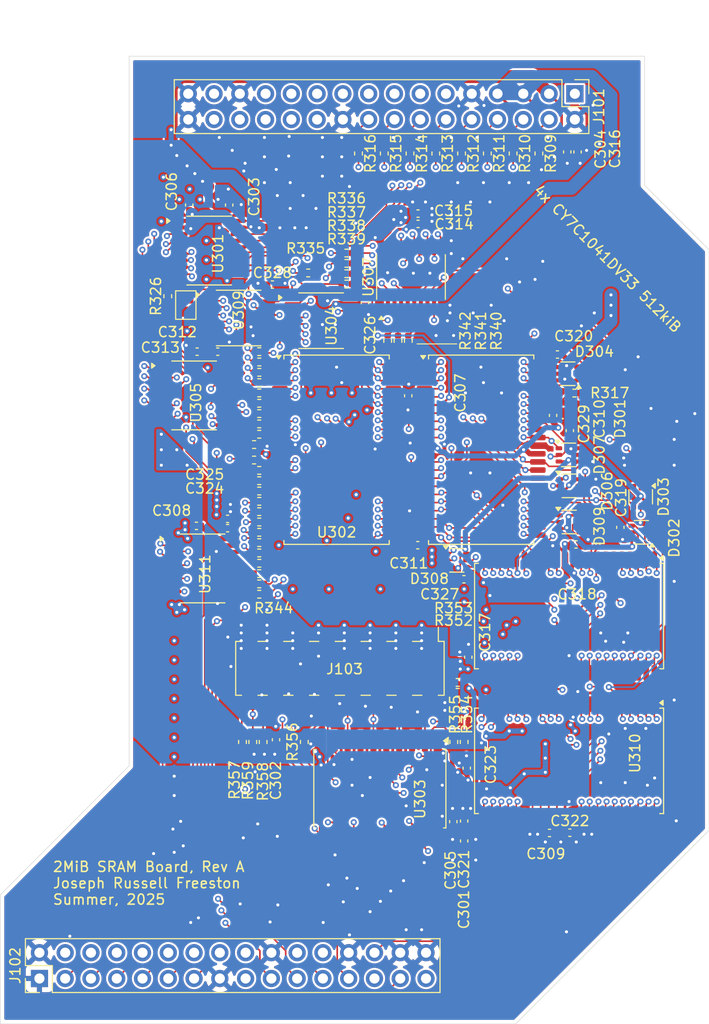
<source format=kicad_pcb>
(kicad_pcb (version 20241229) (generator "pcbnew") (generator_version "9.0")
  (title_block (title "CY7C1041DV33 SRAM Board") (date "2025-07-03") (rev "A") (company "Joseph Russell Freeston"))
  (layers (0 "F.Cu" signal) (4 "In1.Cu" signal) (6 "In2.Cu" signal) (2 "B.Cu" signal) (13 "F.Paste" user) (15 "B.Paste" user) (5 "F.SilkS" user "F.Silkscreen") (7 "B.SilkS" user "B.Silkscreen") (1 "F.Mask" user) (3 "B.Mask" user) (25 "Edge.Cuts" user))
  (net 0 "")
  (net 1 "GND")
  (net 2 "/A13")
  (net 3 "/A12")
  (net 4 "/A11")
  (net 5 "/A10")
  (net 6 "/A9")
  (net 7 "/A8")
  (net 8 "/A7")
  (net 9 "/A6")
  (net 10 "/A5")
  (net 11 "/A4")
  (net 12 "/A3")
  (net 13 "/A2")
  (net 14 "/A1")
  (net 15 "/A0")
  (net 16 "+2V8")
  (net 17 "+5V")
  (net 18 "+3V3")
  (net 19 "Net-(D301-A)")
  (net 20 "/A0_PREDEC")
  (net 21 "/A17")
  (net 22 "/A16")
  (net 23 "/A18")
  (net 24 "/RW_3")
  (net 25 "/LD5")
  (net 26 "/LD7")
  (net 27 "/LD2")
  (net 28 "/LD0")
  (net 29 "/LD3")
  (net 30 "/LD4")
  (net 31 "/LD6")
  (net 32 "/LD1")
  (net 33 "/A14")
  (net 34 "/A15")
  (net 35 "/PA19")
  (net 36 "/D1")
  (net 37 "/D5")
  (net 38 "/D6")
  (net 39 "/PA17")
  (net 40 "/P22")
  (net 41 "/PA21")
  (net 42 "/D7")
  (net 43 "/D0")
  (net 44 "/D3")
  (net 45 "/P28")
  (net 46 "/PA20")
  (net 47 "/P26")
  (net 48 "/D2")
  (net 49 "/PA14")
  (net 50 "/PA16")
  (net 51 "/P29")
  (net 52 "/R{slash}~{W}")
  (net 53 "/P24")
  (net 54 "/PA18")
  (net 55 "/D4")
  (net 56 "/PA15")
  (net 57 "/PA04")
  (net 58 "/B24")
  (net 59 "/B22")
  (net 60 "/PA09")
  (net 61 "/PA06")
  (net 62 "/PA11")
  (net 63 "/PHI2_5")
  (net 64 "/PA13")
  (net 65 "/PA01")
  (net 66 "/B25")
  (net 67 "/PA05")
  (net 68 "/PA02")
  (net 69 "/B27")
  (net 70 "/PA08")
  (net 71 "/PA10")
  (net 72 "/B21")
  (net 73 "/PA12")
  (net 74 "/B20")
  (net 75 "/B23")
  (net 76 "/PA00")
  (net 77 "/P22a")
  (net 78 "/PA07")
  (net 79 "/B26")
  (net 80 "/PA03")
  (net 81 "/P24a")
  (net 82 "Net-(J103-Pin_2)")
  (net 83 "Net-(J103-Pin_4)")
  (net 84 "Net-(J103-Pin_6)")
  (net 85 "Net-(J103-Pin_8)")
  (net 86 "Net-(J103-Pin_10)")
  (net 87 "Net-(J103-Pin_12)")
  (net 88 "Net-(J103-Pin_14)")
  (net 89 "Net-(J103-Pin_16)")
  (net 90 "/~{RAMEN_3}")
  (net 91 "Net-(JP301-A)")
  (net 92 "Net-(U301-B1)")
  (net 93 "Net-(U301-B2)")
  (net 94 "Net-(U301-B3)")
  (net 95 "Net-(U301-B4)")
  (net 96 "Net-(U301-B5)")
  (net 97 "Net-(U301-B6)")
  (net 98 "Net-(U301-B7)")
  (net 99 "Net-(U301-B8)")
  (net 100 "Net-(U301-A1)")
  (net 101 "Net-(U301-A2)")
  (net 102 "Net-(U301-A3)")
  (net 103 "Net-(U301-A4)")
  (net 104 "Net-(U301-A5)")
  (net 105 "Net-(U301-A6)")
  (net 106 "Net-(U301-A7)")
  (net 107 "Net-(U301-A8)")
  (net 108 "Net-(U305-1Y3)")
  (net 109 "Net-(U305-1Y2)")
  (net 110 "Net-(U305-1Y1)")
  (net 111 "Net-(U305-1Y0)")
  (net 112 "Net-(U305-2Y3)")
  (net 113 "Net-(U305-2Y2)")
  (net 114 "Net-(U305-2Y1)")
  (net 115 "Net-(U305-2Y0)")
  (net 116 "Net-(U307-1Y3)")
  (net 117 "Net-(U307-1Y2)")
  (net 118 "/3vPHI2")
  (net 119 "Net-(U307-1Y1)")
  (net 120 "Net-(U307-1Y0)")
  (net 121 "/A20")
  (net 122 "Net-(U307-2Y3)")
  (net 123 "/A19")
  (net 124 "Net-(U307-2Y2)")
  (net 125 "Net-(U307-2Y1)")
  (net 126 "Net-(U307-2Y0)")
  (net 127 "Net-(U311-1Y3)")
  (net 128 "Net-(U311-1Y2)")
  (net 129 "Net-(U311-1Y1)")
  (net 130 "Net-(U311-1Y0)")
  (net 131 "Net-(U311-2Y3)")
  (net 132 "Net-(U311-2Y2)")
  (net 133 "Net-(U311-2Y1)")
  (net 134 "Net-(U311-2Y0)")
  (net 135 "Net-(U302-~{CE})")
  (net 136 "/~{WE}")
  (net 137 "/~{OE0}")
  (net 138 "/~{A0}")
  (net 139 "/~{RAMEN_5}")
  (net 140 "Net-(U304A-O3)")
  (net 141 "Net-(U304A-O1)")
  (net 142 "Net-(U304A-O2)")
  (net 145 "/~{OE1}")
  (net 146 "/~{OE2}")
  (net 148 "/~{OE}")
  (net 150 "/~{OE3}")
  (footprint "Jumper:SolderJumper-2_P1.3mm_Open_Pad1.0x1.5mm" (layer "F.Cu") (at 121.793 71.105 -90)
    (property "Reference" "JP301" (hide yes))
    (property "Value" "Jumper_2_Small_Open")
  )
  (footprint "Capacitor_SMD:C_0402_1005Metric" (layer "F.Cu") (at 144.681 63.119)
    (property "Reference" "C314")
    (property "Value" ".01u")
  )
  (footprint "Package_TO_SOT_SMD:SOT-363_SC-70-6" (layer "F.Cu") (at 159.446 77.866 180)
    (property "Reference" "D304")
    (property "Value" "BAT54CDW")
  )
  (footprint "Resistor_SMD:R_0402_1005Metric" (layer "F.Cu") (at 129.03 82.804)
    (property "Reference" "R319" (hide yes))
    (property "Value" "100")
  )
  (footprint "Capacitor_SMD:C_0402_1005Metric" (layer "F.Cu") (at 144.6504 94.742)
    (property "Reference" "C311")
    (property "Value" ".1u")
  )
  (footprint "Capacitor_SMD:C_0402_1005Metric" (layer "F.Cu") (at 159.639 83.467 90)
    (property "Reference" "C329")
    (property "Value" ".1u")
  )
  (footprint "Capacitor_SMD:C_0402_1005Metric" (layer "F.Cu") (at 143.7132 80.0328 90)
    (property "Reference" "C307")
    (property "Value" ".01u")
  )
  (footprint "Capacitor_SMD:C_0402_1005Metric" (layer "F.Cu") (at 149.2022 98.0948)
    (property "Reference" "C327")
    (property "Value" ".1u")
  )
  (footprint "Capacitor_SMD:C_0402_1005Metric" (layer "F.Cu") (at 130.683 113.891 90)
    (property "Reference" "C302")
    (property "Value" "1u")
  )
  (footprint "Resistor_SMD:R_0402_1005Metric" (layer "F.Cu") (at 129.03 99.568)
    (property "Reference" "R344")
    (property "Value" "100")
  )
  (footprint "Resistor_SMD:R_0402_1005Metric" (layer "F.Cu") (at 127.379037 114.107959 90)
    (property "Reference" "R357")
    (property "Value" "10k")
  )
  (footprint "Resistor_SMD:R_0402_1005Metric" (layer "F.Cu") (at 142.704 74.621237 -90)
    (property "Reference" "R341")
    (property "Value" "100")
  )
  (footprint "Resistor_SMD:R_0402_1005Metric" (layer "F.Cu") (at 141.688 74.621237 -90)
    (property "Reference" "R342")
    (property "Value" "100")
  )
  (footprint "Capacitor_SMD:C_0402_1005Metric" (layer "F.Cu") (at 149.225 121.892 90)
    (property "Reference" "C321")
    (property "Value" "1u")
  )
  (footprint "Resistor_SMD:R_0402_1005Metric" (layer "F.Cu") (at 129.03 97.536)
    (property "Reference" "R346" (hide yes))
    (property "Value" "100")
  )
  (footprint "Resistor_SMD:R_0402_1005Metric" (layer "F.Cu") (at 129.03 81.788)
    (property "Reference" "R318" (hide yes))
    (property "Value" "100")
  )
  (footprint "Capacitor_SMD:C_0402_1005Metric" (layer "F.Cu") (at 159.6416 123.0376)
    (property "Reference" "C322")
    (property "Value" ".01u")
  )
  (footprint "Resistor_SMD:R_0402_1005Metric" (layer "F.Cu") (at 128.524 84.836)
    (property "Reference" "R321" (hide yes))
    (property "Value" "100")
  )
  (footprint "Package_SO:TSOP-II-44_10.16x18.41mm_P0.8mm" (layer "F.Cu") (at 159.566 115.967237 -90)
    (property "Reference" "U310")
    (property "Value" "~")
  )
  (footprint "Package_SO:TSOP-II-44_10.16x18.41mm_P0.8mm" (layer "F.Cu") (at 159.566 101.717237 -90)
    (property "Reference" "U308" (hide yes))
    (property "Value" "~" (hide yes))
  )
  (footprint "Resistor_SMD:R_0402_1005Metric" (layer "F.Cu") (at 137.622 69.035237 180)
    (property "Reference" "R339")
    (property "Value" "100")
  )
  (footprint "Package_TO_SOT_SMD:SOT-363_SC-70-6" (layer "F.Cu") (at 166.624 89.982 -90)
    (property "Reference" "D303")
    (property "Value" "BAT54CDW")
  )
  (footprint "Resistor_SMD:R_0402_1005Metric" (layer "F.Cu") (at 156.591 56.188 -90)
    (property "Reference" "R309")
    (property "Value" "33")
  )
  (footprint "Resistor_SMD:R_0402_1005Metric" (layer "F.Cu") (at 129.03 91.44)
    (property "Reference" "R327" (hide yes))
    (property "Value" "100")
  )
  (footprint "Capacitor_SMD:C_0402_1005Metric" (layer "F.Cu") (at 139.446 70.866 -90)
    (property "Reference" "C326")
    (property "Value" ".01u")
  )
  (footprint "Package_SO:TSSOP-20_4.4x6.5mm_P0.65mm" (layer "F.Cu") (at 124.0935 65.744237)
    (property "Reference" "U301")
    (property "Value" "TXS0108EPW")
  )
  (footprint "Package_SO:TSOP-II-44_10.16x18.41mm_P0.8mm" (layer "F.Cu") (at 150.902 85.344)
    (property "Reference" "U306" (hide yes))
    (property "Value" "~" (hide yes))
  )
  (footprint "Package_SO:TSOP-II-44_10.16x18.41mm_P0.8mm" (layer "F.Cu") (at 136.652 85.344)
    (property "Reference" "U302")
    (property "Value" "~")
  )
  (footprint "Resistor_SMD:R_0402_1005Metric" (layer "F.Cu") (at 137.622 68.019237 180)
    (property "Reference" "R338")
    (property "Value" "100")
  )
  (footprint "Capacitor_SMD:C_0402_1005Metric" (layer "F.Cu") (at 158.4172 75.9714 180)
    (property "Reference" "C320")
    (property "Value" ".1u")
  )
  (footprint "Resistor_SMD:R_0402_1005Metric" (layer "F.Cu") (at 129.03 95.504)
    (property "Reference" "R348" (hide yes))
    (property "Value" "100")
  )
  (footprint "Package_SO:TSSOP-20_4.4x6.5mm_P0.65mm" (layer "F.Cu") (at 123.444 97.028)
    (property "Reference" "U311")
    (property "Value" "74LVC244APW" (hide yes))
  )
  (footprint "Resistor_SMD:R_0402_1005Metric" (layer "F.Cu") (at 129.03 93.472)
    (property "Reference" "R350" (hide yes))
    (property "Value" "100")
  )
  (footprint "Resistor_SMD:R_0402_1005Metric" (layer "F.Cu") (at 129.03 98.552)
    (property "Reference" "R345" (hide yes))
    (property "Value" "100")
  )
  (footprint "Capacitor_SMD:C_0402_1005Metric" (layer "F.Cu") (at 124.94 75.692)
    (property "Reference" "C312")
    (property "Value" ".01u")
  )
  (footprint "Resistor_SMD:R_0402_1005Metric" (layer "F.Cu") (at 146.431 56.188 -90)
    (property "Reference" "R313")
    (property "Value" "33")
  )
  (footprint "Resistor_SMD:R_0402_1005Metric" (layer "F.Cu") (at 148.207037 114.107959 90)
    (property "Reference" "R355")
    (property "Value" "10k")
  )
  (footprint "Resistor_SMD:R_0402_1005Metric" (layer "F.Cu") (at 129.03 80.772)
    (property "Reference" "R329" (hide yes))
    (property "Value" "100")
  )
  (footprint "Capacitor_SMD:C_0402_1005Metric" (layer "F.Cu") (at 122.837 92.837 180)
    (property "Reference" "C308")
    (property "Value" ".1u")
  )
  (footprint "Connector_PinHeader_2.54mm:PinHeader_2x16_P2.54mm_Vertical" (layer "F.Cu") (at 160.1343 50.3047 -90)
    (property "Reference" "J101")
    (property "Value" "Conn_02x16_Odd_Even")
  )
  (footprint "Capacitor_SMD:C_0402_1005Metric" (layer "F.Cu") (at 122.13 61.260237 90)
    (property "Reference" "C306")
    (property "Value" ".01u")
  )
  (footprint "Capacitor_SMD:C_0402_1005Metric" (layer "F.Cu") (at 160.401 56.035 -90)
    (property "Reference" "C316")
    (property "Value" "1u")
  )
  (footprint "Capacitor_SMD:C_0402_1005Metric" (layer "F.Cu") (at 148.156237 121.949841 90)
    (property "Reference" "C305")
    (property "Value" ".01u")
  )
  (footprint "Package_SO:TSSOP-20_4.4x6.5mm_P0.65mm" (layer "F.Cu") (at 122.6135 79.999)
    (property "Reference" "U305")
    (property "Value" "74LVC244APW")
  )
  (footprint "Resistor_SMD:R_0402_1005Metric" (layer "F.Cu") (at 129.034 96.52)
    (property "Reference" "R347" (hide yes))
    (property "Value" "100")
  )
  (footprint "Resistor_SMD:R_0402_1005Metric" (layer "F.Cu") (at 129.034 75.692)
    (property "Reference" "R334" (hide yes))
    (property "Value" "100")
  )
  (footprint "Package_SO:TSSOP-16_4.4x5mm_P0.65mm" (layer "F.Cu") (at 135.128 72.644)
    (property "Reference" "U304")
    (property "Value" "74ACT139")
  )
  (footprint "Resistor_SMD:R_0402_1005Metric" (layer "F.Cu") (at 129.03 89.408)
    (property "Reference" "R325" (hide yes))
    (property "Value" "100")
  )
  (footprint "Resistor_SMD:R_0402_1005Metric" (layer "F.Cu") (at 149.223037 114.107959 90)
    (property "Reference" "R354")
    (property "Value" "10k")
  )
  (footprint "Resistor_SMD:R_0402_1005Metric" (layer "F.Cu") (at 137.626 67.003237 180)
    (property "Reference" "R337")
    (property "Value" "100")
  )
  (footprint "LED_SMD:LED_0402_1005Metric" (layer "F.Cu") (at 158.944 81.191896 90)
    (property "Reference" "D301")
    (property "Value" "LED")
  )
  (footprint "Capacitor_SMD:C_0402_1005Metric" (layer "F.Cu") (at 157.988 81.9658 90)
    (property "Reference" "C310")
    (property "Value" ".01u")
  )
  (footprint "Capacitor_SMD:C_0402_1005Metric" (layer "F.Cu") (at 157.635 123.063 180)
    (property "Reference" "C309")
    (property "Value" "1u")
  )
  (footprint "Resistor_SMD:R_0402_1005Metric" (layer "F.Cu") (at 128.395037 114.107959 90)
    (property "Reference" "R359")
    (property "Value" "10k")
  )
  (footprint "Resistor_SMD:R_0402_1005Metric" (layer "F.Cu") (at 133.475037 114.107959 90)
    (property "Reference" "R356")
    (property "Value" "10k")
  )
  (footprint "Resistor_SMD:R_0402_1005Metric" (layer "F.Cu") (at 154.051 56.188 -90)
    (property "Reference" "R310")
    (property "Value" "33")
  )
  (footprint "Capacitor_SMD:C_0402_1005Metric" (layer "F.Cu") (at 144.681 62.103)
    (property "Reference" "C315")
    (property "Value" ".1u")
  )
  (footprint "Resistor_SMD:R_0402_1005Metric" (layer "F.Cu") (at 143.891 56.188 -90)
    (property "Reference" "R314")
    (property "Value" "33")
  )
  (footprint "Capacitor_SMD:C_0402_1005Metric" (layer "F.Cu") (at 149.225 123.853 -90)
    (property "Reference" "C301")
    (property "Value" "10u")
  )
  (footprint "Package_TO_SOT_SMD:SOT-363_SC-70-6" (layer "F.Cu") (at 159.578 92.456)
    (property "Reference" "D309")
    (property "Value" "BAT54CDW")
  )
  (footprint "Resistor_SMD:R_0402_1005Metric" (layer "F.Cu") (at 160.089 79.771896 180)
    (property "Reference" "R317")
    (property "Value" "470")
  )
  (footprint "Resistor_SMD:R_0402_1005Metric" (layer "F.Cu") (at 120.015 70.233 90)
    (property "Reference" "R326")
    (property "Value" "10K")
  )
  (footprint "Package_SO:TSSOP-20_4.4x6.5mm_P0.65mm" (layer "F.Cu") (at 143.985 68.341737 90)
    (property "Reference" "U307")
    (property "Value" "74LVC244APW")
  )
  (footprint "Connector_PinHeader_2.54mm:PinHeader_2x08_P2.54mm_Vertical_SMD" (layer "F.Cu") (at 136.980237 106.860559 -90)
    (property "Reference" "J103")
    (property "Value" "Conn_02x08_Odd_Even")
  )
  (footprint "Resistor_SMD:R_0402_1005Metric" (layer "F.Cu") (at 129.03 87.376)
    (property "Reference" "R323" (hide yes))
    (property "Value" "100")
  )
  (footprint "Package_SO:TSSOP-16_4.4x5mm_P0.65mm" (layer "F.Cu") (at 127 72.379)
    (property "Reference" "U309")
    (property "Value" "74ACT139")
  )
  (footprint "Resistor_SMD:R_0402_1005Metric" (layer "F.Cu") (at 129.034 76.708)
    (property "Reference" "R333" (hide yes))
    (property "Value" "100")
  )
  (footprint "Resistor_SMD:R_0402_1005Metric" (layer "F.Cu") (at 137.626 65.987237 180)
    (property "Reference" "R336")
    (property "Value" "100")
  )
  (footprint "Capacitor_SMD:C_0402_1005Metric" (layer "F.Cu") (at 130.33 69.088)
    (property "Reference" "C328")
    (property "Value" ".01u")
  )
  (footprint "Capacitor_SMD:C_0402_1005Metric" (layer "F.Cu") (at 149.6314 105.7682 -90)
    (property "Reference" "C317")
    (property "Value" ".01u")
  )
  (footprint "Capacitor_SMD:C_0402_1005Metric" (layer "F.Cu") (at 125.9104 92.1512 180)
    (property "Reference" "C325")
    (property "Value" ".1u")
  )
  (footprint "Resistor_SMD:R_0402_1005Metric" (layer "F.Cu") (at 129.03 83.82)
    (property "Reference" "R320" (hide yes))
    (property "Value" "100" (hide yes))
  )
  (footprint "Resistor_SMD:R_0402_1005Metric" (layer "F.Cu") (at 148.971 56.188 -90)
    (property "Reference" "R312")
    (property "Value" "33")
  )
  (footprint "Resistor_SMD:R_0402_1005Metric" (layer "F.Cu") (at 148.59 109.22 180)
    (property "Reference" "R352")
    (property "Value" "10k")
  )
  (footprint "Resistor_SMD:R_0402_1005Metric" (layer "F.Cu") (at 141.351 56.188 -90)
    (property "Reference" "R315")
    (property "Value" "33")
  )
  (footprint "Resistor_SMD:R_0402_1005Metric" (layer "F.Cu") (at 133.856 67.945 180)
    (property "Reference" "R335")
    (property "Value" "100")
  )
  (footprint "Package_TO_SOT_SMD:SOT-363_SC-70-6" (layer "F.Cu") (at 148.5036 96.2302)
    (property "Reference" "D308")
    (property "Value" "BAT54CDW")
  )
  (footprint "Capacitor_SMD:C_0402_1005Metric" (layer "F.Cu") (at 122.908 75.692 180)
    (property "Reference" "C313")
    (property "Value" ".1u")
  )
  (footprint "Resistor_SMD:R_0402_1005Metric" (layer "F.Cu") (at 129.034 78.74)
    (property "Reference" "R331" (hide yes))
    (property "Value" "100")
  )
  (footprint "Resistor_SMD:R_0402_1005Metric" (layer "F.Cu") (at 129.411037 114.111959 90)
    (property "Reference" "R358")
    (property "Value" "10k")
  )
  (footprint "Connector_PinHeader_2.54mm:PinHeader_2x16_P2.54mm_Vertical" (layer "F.Cu") (at 107.3658 137.3886 90)
    (property "Reference" "J102")
    (property "Value" "Conn_02x16_Odd_Even" (hide yes))
  )
  (footprint "Capacitor_SMD:C_0402_1005Metric" (layer "F.Cu") (at 159.385 56.035 -90)
    (property "Reference" "C304")
    (property "Value" "10u")
  )
  (footprint "Resistor_SMD:R_0402_1005Metric" (layer "F.Cu") (at 129.03 92.456)
    (property "Reference" "R351" (hide yes))
    (property "Value" "100")
  )
  (footprint "Resistor_SMD:R_0402_1005Metric" (layer "F.Cu") (at 138.811 56.188 -90)
    (property "Reference" "R316")
    (property "Value" "33")
  )
  (footprint "Resistor_SMD:R_0402_1005Metric" (layer "F.Cu") (at 148.592 108.246 180)
    (property "Reference" "R353")
    (property "Value" "10k")
  )
  (footprint "Package_TO_SOT_SMD:SOT-363_SC-70-6" (layer "F.Cu") (at 159.578 88.9)
    (property "Reference" "D306")
    (property "Value" "BAT54CDW")
  )
  (footprint "Package_TO_SOT_SMD:SOT-363_SC-70-6" (layer "F.Cu") (at 166.69 93.472 180)
    (property "Reference" "D302")
    (property "Value" "BAT54CDW")
  )
  (footprint "Capacitor_SMD:C_0402_1005Metric" (layer "F.Cu") (at 126.067 61.260237 90)
    (property "Reference" "C303")
    (property "Value" ".01u")
  )
  (footprint "Resistor_SMD:R_0402_1005Metric" (layer "F.Cu") (at 129.03 90.424)
    (property "Reference" "R328" (hide yes))
    (property "Value" "100")
  )
  (footprint "Capacitor_SMD:C_0402_1005Metric" (layer "F.Cu") (at 164.6174 92.9868 -90)
    (property "Reference" "C319")
    (property "Value" ".1u")
  )
  (footprint "Capacitor_SMD:C_0402_1005Metric" (layer "F.Cu") (at 160.246 94.6658)
    (property "Reference" "C318")
    (property "Value" ".1u")
  )
  (footprint "Package_TO_SOT_SMD:SOT-363_SC-70-6" (layer "F.Cu") (at 159.512 85.852)
    (property "Reference" "D307")
    (property "Value" "BAT54CDW")
  )
  (footprint "Resistor_SMD:R_0402_1005Metric" (layer "F.Cu") (at 129.03 94.488)
    (property "Reference" "R349" (hide yes))
    (property "Value" "100")
  )
  (footprint "Resistor_SMD:R_0402_1005Metric" (layer "F.Cu") (at 129.034 77.724)
    (property "Reference" "R332" (hide yes))
    (property "Value" "100")
  )
  (footprint "Resistor_SMD:R_0402_1005Metric" (layer "F.Cu") (at 129.034 79.756)
    (property "Reference" "R330" (hide yes))
    (property "Value" "100")
  )
  (footprint "Resistor_SMD:R_0402_1005Metric" (layer "F.Cu") (at 128.522 86.36)
    (property "Reference" "R322" (hide yes))
    (property "Value" "100")
  )
  (footprint "Capacitor_SMD:C_0402_1005Metric" (layer "F.Cu") (at 125.9104 93.0656 180)
    (property "Reference" "C324")
    (property "Value" ".01u")
  )
  (footprint "Resistor_SMD:R_0402_1005Metric" (layer "F.Cu") (at 143.72 74.621237 -90)
    (property "Reference" "R340")
    (property "Value" "100")
  )
  (footprint "Resistor_SMD:R_0402_1005Metric" (layer "F.Cu") (at 151.511 56.188 -90)
    (property "Reference" "R311")
    (property "Value" "33")
  )
  (footprint "Package_SO:SOIC-20W_7.5x12.8mm_P1.27mm" (layer "F.Cu") (at 140.917237 118.709159 -90)
    (property "Reference" "U303")
    (property "Value" "74FCT521ATSOG8")
  )
  (footprint "Capacitor_SMD:C_0402_1005Metric" (layer "F.Cu") (at 149.479 116.685 -90)
    (property "Reference" "C323")
    (property "Value" ".1u")
  )
  (footprint "Resistor_SMD:R_0402_1005Metric" (layer "F.Cu") (at 129.03 88.392)
    (property "Reference" "R324" (hide yes))
    (property "Value" "100")
  )
  (gr_line (start 148.4884 74.93) (end 144.5768 74.93) (stroke (width 0.1)) (layer "F.SilkS"))
  (gr_poly (pts (xy 116.205 46.609) (xy 116.205 116.459) (xy 103.505 129.159) (xy 103.505 141.859) (xy 154.305 141.859) (xy 173.355 122.809) (xy 173.355 65.659) (xy 167.005 59.309) (xy 167.005 46.609)) (stroke (width 0.05)) (fill no) (layer "Edge.Cuts"))
  (gr_text "2MiB SRAM Board, Rev A\nJoseph Russell Freeston\nSummer, 2025" (at 108.6104 130.2004 0) (layer "F.SilkS") (effects (font (size 1 1) (thickness 0.1524)) (justify left bottom)))
  (gr_text "4x CY7C1041DV33 512kiB" (at 155.8544 59.8932 315) (layer "F.SilkS") (effects (font (size 1 1) (thickness 0.1524)) (justify left bottom)))
  (segment (start 124.799599 95.357626) (end 124.799599 95.038401) (width 0.16) (layer "F.Cu") (net 1))
  (segment (start 142.749873 63.642) (end 142.382 64.009873) (width 0.254) (layer "F.Cu") (net 1))
  (segment (start 124.4105 76.717232) (end 125.42 75.707732) (width 0.254) (layer "F.Cu") (net 1))
  (segment (start 158.184438 94.5642) (end 157.955838 94.7928) (width 0.254) (layer "F.Cu") (net 1))
  (segment (start 122.406001 73.66) (end 121.92 73.66) (width 0.254) (layer "F.Cu") (net 1))
  (segment (start 139.446 71.346) (end 139.446 71.689568) (width 0.254) (layer "F.Cu") (net 1))
  (segment (start 141.06 70.194) (end 139.827 68.961) (width 0.254) (layer "F.Cu") (net 1))
  (segment (start 123.400001 74.654) (end 122.406001 73.66) (width 0.254) (layer "F.Cu") (net 1))
  (segment (start 133.345093 75.390046) (end 133.865347 75.390046) (width 0.254) (layer "F.Cu") (net 1))
  (segment (start 141.06 71.204237) (end 141.06 70.194) (width 0.254) (layer "F.Cu") (net 1))
  (segment (start 139.523306 72.319) (end 139.799369 72.042937) (width 0.254) (layer "F.Cu") (net 1))
  (segment (start 143.272126 85.352) (end 142.864126 84.944) (width 0.254) (layer "F.Cu") (net 1))
  (segment (start 159.966 122.882) (end 159.966 121.554737) (width 0.508) (layer "F.Cu") (net 1))
  (segment (start 141.71 64.783683) (end 141.71 65.479237) (width 0.254) (layer "F.Cu") (net 1))
  (segment (start 160.216997 105.850659) (end 160.216997 105.369341) (width 0.16) (layer "F.Cu") (net 1))
  (segment (start 146.830682 85.792835) (end 147.275239 85.348278) (width 0.16) (layer "F.Cu") (net 1))
  (segment (start 140.476341 84.693002) (end 138.43 82.646661) (width 0.16) (layer "F.Cu") (net 1))
  (segment (start 159.966 107.304737) (end 159.79745 107.473287) (width 0.254) (layer "F.Cu") (net 1))
  (segment (start 160.216997 105.369341) (end 162.208338 103.378) (width 0.16) (layer "F.Cu") (net 1))
  (segment (start 160.9598 94.6658) (end 161.4424 94.1832) (width 0.254) (layer "F.Cu") (net 1))
  (segment (start 130.81 69.088) (end 131.447629 69.088) (width 0.254) (layer "F.Cu") (net 1))
  (segment (start 125.476 77.724) (end 124.738501 77.724) (width 0.254) (layer "F.Cu") (net 1))
  (segment (start 126.6444 77.724) (end 126.8984 77.47) (width 0.254) (layer "F.Cu") (net 1))
  (segment (start 129.719768 85.744) (end 129.673486 85.790282) (width 0.16) (layer "F.Cu") (net 1))
  (segment (start 164.6174 93.4668) (end 164.6174 93.957513) (width 0.254) (layer "F.Cu") (net 1))
  (segment (start 131.0645 85.744) (end 129.719768 85.744) (width 0.16) (layer "F.Cu") (net 1))
  (segment (start 159.166 110.379737) (end 159.33859 110.552327) (width 0.254) (layer "F.Cu") (net 1))
  (segment (start 160.726 94.6658) (end 160.9598 94.6658) (width 0.254) (layer "F.Cu") (net 1))
  (segment (start 124.738501 77.724) (end 124.4105 77.395999) (width 0.254) (layer "F.Cu") (net 1))
  (segment (start 159.966 106.101656) (end 160.216997 105.850659) (width 0.16) (layer "F.Cu") (net 1))
  (segment (start 126.8984 75.0824) (end 127.8636 74.1172) (width 0.254) (layer "F.Cu") (net 1))
  (segment (start 132.874047 74.919) (end 133.345093 75.390046) (width 0.254) (layer "F.Cu") (net 1))
  (segment (start 164.6174 93.957513) (end 164.837999 94.178112) (width 0.254) (layer "F.Cu") (net 1))
  (segment (start 126.8984 77.47) (end 126.8984 75.0824) (width 0.254) (layer "F.Cu") (net 1))
  (segment (start 159.166 96.129737) (end 159.166 95.495763) (width 0.16) (layer "F.Cu") (net 1))
  (segment (start 143.270127 63.642) (end 142.749873 63.642) (width 0.254) (layer "F.Cu") (net 1))
  (segment (start 143.511379 63.646607) (end 143.274734 63.646607) (width 0.254) (layer "F.Cu") (net 1))
  (segment (start 136.597423 71.019) (end 136.574423 70.996) (width 0.254) (layer "F.Cu") (net 1))
  (segment (start 125.42 75.707732) (end 125.42 75.692) (width 0.254) (layer "F.Cu") (net 1))
  (segment (start 135.255 74.000393) (end 135.255 73.025) (width 0.254) (layer "F.Cu") (net 1))
  (segment (start 162.208338 103.378) (end 162.687 103.378) (width 0.16) (layer "F.Cu") (net 1))
  (segment (start 145.410335 85.839835) (end 146.558 85.839835) (width 0.254) (layer "F.Cu") (net 1))
  (segment (start 160.726 94.650068) (end 160.062932 93.987) (width 0.254) (layer "F.Cu") (net 1))
  (segment (start 140.941903 84.944) (end 140.690905 84.693002) (width 0.16) (layer "F.Cu") (net 1))
  (segment (start 160.1216 123.0376) (end 159.966 122.882) (width 0.508) (layer "F.Cu") (net 1))
  (segment (start 139.446 71.346) (end 139.119 71.019) (width 0.254) (layer "F.Cu") (net 1))
  (segment (start 125.085 94.753) (end 126.3065 94.753) (width 0.16) (layer "F.Cu") (net 1))
  (segment (start 159.79745 109.123661) (end 159.166 109.755111) (width 0.254) (layer "F.Cu") (net 1))
  (segment (start 124.1375 74.654) (end 123.400001 74.654) (width 0.254) (layer "F.Cu") (net 1))
  (segment (start 159.966 107.304737) (end 159.966 106.101656) (width 0.16) (layer "F.Cu") (net 1))
  (segment (start 142.864126 84.944) (end 142.2395 84.944) (width 0.254) (layer "F.Cu") (net 1))
  (segment (start 142.2395 84.944) (end 140.941903 84.944) (width 0.16) (layer "F.Cu") (net 1))
  (segment (start 145.3145 85.744) (end 144.689874 85.744) (width 0.254) (layer "F.Cu") (net 1))
  (segment (start 159.33859 110.552327) (end 159.33859 112.048957) (width 0.254) (layer "F.Cu") (net 1))
  (segment (start 124.4105 77.395999) (end 124.4105 76.717232) (width 0.254) (layer "F.Cu") (net 1))
  (segment (start 158.412237 94.463636) (end 158.412237 94.5642) (width 0.254) (layer "F.Cu") (net 1))
  (segment (start 127.8636 74.1172) (end 128.4224 74.1172) (width 0.254) (layer "F.Cu") (net 1))
  (segment (start 125.4304 93.0656) (end 125.4304 92.1512) (width 0.508) (layer "F.Cu") (net 1))
  (segment (start 159.33859 112.048957) (end 159.711 112.421367) (width 0.254) (layer "F.Cu") (net 1))
  (segment (start 133.865347 75.390046) (end 135.255 74.000393) (width 0.254) (layer "F.Cu") (net 1))
  (segment (start 158.412237 94.5642) (end 158.184438 94.5642) (width 0.254) (layer "F.Cu") (net 1))
  (segment (start 160.726 94.6658) (end 160.726 94.650068) (width 0.254) (layer "F.Cu") (net 1))
  (segment (start 147.275239 85.348278) (end 147.275239 84.798939) (width 0.16) (layer "F.Cu") (net 1))
  (segment (start 137.9905 72.319) (end 139.523306 72.319) (width 0.254) (layer "F.Cu") (net 1))
  (segment (start 159.79745 107.473287) (end 159.79745 109.123661) (width 0.254) (layer "F.Cu") (net 1))
  (segment (start 157.988 81.4858) (end 158.752904 81.4858) (width 0.16) (layer "F.Cu") (net 1))
  (segment (start 142.382 64.009873) (end 142.382 64.111683) (width 0.254) (layer "F.Cu") (net 1))
  (segment (start 145.3145 85.744) (end 145.410335 85.839835) (width 0.254) (layer "F.Cu") (net 1))
  (segment (start 139.446 71.689568) (end 139.799369 72.042937) (width 0.254) (layer "F.Cu") (net 1))
  (segment (start 143.274734 63.646607) (end 143.270127 63.642) (width 0.254) (layer "F.Cu") (net 1))
  (segment (start 144.689874 85.744) (end 144.297874 85.352) (width 0.254) (layer "F.Cu") (net 1))
  (segment (start 147.275239 85.414746) (end 146.957985 85.732) (width 0.254) (layer "F.Cu") (net 1))
  (segment (start 142.382 64.111683) (end 141.71 64.783683) (width 0.254) (layer "F.Cu") (net 1))
  (segment (start 140.690905 84.693002) (end 140.476341 84.693002) (width 0.16) (layer "F.Cu") (net 1))
  (segment (start 144.297874 85.352) (end 143.272126 85.352) (width 0.254) (layer "F.Cu") (net 1))
  (segment (start 145.363335 85.792835) (end 146.830682 85.792835) (width 0.16) (layer "F.Cu") (net 1))
  (segment (start 138.43 82.646661) (end 138.43 81.915) (width 0.16) (layer "F.Cu") (net 1))
  (segment (start 158.454119 94.606082) (end 158.412237 94.5642) (width 0.16) (layer "F.Cu") (net 1))
  (segment (start 125.894763 68.669237) (end 125.857 68.707) (width 0.254) (layer "F.Cu") (net 1))
  (segment (start 124.799599 95.038401) (end 125.085 94.753) (width 0.16) (layer "F.Cu") (net 1))
  (segment (start 139.119 71.019) (end 137.9905 71.019) (width 0.254) (layer "F.Cu") (net 1))
  (segment (start 160.062932 93.987) (end 158.888873 93.987) (width 0.254) (layer "F.Cu") (net 1))
  (segment (start 159.166 109.755111) (end 159.166 110.379737) (width 0.254) (layer "F.Cu") (net 1))
  (segment (start 147.275239 84.798939) (end 147.275239 85.414746) (width 0.254) (layer "F.Cu") (net 1))
  (segment (start 145.3145 85.744) (end 145.363335 85.792835) (width 0.16) (layer "F.Cu") (net 1))
  (segment (start 122.034003 52.844403) (end 122.0343 52.8447) (width 1.27) (layer "F.Cu") (net 1))
  (segment (start 126.956 68.669237) (end 125.894763 68.669237) (width 0.254) (layer "F.Cu") (net 1))
  (segment (start 131.447629 69.088) (end 131.572392 68.963237) (width 0.254) (layer "F.Cu") (net 1))
  (segment (start 125.476 77.724) (end 126.6444 77.724) (width 0.254) (layer "F.Cu") (net 1))
  (segment (start 158.454119 94.783882) (end 158.454119 94.606082) (width 0.16) (layer "F.Cu") (net 1))
  (segment (start 132.2655 74.919) (end 132.874047 74.919) (width 0.254) (layer "F.Cu") (net 1))
  (segment (start 137.9905 71.019) (end 136.597423 71.019) (width 0.254) (layer "F.Cu") (net 1))
  (segment (start 159.166 95.495763) (end 158.454119 94.783882) (width 0.16) (layer "F.Cu") (net 1))
  (segment (start 158.888873 93.987) (end 158.412237 94.463636) (width 0.254) (layer "F.Cu") (net 1))
  (segment (start 158.752904 81.4858) (end 158.944 81.676896) (width 0.16) (layer "F.Cu") (net 1))
  (via (at 139.827 68.961) (size 0.6) (drill 0.3) (layers "F.Cu" "B.Cu") (net 1))
  (via (at 147.955 66.04) (size 0.6) (drill 0.3) (layers "F.Cu" "B.Cu") (net 1))
  (via (at 149.098 120.65) (size 0.6) (drill 0.3) (layers "F.Cu" "B.Cu") (net 1))
  (via (at 138.43 81.915) (size 0.6) (drill 0.3) (layers "F.Cu" "B.Cu") (net 1))
  (via (at 162.56 55.245) (size 0.6) (drill 0.3) (layers "F.Cu" "B.Cu") (net 1))
  (via (at 147.955 60.96) (size 0.6) (drill 0.3) (layers "F.Cu" "B.Cu") (net 1))
  (via (at 135.255 73.025) (size 0.6) (drill 0.3) (layers "F.Cu" "B.Cu") (net 1))
  (via (at 142.494 103.378) (size 0.6) (drill 0.3) (layers "F.Cu" "B.Cu") (net 1))
  (via (at 120.65 117.475) (size 0.6) (drill 0.3) (layers "F.Cu" "B.Cu") (net 1))
  (via (at 121.666 101.092) (size 0.6) (drill 0.3) (layers "F.Cu" "B.Cu") (net 1))
  (via (at 119.38 86.868) (size 0.6) (drill 0.3) (layers "F.Cu" "B.Cu") (net 1))
  (via (at 133.35 60.325) (size 0.6) (drill 0.3) (layers "F.Cu" "B.Cu") (net 1))
  (via (at 119.38 83.82) (size 0.6) (drill 0.3) (layers "F.Cu" "B.Cu") (net 1))
  (via (at 127.635 57.15) (size 0.6) (drill 0.3) (layers "F.Cu" "B.Cu") (net 1))
  (via (at 120.65 119.38) (size 0.6) (drill 0.3) (layers "F.Cu" "B.Cu") (net 1))
  (via (at 170.18 82.55) (size 0.6) (drill 0.3) (layers "F.Cu" "B.Cu") (net 1))
  (via (at 145.8468 67.9704) (size 0.6) (drill 0.3) (layers "F.Cu" "B.Cu") (net 1))
  (via (at 121.158 100.584) (size 0.6) (drill 0.3) (layers "F.Cu" "B.Cu") (net 1))
  (via (at 163.481995 113.322272) (size 0.6) (drill 0.3) (layers "F.Cu" "B.Cu") (net 1))
  (via (at 121.92 73.66) (size 0.6) (drill 0.3) (layers "F.Cu" "B.Cu") (net 1))
  (via (at 120.65 115.57) (size 0.6) (drill 0.3) (layers "F.Cu" "B.Cu") (net 1))
  (via (at 139.6492 81.4324) (size 0.6) (drill 0.3) (layers "F.Cu" "B.Cu") (net 1))
  (via (at 149.352 79.756) (size 0.6) (drill 0.3) (layers "F.Cu" "B.Cu") (net 1))
  (via (at 146.05 95.25) (size 0.6) (drill 0.3) (layers "F.Cu" "B.Cu") (net 1))
  (via (at 140.5128 95.3516) (size 0.6) (drill 0.3) (layers "F.Cu" "B.Cu") (net 1))
  (via (at 127.508 57.912) (size 0.6) (drill 0.3) (layers "F.Cu" "B.Cu") (net 1))
  (via (at 167.132 112.776) (size 0.6) (drill 0.3) (layers "F.Cu" "B.Cu") (net 1))
  (via (at 132.842 112.6744) (size 0.6) (drill 0.3) (layers "F.Cu" "B.Cu") (net 1))
  (via (at 130.9624 94.742) (size 0.6) (drill 0.3) (layers "F.Cu" "B.Cu") (net 1))
  (via (at 136.574423 70.996) (size 0.6) (drill 0.3) (layers "F.Cu" "B.Cu") (net 1))
  (via (at 127.254 104.902) (size 0.6) (drill 0.3) (layers "F.Cu" "B.Cu") (net 1))
  (via (at 124.841 89.662) (size 0.6) (drill 0.3) (layers "F.Cu" "B.Cu") (net 1))
  (via (at 169.926 86.868) (size 0.6) (drill 0.3) (layers "F.Cu" "B.Cu") (net 1))
  (via (at 151.384 101.092) (size 0.6) (drill 0.3) (layers "F.Cu" "B.Cu") (net 1))
  (via (at 151.13 98.425) (size 0.6) (drill 0.3) (layers "F.Cu" "B.Cu") (net 1))
  (via (at 156.21 68.58) (size 0.6) (drill 0.3) (layers "F.Cu" "B.Cu") (net 1))
  (via (at 148.844 106.172) (size 0.6) (drill 0.3) (layers "F.Cu" "B.Cu") (net 1))
  (via (at 138.5824 89.7636) (size 0.6) (drill 0.3) (layers "F.Cu" "B.Cu") (net 1))
  (via (at 130.81 60.325) (size 0.6) (drill 0.3) (layers "F.Cu" "B.Cu") (net 1))
  (via (at 137.922 59.436) (size 0.6) (drill 0.3) (layers "F.Cu" "B.Cu") (net 1))
  (via (at 153.67 59.055) (size 0.6) (drill 0.3) (layers "F.Cu" "B.Cu") (net 1))
  (via (at 135.89 99.06) (size 0.6) (drill 0.3) (layers "F.Cu" "B.Cu") (net 1))
  (via (at 125.857 68.707) (size 0.6) (drill 0.3) (layers "F.Cu" "B.Cu") (net 1))
  (via (at 147.955 54.61) (size 0.6) (drill 0.3) (layers "F.Cu" "B.Cu") (net 1))
  (via (at 164.9476 86.1568) (size 0.6) (drill 0.3) (layers "F.Cu" "B.Cu") (net 1))
  (via (at 145.542 116.84) (size 0.6) (drill 0.3) (layers "F.Cu" "B.Cu") (net 1))
  (via (at 149.225 99.06) (size 0.6) (drill 0.3) (layers "F.Cu" "B.Cu") (net 1))
  (via (at 127.254 104.14) (size 0.6) (drill 0.3) (layers "F.Cu" "B.Cu") (net 1))
  (via (at 123.825 66.675) (size 0.6) (drill 0.3) (layers "F.Cu" "B.Cu") (net 1))
  (via (at 159.3088 132.7912) (size 0.6) (drill 0.3) (layers "F.Cu" "B.Cu") (net 1))
  (via (at 145.034 104.14) (size 0.6) (drill 0.3) (layers "F.Cu" "B.Cu") (net 1))
  (via (at 169.926 98.298) (size 0.6) (drill 0.3) (layers "F.Cu" "B.Cu") (net 1))
  (via (at 145.034 104.902) (size 0.6) (drill 0.3) (layers "F.Cu" "B.Cu") (net 1))
  (via (at 146.05 96.52) (size 0.6) (drill 0.3) (layers "F.Cu" "B.Cu") (net 1))
  (via (at 132.334 104.902) (size 0.6) (drill 0.3) (layers "F.Cu" "B.Cu") (net 1))
  (via (at 120.65 107.95) (size 0.6) (drill 0.3) (layers "F.Cu" "B.Cu") (net 1))
  (via (at 121.539 124.333) (size 0.6) (drill 0.3) (layers "F.Cu" "B.Cu") (net 1))
  (via (at 120.904 85.344) (size 0.6) (drill 0.3) (layers "F.Cu" "B.Cu") (net 1))
  (via (at 151.13 102.235) (size 0.6) (drill 0.3) (layers "F.Cu" "B.Cu") (net 1))
  (via (at 165.354 103.378) (size 0.6) (drill 0.3) (layers "F.Cu" "B.Cu") (net 1))
  (via (at 137.414 103.378) (size 0.6) (drill 0.3) (layers "F.Cu" "B.Cu") (net 1))
  (via (at 148.082 120.65) (size 0.6) (drill 0.3) (layers "F.Cu" "B.Cu") (net 1))
  (via (at 146.05 61.595) (size 0.6) (drill 0.3) (layers "F.Cu" "B.Cu") (net 1))
  (via (at 126.238 106.68) (size 0.6) (drill 0.3) (layers "F.Cu" "B.Cu") (net 1))
  (via (at 149.098 66.548) (size 0.6) (drill 0.3) (layers "F.Cu" "B.Cu") (net 1))
  (via (at 157.955838 94.7928) (size 0.6) (drill 0.3) (layers "F.Cu" "B.Cu") (net 1))
  (via (at 125.984 59.69) (size 0.6) (drill 0.3) (layers "F.Cu" "B.Cu") (net 1))
  (via (at 143.256 127.762) (size 0.6) (drill 0.3) (layers "F.Cu" "B.Cu") (net 1))
  (via (at 154.94 113.03) (size 0.6) (drill 0.3) (layers "F.Cu" "B.Cu") (net 1))
  (via (at 134.5692 115.062) (size 0.6) (drill 0.3) (layers "F.Cu" "B.Cu") (net 1))
  (via (at 146.05 62.23) (size 0.6) (drill 0.3) (layers "F.Cu" "B.Cu") (net 1))
  (via (at 119.38 85.344) (size 0.6) (drill 0.3) (layers "F.Cu" "B.Cu") (net 1))
  (via (at 162.052 71.882) (size 0.6) (drill 0.3) (layers "F.Cu" "B.Cu") (net 1))
  (via (at 125.9332 103.7844) (size 0.6) (drill 0.3) (layers "F.Cu" "B.Cu") (net 1))
  (via (at 128.2192 73.2536) (size 0.6) (drill 0.3) (layers "F.Cu" "B.Cu") (net 1))
  (via (at 156.464 123.19) (size 0.6) (drill 0.3) (layers "F.Cu" "B.Cu") (net 1))
  (via (at 147.066 118.364) (size 0.6) (drill 0.3) (layers "F.Cu" "B.Cu") (net 1))
  (via (at 145.034 132.588) (size 0.6) (drill 0.3) (layers "F.Cu" "B.Cu") (net 1))
  (via (at 138.176 118.364) (size 0.6) (drill 0.3) (layers "F.Cu" "B.Cu") (net 1))
  (via (at 138.5316 63.0428) (size 0.6) (drill 0.3) (layers "F.Cu" "B.Cu") (net 1))
  (via (at 145.034 102.616) (size 0.6) (drill 0.3) (layers "F.Cu" "B.Cu") (net 1))
  (via (at 169.926 84.328) (size 0.6) (drill 0.3) (layers "F.Cu" "B.Cu") (net 1))
  (via (at 142.0368 110.6932) (size 0.6) (drill 0.3) (layers "F.Cu" "B.Cu") (net 1))
  (via (at 122.174 59.69) (size 0.6) (drill 0.3) (layers "F.Cu" "B.Cu") (net 1))
  (via (at 138.684 128.524) (size 0.6) (drill 0.3) (layers "F.Cu" "B.Cu") (net 1))
  (via (at 141.986 128.778) (size 0.6) (drill 0.3) (layers "F.Cu" "B.Cu") (net 1))
  (via (at 134.9756 115.57) (size 0.6) (drill 0.3) (layers "F.Cu" "B.Cu") (net 1))
  (via (at 159.711 112.421367) (size 0.6) (drill 0.3) (layers "F.Cu" "B.Cu") (net 1))
  (via (at 154.686 68.834) (size 0.6) (drill 0.3) (layers "F.Cu" "B.Cu") (net 1))
  (via (at 132.08 61.595) (size 0.6) (drill 0.3) (layers "F.Cu" "B.Cu") (net 1))
  (via (at 121.7168 93.218) (size 0.6) (drill 0.3) (layers "F.Cu" "B.Cu") (net 1))
  (via (at 147.066 121.412) (size 0.6) (drill 0.3) (layers "F.Cu" "B.Cu") (net 1))
  (via (at 148.844 106.934) (size 0.6) (drill 0.3) (layers "F.Cu" "B.Cu") (net 1))
  (via (at 151.384 108.966) (size 0.6) (drill 0.3) (layers "F.Cu" "B.Cu") (net 1))
  (via (at 127.254 103.378) (size 0.6) (drill 0.3) (layers "F.Cu" "B.Cu") (net 1))
  (via (at 125.095 63.5) (size 0.6) (drill 0.3) (layers "F.Cu" "B.Cu") (net 1))
  (via (at 164.837999 94.178112) (size 0.6) (drill 0.3) (layers "F.Cu" "B.Cu") (net 1))
  (via (at 136.652 77.216) (size 0.6) (drill 0.3) (layers "F.Cu" "B.Cu") (net 1))
  (via (at 139.954 117.602) (size 0.6) (drill 0.3) (layers "F.Cu" "B.Cu") (net 1))
  (via (at 137.3124 129.8448) (size 0.6) (drill 0.3) (layers "F.Cu" "B.Cu") (net 1))
  (via (at 132.334 104.14) (size 0.6) (drill 0.3) (layers "F.Cu" "B.Cu") (net 1))
  (via (at 135.8392 128.1684) (size 0.6) (drill 0.3) (layers "F.Cu" "B.Cu") (net 1))
  (via (at 139.954 102.616) (size 0.6) (drill 0.3) (layers "F.Cu" "B.Cu") (net 1))
  (via (at 150.368 123.698) (size 0.6) (drill 0.3) (layers "F.Cu" "B.Cu") (net 1))
  (via (at 167.2844 118.364) (size 0.6) (drill 0.3) (layers "F.Cu" "B.Cu") (net 1))
  (via (at 123.952 77.2668) (size 0.6) (drill 0.3) (layers "F.Cu" "B.Cu") (net 1))
  (via (at 147.955 64.77) (size 0.6) (drill 0.3) (layers "F.Cu" "B.Cu") (net 1))
  (via (at 165.1 112.776) (size 0.6) (drill 0.3) (layers "F.Cu" "B.Cu") (net 1))
  (via (at 134.112 79.756) (size 0.6) (drill 0.3) (layers "F.Cu" "B.Cu") (net 1))
  (via (at 124.8156 91.7448) (size 0.6) (drill 0.3) (layers "F.Cu" "B.Cu") (net 1))
  (via (at 151.1808 51.4604) (size 0.6) (drill 0.3) (layers "F.Cu" "B.Cu") (net 1))
  (via (at 129.794 104.14) (size 0.6) (drill 0.3) (layers "F.Cu" "B.Cu") (net 1))
  (via (at 136.144 79.756) (size 0.6) (drill 0.3) (layers "F.Cu" "B.Cu") (net 1))
  (via (at 147.828 71.12) (size 0.6) (drill 0.3) (layers "F.Cu" "B.Cu") (net 1))
  (via (at 137.922 133.096) (size 0.6) (drill 0.3) (layers "F.Cu" "B.Cu") (net 1))
  (via (at 143.764 78.8924) (size 0.6) (drill 0.3) (layers "F.Cu" "B.Cu") (net 1))
  (via (at 129.286 109.474) (size 0.6) (drill 0.3) (layers "F.Cu" "B.Cu") (net 1))
  (via (at 140.97 129.794) (size 0.6) (drill 0.3) (layers "F.Cu" "B.Cu") (net 1))
  (via (at 158.75 123.952) (size 0.6) (drill 0.3) (layers "F.Cu" "B.Cu") (net 1))
  (via (at 147.275239 84.798939) (size 0.6) (drill 0.3) (layers "F.Cu" "B.Cu") (net 1))
  (via (at 157.226 117.094) (size 0.6) (drill 0.3) (layers "F.Cu" "B.Cu") (net 1))
  (via (at 119.5832 58.5216) (size 0.6) (drill 0.3) (layers "F.Cu" "B.Cu") (net 1))
  (via (at 140.97 99.06) (size 0.6) (drill 0.3) (layers "F.Cu" "B.Cu") (net 1))
  (via (at 164.9476 104.2924) (size 0.6) (drill 0.3) (layers "F.Cu" "B.Cu") (net 1))
  (via (at 137.16 58.42) (size 0.6) (drill 0.3) (layers "F.Cu" "B.Cu") (net 1))
  (via (at 151.2316 104.3432) (size 0.6) (drill 0.3) (layers "F.Cu" "B.Cu") (net 1))
  (via (at 135.128 116.3828) (size 0.6) (drill 0.3) (layers "F.Cu" "B.Cu") (net 1))
  (via (at 119.38 62.865) (size 0.6) (drill 0.3) (layers "F.Cu" "B.Cu") (net 1))
  (via (at 160.274 123.952) (size 0.6) (drill 0.3) (layers "F.Cu" "B.Cu") (net 1))
  (via (at 155.575 59.055) (size 0.6) (drill 0.3) (layers "F.Cu" "B.Cu") (net 1))
  (via (at 128.8796 122.174) (size 0.6) (drill 0.3) (layers "F.Cu" "B.Cu") (net 1))
  (via (at 149.225 100.33) (size 0.6) (drill 0.3) (layers "F.Cu" "B.Cu") (net 1))
  (via (at 147.574 72.644) (size 0.6) (drill 0.3) (layers "F.Cu" "B.Cu") (net 1))
  (via (at 160.655 57.15) (size 0.6) (drill 0.3) (layers "F.Cu" "B.Cu") (net 1))
  (via (at 127.4572 123.5456) (size 0.6) (drill 0.3) (layers "F.Cu" "B.Cu") (net 1))
  (via (at 131.9276 56.4388) (size 0.6) (drill 0.3) (layers "F.Cu" "B.Cu") (net 1))
  (via (at 137.16 78.74) (size 0.6) (drill 0.3) (layers "F.Cu" "B.Cu") (net 1))
  (via (at 129.54 54.61) (size 0.6) (drill 0.3) (layers "F.Cu" "B.Cu") (net 1))
  (via (at 136.4996 125.222) (size 0.6) (drill 0.3) (layers "F.Cu" "B.Cu") (net 1))
  (via (at 130.6576 112.5728) (size 0.6) (drill 0.3) (layers "F.Cu" "B.Cu") (net 1))
  (via (at 135.255 56.515) (size 0.6) (drill 0.3) (layers "F.Cu" "B.Cu") (net 1))
  (via (at 143.51 120.396) (size 0.6) (drill 0.3) (layers "F.Cu" "B.Cu") (net 1))
  (via (at 157.226 123.952) (size 0.6) (drill 0.3) (layers "F.Cu" "B.Cu") (net 1))
  (via (at 162.687 118.11) (size 0.6) (drill 0.3) (layers "F.Cu" "B.Cu") (net 1))
  (via (at 159.385 57.15) (size 0.6) (drill 0.3) (layers "F.Cu" "B.Cu") (net 1))
  (via (at 130.0988 131.826) (size 0.6) (drill 0.3) (layers "F.Cu" "B.Cu") (net 1))
  (via (at 145.034 103.378) (size 0.6) (drill 0.3) (layers "F.Cu" "B.Cu") (net 1))
  (via (at 129.54 56.515) (size 0.6) (drill 0.3) (layers "F.Cu" "B.Cu") (net 1))
  (via (at 135.3312 131.8768) (size 0.6) (drill 0.3) (layers "F.Cu" "B.Cu") (net 1))
  (via (at 167.9956 117.6528) (size 0.6) (drill 0.3) (layers "F.Cu" "B.Cu") (net 1))
  (via (at 144.2212 67.9704) (size 0.6) (drill 0.3) (layers "F.Cu" "B.Cu") (net 1))
  (via (at 150.495 54.61) (size 0.6) (drill 0.3) (layers "F.Cu" "B.Cu") (net 1))
  (via (at 161.036 123.19) (size 0.6) (drill 0.3) (layers "F.Cu" "B.Cu") (net 1))
  (via (at 136.9568 110.3376) (size 0.6) (drill 0.3) (layers "F.Cu" "B.Cu") (net 1))
  (via (at 138.176 79.756) (size 0.6) (drill 0.3) (layers "F.Cu" "B.Cu") (net 1))
  (via (at 124.968 60.706) (size 0.6) (drill 0.3) (layers "F.Cu" "B.Cu") (net 1))
  (via (at 138.176 115.824) (size 0.6) (drill 0.3) (layers "F.Cu" "B.Cu") (net 1))
  (via (at 151.4348 118.7196) (size 0.6) (drill 0.3) (layers "F.Cu" "B.Cu") (net 1))
  (via (at 127.254 61.214) (size 0.6) (drill 0.3) (layers "F.Cu" "B.Cu") (net 1))
  (via (at 146.05 62.865) (size 0.6) (drill 0.3) (layers "F.Cu" "B.Cu") (net 1))
  (via (at 151.765 87.63) (size 0.6) (drill 0.3) (layers "F.Cu" "B.Cu") (net 1))
  (via (at 133.6548 63.5) (size 0.6) (drill 0.3) (layers "F.Cu" "B.Cu") (net 1))
  (via (at 134.62 61.595) (size 0.6) (drill 0.3) (layers "F.Cu" "B.Cu") (net 1))
  (via (at 131.9276 109.3724) (size 0.6) (drill 0.3) (layers "F.Cu" "B.Cu") (net 1))
  (via (at 147.955 63.5) (size 0.6) (drill 0.3) (layers "F.Cu" "B.Cu") (net 1))
  (via (at 150.368 125.73) (size 0.6) (drill 0.3) (layers "F.Cu" "B.Cu") (net 1))
  (via (at 153.035 103.505) (size 0.6) (drill 0.3) (layers "F.Cu" "B.Cu") (net 1))
  (via (at 129.794 104.902) (size 0.6) (drill 0.3) (layers "F.Cu" "B.Cu") (net 1))
  (via (at 146.4564 74.102) (size 0.6) (drill 0.3) (layers "F.Cu" "B.Cu") (net 1))
  (via (at 158.115 56.515) (size 0.6) (drill 0.3) (layers "F.Cu" "B.Cu") (net 1))
  (via (at 139.799369 72.042937) (size 0.6) (drill 0.3) (layers "F.Cu" "B.Cu") (net 1))
  (via (at 121.0564 93.5228) (size 0.6) (drill 0.3) (layers "F.Cu" "B.Cu") (net 1))
  (via (at 148.59 117.094) (size 0.6) (drill 0.3) (layers "F.Cu" "B.Cu") (net 1))
  (via (at 133.096 106.426) (size 0.6) (drill 0.3) (layers "F.Cu" "B.Cu") (net 1))
  (via (at 123.825 64.77) (size 0.6) (drill 0.3) (layers "F.Cu" "B.Cu") (net 1))
  (via (at 142.24 54.61) (size 0.6) (drill 0.3) (layers "F.Cu" "B.Cu") (net 1))
  (via (at 148.1836 74.102) (size 0.6) (drill 0.3) (layers "F.Cu" "B.Cu") (net 1))
  (via (at 162.687 103.378) (size 0.6) (drill 0.3) (layers "F.Cu" "B.Cu") (net 1))
  (via (at 149.606 106.934) (size 0.6) (drill 0.3) (layers "F.Cu" "B.Cu") (net 1))
  (via (at 120.65 124.968) (size 0.6) (drill 0.3) (layers "F.Cu" "B.Cu") (net 1))
  (via (at 150.876 77.216) (size 0.6) (drill 0.3) (layers "F.Cu" "B.Cu") (net 1))
  (via (at 170.1292 121.8692) (size 0.6) (drill 0.3) (layers "F.Cu" "B.Cu") (net 1))
  (via (at 152.908 79.756) (size 0.6) (drill 0.3) (layers "F.Cu" "B.Cu") (net 1))
  (via (at 147.32 115.9764) (size 0.6) (drill 0.3) (layers "F.Cu" "B.Cu") (net 1))
  (via (at 127.1524 130.048) (size 0.6) (drill 0.3) (layers "F.Cu" "B.Cu") (net 1))
  (via (at 137.414 104.14) (size 0.6) (drill 0.3) (layers "F.Cu" "B.Cu") (net 1))
  (via (at 120.65 111.76) (size 0.6) (drill 0.3) (layers "F.Cu" "B.Cu") (net 1))
  (via (at 137.16 56.515) (size 0.6) (drill 0.3) (layers "F.Cu" "B.Cu") (net 1))
  (via (at 148.082 123.698) (size 0.6) (drill 0.3) (layers "F.Cu" "B.Cu") (net 1))
  (via (at 130.81 123.3932) (size 0.6) (drill 0.3) (layers "F.Cu" "B.Cu") (net 1))
  (via (at 144.78 54.61) (size 0.6) (drill 0.3) (layers "F.Cu" "B.Cu") (net 1))
  (via (at 145.415 60.96) (size 0.6) (drill 0.3) (layers "F.Cu" "B.Cu") (net 1))
  (via (at 120.396 100.584) (size 0.6) (drill 0.3) (layers "F.Cu" "B.Cu") (net 1))
  (via (at 120.65 104.14) (size 0.6) (drill 0.3) (layers "F.Cu" "B.Cu") (net 1))
  (via (at 137.8712 82.6008) (size 0.6) (drill 0.3) (layers "F.Cu" "B.Cu") (net 1))
  (via (at 147.828 71.882) (size 0.6) (drill 0.3) (layers "F.Cu" "B.Cu") (net 1))
  (via (at 134.874 102.616) (size 0.6) (drill 0.3) (layers "F.Cu" "B.Cu") (net 1))
  (via (at 161.925 51.435) (size 0.6) (drill 0.3) (layers "F.Cu" "B.Cu") (net 1))
  (via (at 137.795 92.075) (size 0.6) (drill 0.3) (layers "F.Cu" "B.Cu") (net 1))
  (via (at 132.334 103.378) (size 0.6) (drill 0.3) (layers "F.Cu" "B.Cu") (net 1))
  (via (at 142.494 102.616) (size 0.6) (drill 0.3) (layers "F.Cu" "B.Cu") (net 1))
  (via (at 129.794 101.092) (size 0.6) (drill 0.3) (layers "F.Cu" "B.Cu") (net 1))
  (via (at 125.095 54.61) (size 0.6) (drill 0.3) (layers "F.Cu" "B.Cu") (net 1))
  (via (at 135.6868 94.2848) (size 0.6) (drill 0.3) (layers "F.Cu" "B.Cu") (net 1))
  (via (at 148.082 125.73) (size 0.6) (drill 0.3) (layers "F.Cu" "B.Cu") (net 1))
  (via (at 157.226 115.697) (size 0.6) (drill 0.3) (layers "F.Cu" "B.Cu") (net 1))
  (via (at 134.1628 111.5568) (size 0.6) (drill 0.3) (layers "F.Cu" "B.Cu") (net 1))
  (via (at 161.4424 94.1832) (size 0.6) (drill 0.3) (layers "F.Cu" "B.Cu") (net 1))
  (via (at 126.365 55.88) (size 0.6) (drill 0.3) (layers "F.Cu" "B.Cu") (net 1))
  (via (at 149.86 60.96) (size 0.6) (drill 0.3) (layers "F.Cu" "B.Cu") (net 1))
  (via (at 145.288 125.984) (size 0.6) (drill 0.3) (layers "F.Cu" "B.Cu") (net 1))
  (via (at 124.841 90.932) (size 0.6) (drill 0.3) (layers "F.Cu" "B.Cu") (net 1))
  (via (at 135.255 54.61) (size 0.6) (drill 0.3) (layers "F.Cu" "B.Cu") (net 1))
  (via (at 165.028 86.870617) (size 0.6) (drill 0.3) (layers "F.Cu" "B.Cu") (net 1))
  (via (at 151.13 59.055) (size 0.6) (drill 0.3) (layers "F.Cu" "B.Cu") (net 1))
  (via (at 137.414 102.616) (size 0.6) (drill 0.3) (layers "F.Cu" "B.Cu") (net 1))
  (via (at 129.794 102.616) (size 0.6) (drill 0.3) (layers "F.Cu" "B.Cu") (net 1))
  (via (at 157.48 54.61) (size 0.6) (drill 0.3) (layers "F.Cu" "B.Cu") (net 1))
  (via (at 132.08 59.055) (size 0.6) (drill 0.3) (layers "F.Cu" "B.Cu") (net 1))
  (via (at 120.65 109.855) (size 0.6) (drill 0.3) (layers "F.Cu" "B.Cu") (net 1))
  (via (at 139.954 130.81) (size 0.6) (drill 0.3) (layers "F.Cu" "B.Cu") (net 1))
  (via (at 165.1 118.11) (size 0.6) (drill 0.3) (layers "F.Cu" "B.Cu") (net 1))
  (via (at 124.841 90.297) (size 0.6) (drill 0.3) (layers "F.Cu" "B.Cu") (net 1))
  (via (at 166.37 76.2) (size 0.6) (drill 0.3) (layers "F.Cu" "B.Cu") (net 1))
  (via (at 143.51 132.588) (size 0.6) (drill 0.3) (layers "F.Cu" "B.Cu") (net 1))
  (via (at 120.904 101.346) (size 0.6) (drill 0.3) (layers "F.Cu" "B.Cu") (net 1))
  (via (at 127.254 102.616) (size 0.6) (drill 0.3) (layers "F.Cu" "B.Cu") (net 1))
  (via (at 161.798 123.19) (size 0.6) (drill 0.3) (layers "F.Cu" "B.Cu") (net 1))
  (via (at 141.6812 67.9196) (size 0.6) (drill 0.3) (layers "F.Cu" "B.Cu") (net 1))
  (via (at 149.225 111.125) (size 0.6) (drill 0.3) (layers "F.Cu" "B.Cu") (net 1))
  (via (at 151.384 113.538) (size 0.6) (drill 0.3) (layers "F.Cu" "B.Cu") (net 1))
  (via (at 155.1432 117.2464) (size 0.6) (drill 0.3) (layers "F.Cu" "B.Cu") (net 1))
  (via (at 156.972 66.802) (size 0.6) (drill 0.3) (layers "F.Cu" "B.Cu") (net 1))
  (via (at 144.145 60.96) (size 0.6) (drill 0.3) (layers "F.Cu" "B.Cu") (net 1))
  (via (at 137.414 104.902) (size 0.6) (drill 0.3) (layers "F.Cu" "B.Cu") (net 1))
  (via (at 151.13 78.74) (size 0.6) (drill 0.3) (layers "F.Cu" "B.Cu") (net 1))
  (via (at 139.954 104.14) (size 0.6) (drill 0.3) (layers "F.Cu" "B.Cu") (net 1))
  (via (at 171.958 81.788) (size 0.6) (drill 0.3) (layers "F.Cu" "B.Cu") (net 1))
  (via (at 169.926 109.982) (size 0.6) (drill 0.3) (layers "F.Cu" "B.Cu") (net 1))
  (via (at 161.29 55.88) (size 0.6) (drill 0.3) (layers "F.Cu" "B.Cu") (net 1))
  (via (at 147.32 110.998) (size 0.6) (drill 0.3) (layers "F.Cu" "B.Cu") (net 1))
  (via (at 134.874 105.664) (size 0.6) (drill 0.3) (layers "F.Cu" "B.Cu") (net 1))
  (via (at 139.4968 110.5916) (size 0.6) (drill 0.3) (layers "F.Cu" "B.Cu") (net 1))
  (via (at 163.1696 104.1908) (size 0.6) (drill 0.3) (layers "F.Cu" "B.Cu") (net 1))
  (via (at 130.8608 130.1496) (size 0.6) (drill 0.3) (layers "F.Cu" "B.Cu") (net 1))
  (via (at 153.67 113.03) (size 0.6) (drill 0.3) (layers "F.Cu" "B.Cu") (net 1))
  (via (at 139.954 104.902) (size 0.6) (drill 0.3) (layers "F.Cu" "B.Cu") (net 1))
  (via (at 156.845 57.785) (size 0.6) (drill 0.3) (layers "F.Cu" "B.Cu") (net 1))
  (via (at 121.285 121.92) (size 0.6) (drill 0.3) (layers "F.Cu" "B.Cu") (net 1))
  (via (at 123.19 60.706) (size 0.6) (drill 0.3) (layers "F.Cu" "B.Cu") (net 1))
  (via (at 121.9708 94.0816) (size 0.6) (drill 0.3) (layers "F.Cu" "B.Cu") (net 1))
  (via (at 135.255 58.42) (size 0.6) (drill 0.3) (layers "F.Cu" "B.Cu") (net 1))
  (via (at 131.572392 68.963237) (size 0.6) (drill 0.3) (layers "F.Cu" "B.Cu") (net 1))
  (via (at 118.618 125.095) (size 0.6) (drill 0.3) (layers "F.Cu" "B.Cu") (net 1))
  (via (at 128.4224 74.1172) (size 0.6) (drill 0.3) (layers "F.Cu" "B.Cu") (net 1))
  (via (at 137.16 54.61) (size 0.6) (drill 0.3) (layers "F.Cu" "B.Cu") (net 1))
  (via (at 149.86 87.63) (size 0.6) (drill 0.3) (layers "F.Cu" "B.Cu") (net 1))
  (via (at 128.6256 117.0432) (size 0.6) (drill 0.3) (layers "F.Cu" "B.Cu") (net 1))
  (via (at 147.955 62.23) (size 0.6) (drill 0.3) (layers "F.Cu" "B.Cu") (net 1))
  (via (at 148.6916 51.5112) (size 0.6) (drill 0.3) (layers "F.Cu" "B.Cu") (net 1))
  (via (at 162.2044 88.2396) (size 0.6) (drill 0.3) (layers "F.Cu" "B.Cu") (net 1))
  (via (at 139.954 103.378) (size 0.6) (drill 0.3) (layers "F.Cu" "B.Cu") (net 1))
  (via (at 149.86 120.65) (size 0.6) (drill 0.3) (layers "F.Cu" "B.Cu") (net 1))
  (via (at 132.334 99.06) (size 0.6) (drill 0.3) (layers "F.Cu" "B.Cu") (net 1))
  (via (at 132.5372 63.5) (size 0.6) (drill 0.3) (layers "F.Cu" "B.Cu") (net 1))
  (via (at 153.416 102.616) (size 0.6) (drill 0.3) (layers "F.Cu" "B.Cu") (net 1))
  (via (at 134.4676 109.4232) (size 0.6) (drill 0.3) (layers "F.Cu" "B.Cu") (net 1))
  (via (at 121.92 86.868) (size 0.6) (drill 0.3) (layers "F.Cu" "B.Cu") (net 1))
  (via (at 146.05 95.885) (size 0.6) (drill 0.3) (layers "F.Cu" "B.Cu") (net 1))
  (via (at 120.523 122.682) (size 0.6) (drill 0.3) (layers "F.Cu" "B.Cu") (net 1))
  (via (at 151.765 99.695) (size 0.6) (drill 0.3) (layers "F.Cu" "B.Cu") (net 1))
  (via (at 134.874 103.378) (size 0.6) (drill 0.3) (layers "F.Cu" "B.Cu") (net 1))
  (via (at 121.8184 82.1436) (size 0.6) (drill 0.3) (layers "F.Cu" "B.Cu") (net 1))
  (via (at 131.9784 54.5084) (size 0.6) (drill 0.3) (layers "F.Cu" "B.Cu") (net 1))
  (via (at 124.799599 95.357626) (size 0.6) (drill 0.3) (layers "F.Cu" "B.Cu") (net 1))
  (via (at 121.158 60.706) (size 0.6) (drill 0.3) (layers "F.Cu" "B.Cu") (net 1))
  (via (at 139.192 119.38) (size 0.6) (drill 0.3) (layers "F.Cu" "B.Cu") (net 1))
  (via (at 136.398 116.332) (size 0.6) (drill 0.3) (layers "F.Cu" "B.Cu") (net 1))
  (via (at 124.9172 100.4824) (size 0.6) (drill 0.3) (layers "F.Cu" "B.Cu") (net 1))
  (via (at 142.494 104.14) (size 0.6) (drill 0.3) (layers "F.Cu" "B.Cu") (net 1))
  (via (at 120.65 106.045) (size 0.6) (drill 0.3) (layers "F.Cu" "B.Cu") (net 1))
  (via (at 151.765 60.96) (size 0.6) (drill 0.3) (layers "F.Cu" "B.Cu") (net 1))
  (via (at 110.363 133.223) (size 0.6) (drill 0.3) (layers "F.Cu" "B.Cu") (net 1))
  (via (at 129.794 103.378) (size 0.6) (drill 0.3) (layers "F.Cu" "B.Cu") (net 1))
  (via (at 153.035 90.805) (size 0.6) (drill 0.3) (layers "F.Cu" "B.Cu") (net 1))
  (via (at 123.0376 131.4196) (size 0.6) (drill 0.3) (layers "F.Cu" "B.Cu") (net 1))
  (via (at 149.606 117.856) (size 0.6) (drill 0.3) (layers "F.Cu" "B.Cu") (net 1))
  (via (at 136.525 73.025) (size 0.6) (drill 0.3) (layers "F.Cu" "B.Cu") (net 1))
  (via (at 129.54 59.055) (size 0.6) (drill 0.3) (layers "F.Cu" "B.Cu") (net 1))
  (via (at 142.494 104.902) (size 0.6) (drill 0.3) (layers "F.Cu" "B.Cu") (net 1))
  (via (at 153.7716 118.618) (size 0.6) (drill 0.3) (layers "F.Cu" "B.Cu") (net 1))
  (via (at 131.064 63.5) (size 0.6) (drill 0.3) (layers "F.Cu" "B.Cu") (net 1))
  (via (at 151.892 71.12) (size 0.6) (drill 0.3) (layers "F.Cu" "B.Cu") (net 1))
  (via (at 122.2756 131.8768) (size 0.6) (drill 0.3) (layers "F.Cu" "B.Cu") (net 1))
  (via (at 130.7084 57.7596) (size 0.6) (drill 0.3) (layers "F.Cu" "B.Cu") (net 1))
  (via (at 161.8996 86.5124) (size 0.6) (drill 0.3) (layers "F.Cu" "B.Cu") (net 1))
  (via (at 121.7168 92.5576) (size 0.6) (drill 0.3) (layers "F.Cu" "B.Cu") (net 1))
  (via (at 153.416 66.548) (size 0.6) (drill 0.3) (layers "F.Cu" "B.Cu") (net 1))
  (via (at 120.65 113.665) (size 0.6) (drill 0.3) (layers "F.Cu" "B.Cu") (net 1))
  (via (at 148.59 59.055) (size 0.6) (drill 0.3) (layers "F.Cu" "B.Cu") (net 1))
  (via (at 129.673486 85.790282) (size 0.6) (drill 0.3) (layers "F.Cu" "B.Cu") (net 1))
  (via (at 143.511379 63.646607) (size 0.6) (drill 0.3) (layers "F.Cu" "B.Cu") (net 1))
  (via (at 155.702 123.19) (size 0.6) (drill 0.3) (layers "F.Cu" "B.Cu") (net 1))
  (via (at 160.782 73.152) (size 0.6) (drill 0.3) (layers "F.Cu" "B.Cu") (net 1))
  (via (at 137.668 127.508) (size 0.6) (drill 0.3) (layers "F.Cu" "B.Cu") (net 1))
  (via (at 144.6276 111.1504) (size 0.6) (drill 0.3) (layers "F.Cu" "B.Cu") (net 1))
  (via (at 147.1676 115.2144) (size 0.6) (drill 0.3) (layers "F.Cu" "B.Cu") (net 1))
  (via (at 153.162 72.644) (size 0.6) (drill 0.3) (layers "F.Cu" "B.Cu") (net 1))
  (via (at 167.64 81.28) (size 0.6) (drill 0.3) (layers "F.Cu" "B.Cu") (net 1))
  (via (at 160.1724 113.03) (size 0.6) (drill 0.3) (layers "F.Cu" "B.Cu") (net 1))
  (via (at 157.226 114.3) (size 0.6) (drill 0.3) (layers "F.Cu" "B.Cu") (net 1))
  (via (at 123.825 68.58) (size 0.6) (drill 0.3) (layers "F.Cu" "B.Cu") (net 1))
  (via (at 165.1 77.47) (size 0.6) (drill 0.3) (layers "F.Cu" "B.Cu") (net 1))
  (via (at 150.114 71.882) (size 0.6) (drill 0.3) (layers "F.Cu" "B.Cu") (net 1))
  (via (at 154.305 102.235) (size 0.6) (drill 0.3) (layers "F.Cu" "B.Cu") (net 1))
  (via (at 147.32 110.236) (size 0.6) (drill 0.3) (layers "F.Cu" "B.Cu") (net 1))
  (segment (start 157.226 114.3) (end 157.226 117.094) (width 0.508) (layer "B.Cu") (net 1))
  (segment (start 155.1432 117.2464) (end 153.7716 118.618) (width 0.508) (layer "B.Cu") (net 1))
  (segment (start 153.162 113.538) (end 153.67 113.03) (width 0.508) (layer "B.Cu") (net 1))
  (segment (start 155.2956 117.094) (end 155.1432 117.2464) (width 0.508) (layer "B.Cu") (net 1))
  (segment (start 151.384 113.538) (end 153.162 113.538) (width 0.508) (layer "B.Cu") (net 1))
  (segment (start 153.67 113.03) (end 154.94 113.03) (width 0.508) (layer "B.Cu") (net 1))
  (segment (start 157.226 117.094) (end 155.2956 117.094) (width 0.508) (layer "B.Cu") (net 1))
  (segment (start 140.835994 92.144) (end 140.716 92.024006) (width 0.16) (layer "F.Cu") (net 2))
  (segment (start 152.766 105.729994) (end 152.885994 105.61) (width 0.16) (layer "F.Cu") (net 2))
  (segment (start 157.589999 91.806) (end 157.251999 92.144) (width 0.16) (layer "F.Cu") (net 2))
  (segment (start 152.766 107.1335) (end 152.766 105.729994) (width 0.16) (layer "F.Cu") (net 2))
  (segment (start 158.628 91.806) (end 157.589999 91.806) (width 0.16) (layer "F.Cu") (net 2))
  (segment (start 129.54 97.536) (end 140.316189 97.536) (width 0.16) (layer "F.Cu") (net 2))
  (segment (start 152.766 120.094017) (end 152.885994 119.974023) (width 0.16) (layer "F.Cu") (net 2))
  (segment (start 156.603523 92.144) (end 155.200017 92.144) (width 0.16) (layer "F.Cu") (net 2))
  (segment (start 143.644 92.786001) (end 143.001999 92.144) (width 0.16) (layer "F.Cu") (net 2))
  (segment (start 152.766 121.497523) (end 152.766 120.094017) (width 0.16) (layer "F.Cu") (net 2))
  (segment (start 140.316189 97.536) (end 143.644 94.208189) (width 0.16) (layer "F.Cu") (net 2))
  (segment (start 157.251999 92.144) (end 156.4895 92.144) (width 0.16) (layer "F.Cu") (net 2))
  (segment (start 142.2395 92.144) (end 140.835994 92.144) (width 0.16) (layer "F.Cu") (net 2))
  (segment (start 143.644 94.208189) (end 143.644 92.786001) (width 0.16) (layer "F.Cu") (net 2))
  (segment (start 143.001999 92.144) (end 142.2395 92.144) (width 0.16) (layer "F.Cu") (net 2))
  (segment (start 155.200017 92.144) (end 155.080023 92.024006) (width 0.16) (layer "F.Cu") (net 2))
  (via (at 152.885994 105.61) (size 0.6) (drill 0.3) (layers "F.Cu" "B.Cu") (net 2))
  (via (at 152.885994 119.974023) (size 0.6) (drill 0.3) (layers "F.Cu" "B.Cu") (net 2))
  (via (at 155.080023 92.024006) (size 0.6) (drill 0.3) (layers "F.Cu" "B.Cu") (net 2))
  (via (at 140.716 92.024006) (size 0.6) (drill 0.3) (layers "F.Cu" "B.Cu") (net 2))
  (segment (start 143.283 94.058658) (end 143.283 93.225001) (width 0.16) (layer "F.Cu") (net 3))
  (segment (start 151.966 107.1335) (end 151.966 105.729991) (width 0.16) (layer "F.Cu") (net 3))
  (segment (start 151.966 120.094014) (end 152.085991 119.974023) (width 0.16) (layer "F.Cu") (net 3))
  (segment (start 129.544 96.52) (end 140.821658 96.52) (width 0.16) (layer "F.Cu") (net 3))
  (segment (start 155.200014 92.944) (end 155.080023 92.824009) (width 0.16) (layer "F.Cu") (net 3))
  (segment (start 158.628 92.456) (end 157.535658 92.456) (width 0.16) (layer "F.Cu") (net 3))
  (segment (start 142.2395 92.944) (end 140.835991 92.944) (width 0.16) (layer "F.Cu") (net 3))
  (segment (start 143.001999 92.944) (end 142.2395 92.944) (width 0.16) (layer "F.Cu") (net 3))
  (segment (start 156.603523 92.944) (end 155.200014 92.944) (width 0.16) (layer "F.Cu") (net 3))
  (segment (start 157.535658 92.456) (end 157.047658 92.944) (width 0.16) (layer "F.Cu") (net 3))
  (segment (start 140.835991 92.944) (end 140.716 92.824009) (width 0.16) (layer "F.Cu") (net 3))
  (segment (start 151.966 105.729991) (end 152.085991 105.61) (width 0.16) (layer "F.Cu") (net 3))
  (segment (start 151.966 121.497523) (end 151.966 120.094014) (width 0.16) (layer "F.Cu") (net 3))
  (segment (start 140.821658 96.52) (end 143.283 94.058658) (width 0.16) (layer "F.Cu") (net 3))
  (segment (start 157.047658 92.944) (end 156.4895 92.944) (width 0.16) (layer "F.Cu") (net 3))
  (segment (start 143.283 93.225001) (end 143.001999 92.944) (width 0.16) (layer "F.Cu") (net 3))
  (via (at 152.085991 119.974023) (size 0.6) (drill 0.3) (layers "F.Cu" "B.Cu") (net 3))
  (via (at 140.716 92.824009) (size 0.6) (drill 0.3) (layers "F.Cu" "B.Cu") (net 3))
  (via (at 155.080023 92.824009) (size 0.6) (drill 0.3) (layers "F.Cu" "B.Cu") (net 3))
  (via (at 152.085991 105.61) (size 0.6) (drill 0.3) (layers "F.Cu" "B.Cu") (net 3))
  (segment (start 155.200011 93.744) (end 155.080023 93.624012) (width 0.16) (layer "F.Cu") (net 4))
  (segment (start 151.166 120.094011) (end 151.285988 119.974023) (width 0.16) (layer "F.Cu") (net 4))
  (segment (start 151.166 121.497523) (end 151.166 120.094011) (width 0.16) (layer "F.Cu") (net 4))
  (segment (start 151.166 107.1335) (end 151.166 105.729988) (width 0.16) (layer "F.Cu") (net 4))
  (segment (start 142.2395 93.744) (end 140.835988 93.744) (width 0.16) (layer "F.Cu") (net 4))
  (segment (start 138.836012 95.504) (end 140.716 93.624012) (width 0.16) (layer "F.Cu") (net 4))
  (segment (start 150.0482 96.2302) (end 150.368 95.9104) (width 0.16) (layer "F.Cu") (net 4))
  (segment (start 151.166 105.729988) (end 151.285988 105.61) (width 0.16) (layer "F.Cu") (net 4))
  (segment (start 149.4536 96.2302) (end 150.0482 96.2302) (width 0.16) (layer "F.Cu") (net 4))
  (segment (start 129.54 95.504) (end 138.836012 95.504) (width 0.16) (layer "F.Cu") (net 4))
  (segment (start 140.835988 93.744) (end 140.716 93.624012) (width 0.16) (layer "F.Cu") (net 4))
  (segment (start 156.603523 93.744) (end 155.200011 93.744) (width 0.16) (layer "F.Cu") (net 4))
  (via (at 150.368 95.9104) (size 0.6) (drill 0.3) (layers "F.Cu" "B.Cu") (net 4))
  (via (at 151.285988 105.61) (size 0.6) (drill 0.3) (layers "F.Cu" "B.Cu") (net 4))
  (via (at 155.080023 93.624012) (size 0.6) (drill 0.3) (layers "F.Cu" "B.Cu") (net 4))
  (via (at 151.285988 119.974023) (size 0.6) (drill 0.3) (layers "F.Cu" "B.Cu") (net 4))
  (via (at 140.716 93.624012) (size 0.6) (drill 0.3) (layers "F.Cu" "B.Cu") (net 4))
  (segment (start 146.832035 93.744) (end 145.428523 93.744) (width 0.16) (layer "F.Cu") (net 5))
  (segment (start 151.166 96.129737) (end 151.166 95.286) (width 0.16) (layer "F.Cu") (net 5))
  (segment (start 151.166 111.726035) (end 151.166 110.322523) (width 0.16) (layer "F.Cu") (net 5))
  (segment (start 131.0645 93.744) (end 130.284 93.744) (width 0.16) (layer "F.Cu") (net 5))
  (segment (start 150.415537 96.8802) (end 151.166 96.129737) (width 0.16) (layer "F.Cu") (net 5))
  (segment (start 146.952023 93.98) (end 146.952023 93.863988) (width 0.16) (layer "F.Cu") (net 5))
  (segment (start 151.166 95.286) (end 150.221 94.341) (width 0.16) (layer "F.Cu") (net 5))
  (segment (start 130.284 93.744) (end 129.54 94.488) (width 0.16) (layer "F.Cu") (net 5))
  (segment (start 147.992685 94.561) (end 147.511367 94.561) (width 0.16) (layer "F.Cu") (net 5))
  (segment (start 149.4536 96.8802) (end 150.415537 96.8802) (width 0.16) (layer "F.Cu") (net 5))
  (segment (start 147.511367 94.561) (end 147.171026 94.220659) (width 0.16) (layer "F.Cu") (net 5))
  (segment (start 151.046012 111.846023) (end 151.166 111.726035) (width 0.16) (layer "F.Cu") (net 5))
  (segment (start 147.171026 93.98) (end 146.952023 93.98) (width 0.16) (layer "F.Cu") (net 5))
  (segment (start 150.221 94.341) (end 148.212685 94.341) (width 0.16) (layer "F.Cu") (net 5))
  (segment (start 151.166 95.9585) (end 151.166 97.362012) (width 0.16) (layer "F.Cu") (net 5))
  (segment (start 151.166 97.362012) (end 151.285988 97.482) (width 0.16) (layer "F.Cu") (net 5))
  (segment (start 146.952023 93.863988) (end 146.832035 93.744) (width 0.16) (layer "F.Cu") (net 5))
  (segment (start 132.468012 93.744) (end 132.588 93.624012) (width 0.16) (layer "F.Cu") (net 5))
  (segment (start 151.166 96.21776) (end 151.166 97.621272) (width 0.16) (layer "F.Cu") (net 5))
  (segment (start 148.212685 94.341) (end 147.992685 94.561) (width 0.16) (layer "F.Cu") (net 5))
  (segment (start 147.171026 94.220659) (end 147.171026 93.98) (width 0.16) (layer "F.Cu") (net 5))
  (segment (start 131.0645 93.744) (end 132.468012 93.744) (width 0.16) (layer "F.Cu") (net 5))
  (segment (start 150.93 111.846023) (end 151.046012 111.846023) (width 0.16) (layer "F.Cu") (net 5))
  (via (at 151.285988 97.482) (size 0.6) (drill 0.3) (layers "F.Cu" "B.Cu") (net 5))
  (via (at 146.952023 93.98) (size 0.6) (drill 0.3) (layers "F.Cu" "B.Cu") (net 5))
  (via (at 132.588 93.624012) (size 0.6) (drill 0.3) (layers "F.Cu" "B.Cu") (net 5))
  (via (at 150.93 111.846023) (size 0.6) (drill 0.3) (layers "F.Cu" "B.Cu") (net 5))
  (segment (start 147.828 95.5802) (end 148.1836 95.2246) (width 0.16) (layer "F.Cu") (net 6))
  (segment (start 146.832032 92.944) (end 145.428523 92.944) (width 0.16) (layer "F.Cu") (net 6))
  (segment (start 151.966 111.726032) (end 151.966 110.322523) (width 0.16) (layer "F.Cu") (net 6))
  (segment (start 147.752026 93.98) (end 147.752026 93.863994) (width 0.16) (layer "F.Cu") (net 6))
  (segment (start 151.966 96.129737) (end 151.966 95.367238) (width 0.16) (layer "F.Cu") (net 6))
  (segment (start 131.0645 92.944) (end 130.068 92.944) (width 0.16) (layer "F.Cu") (net 6))
  (segment (start 130.068 92.944) (end 129.54 93.472) (width 0.16) (layer "F.Cu") (net 6))
  (segment (start 150.578762 93.98) (end 147.752026 93.98) (width 0.16) (layer "F.Cu") (net 6))
  (segment (start 131.0645 92.944) (end 132.468009 92.944) (width 0.16) (layer "F.Cu") (net 6))
  (segment (start 132.468009 92.944) (end 132.588 92.824009) (width 0.16) (layer "F.Cu") (net 6))
  (segment (start 151.966 95.367238) (end 150.578762 93.98) (width 0.16) (layer "F.Cu") (net 6))
  (segment (start 150.93 112.646026) (end 151.046006 112.646026) (width 0.16) (layer "F.Cu") (net 6))
  (segment (start 151.966 97.362009) (end 152.085991 97.482) (width 0.16) (layer "F.Cu") (net 6))
  (segment (start 151.966 96.21776) (end 151.966 97.621269) (width 0.16) (layer "F.Cu") (net 6))
  (segment (start 151.966 95.9585) (end 151.966 97.362009) (width 0.16) (layer "F.Cu") (net 6))
  (segment (start 147.5536 95.5802) (end 147.828 95.5802) (width 0.16) (layer "F.Cu") (net 6))
  (segment (start 147.752026 93.863994) (end 146.832032 92.944) (width 0.16) (layer "F.Cu") (net 6))
  (segment (start 151.046006 112.646026) (end 151.966 111.726032) (width 0.16) (layer "F.Cu") (net 6))
  (via (at 152.085991 97.482) (size 0.6) (drill 0.3) (layers "F.Cu" "B.Cu") (net 6))
  (via (at 132.588 92.824009) (size 0.6) (drill 0.3) (layers "F.Cu" "B.Cu") (net 6))
  (via (at 148.1836 95.2246) (size 0.6) (drill 0.3) (layers "F.Cu" "B.Cu") (net 6))
  (via (at 147.752026 93.98) (size 0.6) (drill 0.3) (layers "F.Cu" "B.Cu") (net 6))
  (via (at 150.93 112.646026) (size 0.6) (drill 0.3) (layers "F.Cu" "B.Cu") (net 6))
  (segment (start 131.0645 92.144) (end 129.852 92.144) (width 0.16) (layer "F.Cu") (net 7))
  (segment (start 152.766 96.21776) (end 152.766 97.621266) (width 0.16) (layer "F.Cu") (net 7))
  (segment (start 147.5536 96.2302) (end 148.069869 96.2302) (width 0.16) (layer "F.Cu") (net 7))
  (segment (start 152.766 96.129737) (end 152.766 95.367238) (width 0.16) (layer "F.Cu") (net 7))
  (segment (start 150.440624 93.041862) (end 147.750138 93.041862) (width 0.16) (layer "F.Cu") (net 7))
  (segment (start 148.069869 96.2302) (end 148.258572 96.041497) (width 0.16) (layer "F.Cu") (net 7))
  (segment (start 132.468006 92.144) (end 132.588 92.024006) (width 0.16) (layer "F.Cu") (net 7))
  (segment (start 131.0645 92.144) (end 132.468006 92.144) (width 0.16) (layer "F.Cu") (net 7))
  (segment (start 146.832029 92.144) (end 145.428523 92.144) (width 0.16) (layer "F.Cu") (net 7))
  (segment (start 151.868138 112.623891) (end 152.766 111.726029) (width 0.16) (layer "F.Cu") (net 7))
  (segment (start 152.766 95.367238) (end 150.440624 93.041862) (width 0.16) (layer "F.Cu") (net 7))
  (segment (start 152.766 95.9585) (end 152.766 97.362006) (width 0.16) (layer "F.Cu") (net 7))
  (segment (start 152.766 97.362006) (end 152.885994 97.482) (width 0.16) (layer "F.Cu") (net 7))
  (segment (start 152.766 111.726029) (end 152.766 110.322523) (width 0.16) (layer "F.Cu") (net 7))
  (segment (start 129.852 92.144) (end 129.54 92.456) (width 0.16) (layer "F.Cu") (net 7))
  (segment (start 151.868138 112.644138) (end 151.868138 112.623891) (width 0.16) (layer "F.Cu") (net 7))
  (segment (start 147.729891 93.041862) (end 146.832029 92.144) (width 0.16) (layer "F.Cu") (net 7))
  (segment (start 147.750138 93.041862) (end 147.729891 93.041862) (width 0.16) (layer "F.Cu") (net 7))
  (via (at 152.885994 97.482) (size 0.6) (drill 0.3) (layers "F.Cu" "B.Cu") (net 7))
  (via (at 147.750138 93.041862) (size 0.6) (drill 0.3) (layers "F.Cu" "B.Cu") (net 7))
  (via (at 148.258572 96.041497) (size 0.6) (drill 0.3) (layers "F.Cu" "B.Cu") (net 7))
  (via (at 132.588 92.024006) (size 0.6) (drill 0.3) (layers "F.Cu" "B.Cu") (net 7))
  (via (at 151.868138 112.644138) (size 0.6) (drill 0.3) (layers "F.Cu" "B.Cu") (net 7))
  (segment (start 153.566 97.362003) (end 153.685997 97.482) (width 0.16) (layer "F.Cu") (net 8))
  (segment (start 149.422765 91.224003) (end 146.952023 91.224003) (width 0.16) (layer "F.Cu") (net 8))
  (segment (start 131.0645 91.344) (end 129.636 91.344) (width 0.16) (layer "F.Cu") (net 8))
  (segment (start 158.114 100.964) (end 157.226 100.076) (width 0.16) (layer "F.Cu") (net 8))
  (segment (start 158.114 101.091) (end 158.114 100.964) (width 0.16) (layer "F.Cu") (net 8))
  (segment (start 131.0645 91.344) (end 132.468003 91.344) (width 0.16) (layer "F.Cu") (net 8))
  (segment (start 145.428523 91.344) (end 146.832026 91.344) (width 0.16) (layer "F.Cu") (net 8))
  (segment (start 129.636 91.344) (end 129.54 91.44) (width 0.16) (layer "F.Cu") (net 8))
  (segment (start 153.566 111.726026) (end 153.685997 111.846023) (width 0.16) (layer "F.Cu") (net 8))
  (segment (start 166.624 90.932) (end 166.624 91.71026) (width 0.16) (layer "F.Cu") (net 8))
  (segment (start 157.226 100.076) (end 156.258341 100.076) (width 0.16) (layer "F.Cu") (net 8))
  (segment (start 153.566 110.322523) (end 153.566 111.726026) (width 0.16) (layer "F.Cu") (net 8))
  (segment (start 132.468003 91.344) (end 132.588 91.224003) (width 0.16) (layer "F.Cu") (net 8))
  (segment (start 158.115 101.092) (end 158.114 101.091) (width 0.16) (layer "F.Cu") (net 8))
  (segment (start 153.566 96.129737) (end 153.566 95.367238) (width 0.16) (layer "F.Cu") (net 8))
  (segment (start 156.258341 100.076) (end 153.685997 97.503656) (width 0.16) (layer "F.Cu") (net 8))
  (segment (start 153.566 96.21776) (end 153.566 97.621263) (width 0.16) (layer "F.Cu") (net 8))
  (segment (start 153.566 95.367238) (end 149.422765 91.224003) (width 0.16) (layer "F.Cu") (net 8))
  (segment (start 153.685997 97.503656) (end 153.685997 97.482) (width 0.16) (layer "F.Cu") (net 8))
  (segment (start 146.832026 91.344) (end 146.952023 91.224003) (width 0.16) (layer "F.Cu") (net 8))
  (segment (start 153.566 95.9585) (end 153.566 97.362003) (width 0.16) (layer "F.Cu") (net 8))
  (segment (start 166.624 91.71026) (end 166.638394 91.724654) (width 0.16) (layer "F.Cu") (net 8))
  (via (at 158.115 101.092) (size 0.6) (drill 0.3) (layers "F.Cu" "B.Cu") (net 8))
  (via (at 153.685997 111.846023) (size 0.6) (drill 0.3) (layers "F.Cu" "B.Cu") (net 8))
  (via (at 132.588 91.224003) (size 0.6) (drill 0.3) (layers "F.Cu" "B.Cu") (net 8))
  (via (at 146.952023 91.224003) (size 0.6) (drill 0.3) (layers "F.Cu" "B.Cu") (net 8))
  (via (at 166.638394 91.724654) (size 0.6) (drill 0.3) (layers "F.Cu" "B.Cu") (net 8))
  (via (at 153.685997 97.482) (size 0.6) (drill 0.3) (layers "F.Cu" "B.Cu") (net 8))
  (segment (start 165.3458 90.3038) (end 162.244226 90.3038) (width 0.16) (layer "F.Cu") (net 9))
  (segment (start 154.366 111.726023) (end 154.486 111.846023) (width 0.16) (layer "F.Cu") (net 9))
  (segment (start 146.832023 90.544) (end 146.952023 90.424) (width 0.16) (layer "F.Cu") (net 9))
  (segment (start 145.428523 90.544) (end 146.832023 90.544) (width 0.16) (layer "F.Cu") (net 9))
  (segment (start 165.974 90.932) (end 165.3458 90.3038) (width 0.16) (layer "F.Cu") (net 9))
  (segment (start 131.0645 90.544) (end 129.66 90.544) (width 0.16) (layer "F.Cu") (net 9))
  (segment (start 154.366 95.367238) (end 149.422762 90.424) (width 0.16) (layer "F.Cu") (net 9))
  (segment (start 129.66 90.544) (end 129.54 90.424) (width 0.16) (layer "F.Cu") (net 9))
  (segment (start 132.468 90.544) (end 132.588 90.424) (width 0.16) (layer "F.Cu") (net 9))
  (segment (start 154.366 96.129737) (end 154.366 95.367238) (width 0.16) (layer "F.Cu") (net 9))
  (segment (start 154.366 95.9585) (end 154.366 97.362) (width 0.16) (layer "F.Cu") (net 9))
  (segment (start 154.366 96.21776) (end 154.366 97.62126) (width 0.16) (layer "F.Cu") (net 9))
  (segment (start 154.366 97.362) (end 154.486 97.482) (width 0.16) (layer "F.Cu") (net 9))
  (segment (start 154.366 110.322523) (end 154.366 111.726023) (width 0.16) (layer "F.Cu") (net 9))
  (segment (start 149.422762 90.424) (end 146.952023 90.424) (width 0.16) (layer "F.Cu") (net 9))
  (segment (start 131.0645 90.544) (end 132.468 90.544) (width 0.16) (layer "F.Cu") (net 9))
  (via (at 162.244226 90.3038) (size 0.6) (drill 0.3) (layers "F.Cu" "B.Cu") (net 9))
  (via (at 132.588 90.424) (size 0.6) (drill 0.3) (layers "F.Cu" "B.Cu") (net 9))
  (via (at 154.486 97.482) (size 0.6) (drill 0.3) (layers "F.Cu" "B.Cu") (net 9))
  (via (at 146.952023 90.424) (size 0.6) (drill 0.3) (layers "F.Cu" "B.Cu") (net 9))
  (via (at 154.486 111.846023) (size 0.6) (drill 0.3) (layers "F.Cu" "B.Cu") (net 9))
  (segment (start 154.486 96.152341) (end 154.486 97.482) (width 0.16) (layer "B.Cu") (net 9))
  (segment (start 160.334541 90.3038) (end 154.486 96.152341) (width 0.16) (layer "B.Cu") (net 9))
  (segment (start 162.244226 90.3038) (end 160.334541 90.3038) (width 0.16) (layer "B.Cu") (net 9))
  (segment (start 132.492003 80.144) (end 132.588 80.048003) (width 0.16) (layer "F.Cu") (net 10))
  (segment (start 131.0645 80.144) (end 132.492003 80.144) (width 0.16) (layer "F.Cu") (net 10))
  (segment (start 164.766 110.322523) (end 164.766 111.750026) (width 0.16) (layer "F.Cu") (net 10))
  (segment (start 145.428523 80.144) (end 146.856026 80.144) (width 0.16) (layer "F.Cu") (net 10))
  (segment (start 130.168 80.144) (end 129.54 80.772) (width 0.16) (layer "F.Cu") (net 10))
  (segment (start 164.766 97.386003) (end 164.861997 97.482) (width 0.16) (layer "F.Cu") (net 10))
  (segment (start 164.766 95.9585) (end 164.766 97.386003) (width 0.16) (layer "F.Cu") (net 10))
  (segment (start 167.274 89.032) (end 167.274 86.438415) (width 0.16) (layer "F.Cu") (net 10))
  (segment (start 164.766 111.750026) (end 164.861997 111.846023) (width 0.16) (layer "F.Cu") (net 10))
  (segment (start 131.0645 80.144) (end 130.168 80.144) (width 0.16) (layer "F.Cu") (net 10))
  (segment (start 165.180623 84.345038) (end 163.558962 84.345038) (width 0.16) (layer "F.Cu") (net 10))
  (segment (start 167.274 86.438415) (end 165.180623 84.345038) (width 0.16) (layer "F.Cu") (net 10))
  (segment (start 146.856026 80.144) (end 146.952023 80.048003) (width 0.16) (layer "F.Cu") (net 10))
  (segment (start 164.766 96.21776) (end 164.766 97.645263) (width 0.16) (layer "F.Cu") (net 10))
  (via (at 164.861997 111.846023) (size 0.6) (drill 0.3) (layers "F.Cu" "B.Cu") (net 10))
  (via (at 164.861997 97.482) (size 0.6) (drill 0.3) (layers "F.Cu" "B.Cu") (net 10))
  (via (at 163.558962 84.345038) (size 0.6) (drill 0.3) (layers "F.Cu" "B.Cu") (net 10))
  (via (at 146.952023 80.048003) (size 0.6) (drill 0.3) (layers "F.Cu" "B.Cu") (net 10))
  (via (at 132.588 80.048003) (size 0.6) (drill 0.3) (layers "F.Cu" "B.Cu") (net 10))
  (segment (start 131.0645 79.344) (end 132.492 79.344) (width 0.16) (layer "F.Cu") (net 11))
  (segment (start 132.492 79.344) (end 132.588 79.248) (width 0.16) (layer "F.Cu") (net 11))
  (segment (start 145.428523 79.344) (end 146.856023 79.344) (width 0.16) (layer "F.Cu") (net 11))
  (segment (start 166.624 89.032) (end 166.624 86.610074) (width 0.16) (layer "F.Cu") (net 11))
  (segment (start 165.566 110.322523) (end 165.566 111.750023) (width 0.16) (layer "F.Cu") (net 11))
  (segment (start 146.856023 79.344) (end 146.952023 79.248) (width 0.16) (layer "F.Cu") (net 11))
  (segment (start 131.0645 79.344) (end 129.956 79.344) (width 0.16) (layer "F.Cu") (net 11))
  (segment (start 165.566 95.9585) (end 165.566 97.386) (width 0.16) (layer "F.Cu") (net 11))
  (segment (start 165.566 111.750023) (end 165.662 111.846023) (width 0.16) (layer "F.Cu") (net 11))
  (segment (start 129.956 79.344) (end 129.544 79.756) (width 0.16) (layer "F.Cu") (net 11))
  (segment (start 165.566 97.386) (end 165.662 97.482) (width 0.16) (layer "F.Cu") (net 11))
  (segment (start 165.566 96.21776) (end 165.566 97.64526) (width 0.16) (layer "F.Cu") (net 11))
  (segment (start 166.624 86.610074) (end 165.203753 85.189827) (width 0.16) (layer "F.Cu") (net 11))
  (via (at 132.588 79.248) (size 0.6) (drill 0.3) (layers "F.Cu" "B.Cu") (net 11))
  (via (at 165.662 97.482) (size 0.6) (drill 0.3) (layers "F.Cu" "B.Cu") (net 11))
  (via (at 165.662 111.846023) (size 0.6) (drill 0.3) (layers "F.Cu" "B.Cu") (net 11))
  (via (at 165.203753 85.189827) (size 0.6) (drill 0.3) (layers "F.Cu" "B.Cu") (net 11))
  (via (at 146.952023 79.248) (size 0.6) (drill 0.3) (layers "F.Cu" "B.Cu") (net 11))
  (segment (start 166.366 96.21776) (end 166.366 97.505266) (width 0.16) (layer "F.Cu") (net 12))
  (segment (start 130.752 78.544) (end 130.556 78.74) (width 0.16) (layer "F.Cu") (net 12))
  (segment (start 131.0645 78.544) (end 130.752 78.544) (width 0.16) (layer "F.Cu") (net 12))
  (segment (start 130.556 78.74) (end 129.544 78.74) (width 0.16) (layer "F.Cu") (net 12))
  (segment (start 166.064999 93.472) (end 165.74 93.472) (width 0.16) (layer "F.Cu") (net 12))
  (segment (start 166.366 97.246006) (end 166.601994 97.482) (width 0.16) (layer "F.Cu") (net 12))
  (segment (start 166.366 110.322523) (end 166.366 111.610029) (width 0.16) (layer "F.Cu") (net 12))
  (segment (start 166.366 111.610029) (end 166.601994 111.846023) (width 0.16) (layer "F.Cu") (net 12))
  (segment (start 132.352006 78.544) (end 132.588 78.308006) (width 0.16) (layer "F.Cu") (net 12))
  (segment (start 146.716029 78.544) (end 146.952023 78.308006) (width 0.16) (layer "F.Cu") (net 12))
  (segment (start 166.366 96.129737) (end 166.366 93.773001) (width 0.16) (layer "F.Cu") (net 12))
  (segment (start 131.0645 78.544) (end 132.352006 78.544) (width 0.16) (layer "F.Cu") (net 12))
  (segment (start 145.428523 78.544) (end 146.716029 78.544) (width 0.16) (layer "F.Cu") (net 12))
  (segment (start 166.366 93.773001) (end 166.064999 93.472) (width 0.16) (layer "F.Cu") (net 12))
  (segment (start 166.366 95.9585) (end 166.366 97.246006) (width 0.16) (layer "F.Cu") (net 12))
  (via (at 166.601994 97.482) (size 0.6) (drill 0.3) (layers "F.Cu" "B.Cu") (net 12))
  (via (at 146.952023 78.308006) (size 0.6) (drill 0.3) (layers "F.Cu" "B.Cu") (net 12))
  (via (at 166.601994 111.846023) (size 0.6) (drill 0.3) (layers "F.Cu" "B.Cu") (net 12))
  (via (at 132.588 78.308006) (size 0.6) (drill 0.3) (layers "F.Cu" "B.Cu") (net 12))
  (segment (start 132.352003 77.744) (end 132.588 77.508003) (width 0.16) (layer "F.Cu") (net 13))
  (segment (start 167.166 110.322523) (end 167.166 111.610026) (width 0.16) (layer "F.Cu") (net 13))
  (segment (start 167.034 93.732586) (end 167.034 93.374) (width 0.16) (layer "F.Cu") (net 13))
  (segment (start 167.166 94.522) (end 167.132 94.488) (width 0.16) (layer "F.Cu") (net 13))
  (segment (start 131.0645 77.744) (end 132.352003 77.744) (width 0.16) (layer "F.Cu") (net 13))
  (segment (start 167.418865 97.318584) (end 167.238581 97.318584) (width 0.16) (layer "F.Cu") (net 13))
  (segment (start 167.034 94.382586) (end 167.034 93.861414) (width 0.16) (layer "F.Cu") (net 13))
  (segment (start 167.034 93.374) (end 166.763001 93.103001) (width 0.16) (layer "F.Cu") (net 13))
  (segment (start 146.716026 77.744) (end 146.952023 77.508003) (width 0.16) (layer "F.Cu") (net 13))
  (segment (start 167.166 111.610026) (end 167.401997 111.846023) (width 0.16) (layer "F.Cu") (net 13))
  (segment (start 129.564 77.744) (end 129.544 77.724) (width 0.16) (layer "F.Cu") (net 13))
  (segment (start 166.064999 92.822) (end 165.74 92.822) (width 0.16) (layer "F.Cu") (net 13))
  (segment (start 167.238581 97.318584) (end 167.166 97.246003) (width 0.16) (layer "F.Cu") (net 13))
  (segment (start 167.132 94.480586) (end 167.034 94.382586) (width 0.16) (layer "F.Cu") (net 13))
  (segment (start 167.098414 93.797) (end 167.034 93.732586) (width 0.16) (layer "F.Cu") (net 13))
  (segment (start 166.346 93.103001) (end 166.064999 92.822) (width 0.16) (layer "F.Cu") (net 13))
  (segment (start 167.034 93.861414) (end 167.098414 93.797) (width 0.16) (layer "F.Cu") (net 13))
  (segment (start 167.132 94.488) (end 167.132 94.480586) (width 0.16) (layer "F.Cu") (net 13))
  (segment (start 167.166 97.246003) (end 167.166 95.9585) (width 0.16) (layer "F.Cu") (net 13))
  (segment (start 131.0645 77.744) (end 129.564 77.744) (width 0.16) (layer "F.Cu") (net 13))
  (segment (start 145.428523 77.744) (end 146.716026 77.744) (width 0.16) (layer "F.Cu") (net 13))
  (segment (start 167.166 96.129737) (end 167.166 94.522) (width 0.16) (layer "F.Cu") (net 13))
  (segment (start 166.763001 93.103001) (end 166.346 93.103001) (width 0.16) (layer "F.Cu") (net 13))
  (via (at 132.588 77.508003) (size 0.6) (drill 0.3) (layers "F.Cu" "B.Cu") (net 13))
  (via (at 146.952023 77.508003) (size 0.6) (drill 0.3) (layers "F.Cu" "B.Cu") (net 13))
  (via (at 167.401997 111.846023) (size 0.6) (drill 0.3) (layers "F.Cu" "B.Cu") (net 13))
  (via (at 167.418865 97.318584) (size 0.6) (drill 0.3) (layers "F.Cu" "B.Cu") (net 13))
  (segment (start 167.966 111.610023) (end 168.202 111.846023) (width 0.16) (layer "F.Cu") (net 14))
  (segment (start 167.966 110.322523) (end 167.966 111.610023) (width 0.16) (layer "F.Cu") (net 14))
  (segment (start 167.64 94.122) (end 167.966 94.448) (width 0.16) (layer "F.Cu") (net 14))
  (segment (start 146.716023 76.944) (end 146.952023 76.708) (width 0.16) (layer "F.Cu") (net 14))
  (segment (start 130.8285 76.708) (end 131.0645 76.944) (width 0.16) (layer "F.Cu") (net 14))
  (segment (start 131.0645 76.944) (end 132.352 76.944) (width 0.16) (layer "F.Cu") (net 14))
  (segment (start 145.428523 76.944) (end 146.716023 76.944) (width 0.16) (layer "F.Cu") (net 14))
  (segment (start 129.544 76.708) (end 130.8285 76.708) (width 0.16) (layer "F.Cu") (net 14))
  (segment (start 167.966 94.448) (end 167.966 96.129737) (width 0.16) (layer "F.Cu") (net 14))
  (segment (start 168.202 96.1945) (end 168.202 97.482) (width 0.16) (layer "F.Cu") (net 14))
  (segment (start 167.966 95.9585) (end 168.202 96.1945) (width 0.16) (layer "F.Cu") (net 14))
  (segment (start 132.352 76.944) (end 132.588 76.708) (width 0.16) (layer "F.Cu") (net 14))
  (via (at 146.952023 76.708) (size 0.6) (drill 0.3) (layers "F.Cu" "B.Cu") (net 14))
  (via (at 168.202 111.846023) (size 0.6) (drill 0.3) (layers "F.Cu" "B.Cu") (net 14))
  (via (at 168.202 97.482) (size 0.6) (drill 0.3) (layers "F.Cu" "B.Cu") (net 14))
  (via (at 132.588 76.708) (size 0.6) (drill 0.3) (layers "F.Cu" "B.Cu") (net 14))
  (segment (start 163.966 105.705994) (end 164.061994 105.61) (width 0.16) (layer "F.Cu") (net 15))
  (segment (start 142.2395 80.944) (end 140.811994 80.944) (width 0.16) (layer "F.Cu") (net 15))
  (segment (start 137.9905 73.619) (end 138.727999 73.619) (width 0.16) (layer "F.Cu") (net 15))
  (segment (start 139.148 74.039001) (end 139.148 79.499009) (width 0.16) (layer "F.Cu") (net 15))
  (segment (start 155.176017 80.944) (end 155.080023 80.848006) (width 0.16) (layer "F.Cu") (net 15))
  (segment (start 163.966 107.1335) (end 163.966 105.705994) (width 0.16) (layer "F.Cu") (net 15))
  (segment (start 163.966 120.070017) (end 164.061994 119.974023) (width 0.16) (layer "F.Cu") (net 15))
  (segment (start 163.966 121.497523) (end 163.966 120.070017) (width 0.16) (layer "F.Cu") (net 15))
  (segment (start 140.811994 80.944) (end 140.716 80.848006) (width 0.16) (layer "F.Cu") (net 15))
  (segment (start 139.148 79.499009) (end 140.496997 80.848006) (width 0.16) (layer "F.Cu") (net 15))
  (segment (start 156.603523 80.944) (end 155.176017 80.944) (width 0.16) (layer "F.Cu") (net 15))
  (segment (start 138.727999 73.619) (end 139.148 74.039001) (width 0.16) (layer "F.Cu") (net 15))
  (segment (start 140.496997 80.848006) (end 140.716 80.848006) (width 0.16) (layer "F.Cu") (net 15))
  (via (at 164.061994 119.974023) (size 0.6) (drill 0.3) (layers "F.Cu" "B.Cu") (net 15))
  (via (at 155.080023 80.848006) (size 0.6) (drill 0.3) (layers "F.Cu" "B.Cu") (net 15))
  (via (at 164.061994 105.61) (size 0.6) (drill 0.3) (layers "F.Cu" "B.Cu") (net 15))
  (via (at 140.716 80.848006) (size 0.6) (drill 0.3) (layers "F.Cu" "B.Cu") (net 15))
  (segment (start 161.049 77.585946) (end 160.533626 77.070572) (width 0.254) (layer "F.Cu") (net 16))
  (segment (start 159.79755 85.202) (end 159.748 85.25155) (width 0.254) (layer "F.Cu") (net 16))
  (segment (start 160.599 79.771896) (end 161.002 79.368896) (width 0.16) (layer "F.Cu") (net 16))
  (segment (start 159.974342 88.25) (end 160.528 88.25) (width 0.16) (layer "F.Cu") (net 16))
  (segment (start 159.654 91.806) (end 160.528 91.806) (width 0.254) (layer "F.Cu") (net 16))
  (segment (start 159.748 84.056) (end 159.748 85.25155) (width 0.508) (layer "F.Cu") (net 16))
  (segment (start 148.0662 96.8852) (end 147.5536 96.8852) (width 0.508) (layer "F.Cu") (net 16))
  (segment (start 160.599 79.771896) (end 160.672896 79.698) (width 0.254) (layer "F.Cu") (net 16))
  (segment (start 148.628606 97.447606) (end 148.0662 96.8852) (width 0.508) (layer "F.Cu") (net 16))
  (segment (start 159.022233 78.516) (end 159.141782 78.396451) (width 0.254) (layer "F.Cu") (net 16))
  (segment (start 161.002 79.368896) (end 161.002 77.497001) (width 0.16) (layer "F.Cu") (net 16))
  (segment (start 160.250572 77.070572) (end 160.396 77.216) (width 0.254) (layer "F.Cu") (net 16))
  (segment (start 164.1348 92.5068) (end 164.6174 92.5068) (width 0.254) (layer "F.Cu") (net 16))
  (segment (start 159.512 88.949054) (end 158.911054 89.55) (width 0.254) (layer "F.Cu") (net 16))
  (segment (start 165.74 94.826014) (end 165.786 94.872014) (width 0.254) (layer "F.Cu") (net 16))
  (segment (start 159.253937 93.106) (end 159.342 93.017937) (width 0.254) (layer "F.Cu") (net 16))
  (segment (start 159.560537 88.663805) (end 159.974342 88.25) (width 0.16) (layer "F.Cu") (net 16))
  (segment (start 159.512 91.948) (end 159.654 91.806) (width 0.254) (layer "F.Cu") (net 16))
  (segment (start 148.516456 96.8802) (end 148.628606 96.99235) (width 0.16) (layer "F.Cu") (net 16))
  (segment (start 159.319732 77.070572) (end 159.512 77.070572) (width 0.254) (layer "F.Cu") (net 16))
  (segment (start 148.839572 97.23664) (end 148.839572 95.869229) (width 0.16) (layer "F.Cu") (net 16))
  (segment (start 159.560537 88.830633) (end 159.560537 88.663805) (width 0.16) (layer "F.Cu") (net 16))
  (segment (start 148.628606 97.7392) (end 148.628606 97.447606) (width 0.508) (layer "F.Cu") (net 16))
  (segment (start 158.8972 75.9714) (end 159.319732 76.393932) (width 0.508) (layer "F.Cu") (net 16))
  (segment (start 160.599 80.206) (end 161.049 79.756) (width 0.254) (layer "F.Cu") (net 16))
  (segment (start 167.274 90.615054) (end 167.274 90.932) (width 0.254) (layer "F.Cu") (net 16))
  (segment (start 166.586943 92.523001) (end 166.357942 92.294) (width 0.254) (layer "F.Cu") (net 16))
  (segment (start 165.786 94.872014) (end 164.361367 94.872014) (width 0.254) (layer "F.Cu") (net 16))
  (segment (start 148.7222 98.0948) (end 148.628606 98.001206) (width 0.508) (layer "F.Cu") (net 16))
  (segment (start 163.9794 94.490047) (end 163.9794 92.6622) (width 0.254) (layer "F.Cu") (net 16))
  (segment (start 159.512 88.87917) (end 159.512 88.949054) (width 0.254) (layer "F.Cu") (net 16))
  (segment (start 160.462 85.202) (end 159.79755 85.202) (width 0.254) (layer "F.Cu") (net 16))
  (segment (start 161.002 77.497001) (end 160.720999 77.216) (width 0.16) (layer "F.Cu") (net 16))
  (segment (start 148.628606 98.001206) (end 148.628606 97.7392) (width 0.508) (layer "F.Cu") (net 16))
  (segment (start 164.8302 92.294) (end 164.6174 92.5068) (width 0.254) (layer "F.Cu") (net 16))
  (segment (start 160.991 79.698) (end 161.049 79.756) (width 0.254) (layer "F.Cu") (net 16))
  (segment (start 148.628606 97.447606) (end 148.839572 97.23664) (width 0.16) (layer "F.Cu") (net 16))
  (segment (start 164.361367 94.872014) (end 163.9794 94.490047) (width 0.254) (layer "F.Cu") (net 16))
  (segment (start 160.720999 77.216) (end 160.396 77.216) (width 0.16) (layer "F.Cu") (net 16))
  (segment (start 167.64 92.822) (end 167.341001 92.523001) (width 0.254) (layer "F.Cu") (net 16))
  (segment (start 158.496 78.516) (end 159.022233 78.516) (width 0.254) (layer "F.Cu") (net 16))
  (segment (start 158.628 93.106) (end 159.253937 93.106) (width 0.254) (layer "F.Cu") (net 16))
  (segment (start 165.974 89.032) (end 165.974 89.315054) (width 0.254) (layer "F.Cu") (net 16))
  (segment (start 167.341001 92.523001) (end 166.586943 92.523001) (width 0.254) (layer "F.Cu") (net 16))
  (segment (start 160.672896 79.698) (end 160.991 79.698) (width 0.254) (layer "F.Cu") (net 16))
  (segment (start 159.639 83.947) (end 159.748 84.056) (width 0.508) (layer "F.Cu") (net 16))
  (segment (start 159.639 83.947) (end 159.654732 83.947) (width 0.254) (layer "F.Cu") (net 16))
  (segment (start 159.37 86.502) (end 158.562 86.502) (width 0.254) (layer "F.Cu") (net 16))
  (segment (start 167.274 90.932) (end 167.274 92.456) (width 0.254) (layer "F.Cu") (net 16))
  (segment (start 165.74 94.122) (end 165.74 94.826014) (width 0.254) (layer "F.Cu") (net 16))
  (segment (start 160.311414 91.806) (end 160.528 91.806) (width 0.16) (layer "F.Cu") (net 16))
  (segment (start 149.4536 95.25) (end 149.3446 95.141) (width 0.16) (layer "F.Cu") (net 16))
  (segment (start 148.628606 97.7392) (end 148.628606 96.99235) (width 0.508) (layer "F.Cu") (net 16))
  (segment (start 160.533626 77.070572) (end 159.512 77.070572) (width 0.254) (layer "F.Cu") (net 16))
  (segment (start 161.049 79.756) (end 161.049 77.585946) (width 0.254) (layer "F.Cu") (net 16))
  (segment (start 167.274 92.456) (end 167.64 92.822) (width 0.254) (layer "F.Cu") (net 16))
  (segment (start 165.974 89.315054) (end 167.274 90.615054) (width 0.254) (layer "F.Cu") (net 16))
  (segment (start 159.512 86.36) (end 159.37 86.502) (width 0.254) (layer "F.Cu") (net 16))
  (segment (start 166.357942 92.294) (end 164.8302 92.294) (width 0.254) (layer "F.Cu") (net 16))
  (segment (start 158.911054 89.55) (end 158.628 89.55) (width 0.254) (layer "F.Cu") (net 16))
  (segment (start 159.560537 88.830633) (end 159.512 88.87917) (width 0.254) (layer "F.Cu") (net 16))
  (segment (start 159.319732 76.393932) (end 159.319732 77.070572) (width 0.508) (layer "F.Cu") (net 16))
  (segment (start 149.4536 95.5802) (end 149.4536 95.25) (width 0.16) (layer "F.Cu") (net 16))
  (segment (start 163.9794 92.6622) (end 164.1348 92.5068) (width 0.254) (layer "F.Cu") (net 16))
  (segment (start 159.512 77.070572) (end 160.250572 77.070572) (width 0.254) (layer "F.Cu") (net 16))
  (via (at 149.3446 95.141) (size 0.6) (drill 0.3) (layers "F.Cu" "B.Cu") (net 16))
  (via (at 165.786 94.872014) (size 0.6) (drill 0.3) (layers "F.Cu" "B.Cu") (net 16))
  (via (at 148.628606 96.99235) (size 0.6) (drill 0.3) (layers "F.Cu" "B.Cu") (net 16))
  (via (at 159.512 91.948) (size 0.6) (drill 0.3) (layers "F.Cu" "B.Cu") (net 16))
  (via (at 159.512 86.36) (size 0.6) (drill 0.3) (layers "F.Cu" "B.Cu") (net 16))
  (via (at 163.696 71.12) (size 0.6) (drill 0.3) (layers "F.Cu" "B.Cu") (net 16))
  (via (at 159.748 85.25155) (size 0.6) (drill 0.3) (layers "F.Cu" "B.Cu") (net 16))
  (via (at 159.342 93.017937) (size 0.6) (drill 0.3) (layers "F.Cu" "B.Cu") (net 16))
  (via (at 166.624 89.916) (size 0.6) (drill 0.3) (layers "F.Cu" "B.Cu") (net 16))
  (via (at 166.586943 92.523001) (size 0.6) (drill 0.3) (layers "F.Cu" "B.Cu") (net 16))
  (via (at 159.319732 77.070572) (size 0.6) (drill 0.3) (layers "F.Cu" "B.Cu") (net 16))
  (via (at 159.560537 88.830633) (size 0.6) (drill 0.3) (layers "F.Cu" "B.Cu") (net 16))
  (via (at 163.696 72.136) (size 0.6) (drill 0.3) (layers "F.Cu" "B.Cu") (net 16))
  (via (at 163.696 70.104) (size 0.6) (drill 0.3) (layers "F.Cu" "B.Cu") (net 16))
  (via (at 159.141782 78.396451) (size 0.6) (drill 0.3) (layers "F.Cu" "B.Cu") (net 16))
  (segment (start 159.512 92.456) (end 159.512 92.847937) (width 0.508) (layer "B.Cu") (net 16))
  (segment (start 166.369009 92.523001) (end 165.883394 92.037386) (width 0.508) (layer "B.Cu") (net 16))
  (segment (start 159.141782 78.396451) (end 159.141782 77.248522) (width 1.27) (layer "B.Cu") (net 16))
  (segment (start 149.3446 95.141) (end 149.3446 93.427668) (width 0.508) (layer "B.Cu") (net 16))
  (segment (start 166.586943 92.523001) (end 166.369009 92.523001) (width 0.508) (layer "B.Cu") (net 16))
  (segment (start 165.883394 90.656606) (end 166.624 89.916) (width 0.508) (layer "B.Cu") (net 16))
  (segment (start 157.727 88.145) (end 159.512 86.36) (width 0.508) (layer "B.Cu") (net 16))
  (segment (start 159.512 91.948) (end 159.512 92.456) (width 0.508) (layer "B.Cu") (net 16))
  (segment (start 159.748 79.002669) (end 159.141782 78.396451) (width 1.27) (layer "B.Cu") (net 16))
  (segment (start 165.786 94.872014) (end 165.719814 94.9382) (width 0.508) (layer "B.Cu") (net 16))
  (segment (start 159.748 81.28) (end 159.748 79.002669) (width 1.27) (layer "B.Cu") (net 16))
  (segment (start 159.748 85.25155) (end 159.748 81.28) (width 1.27) (layer "B.Cu") (net 16))
  (segment (start 165.719814 94.9382) (end 161.129668 94.9382) (width 0.508) (layer "B.Cu") (net 16))
  (segment (start 163.696 70.104) (end 163.696 72.694304) (width 1.27) (layer "B.Cu") (net 16))
  (segment (start 159.141782 77.248522) (end 159.319732 77.070572) (width 1.27) (layer "B.Cu") (net 16))
  (segment (start 159.560537 88.830633) (end 159.581367 88.830633) (width 0.508) (layer "B.Cu") (net 16))
  (segment (start 154.627268 88.145) (end 157.727 88.145) (width 0.508) (layer "B.Cu") (net 16))
  (segment (start 159.512 92.847937) (end 159.342 93.017937) (width 0.508) (layer "B.Cu") (net 16))
  (segment (start 159.748 83.04) (end 159.748 81.28) (width 0.508) (layer "B.Cu") (net 16))
  (segment (start 160.02 88.392) (end 160.02 85.25155) (width 0.508) (layer "B.Cu") (net 16))
  (segment (start 165.883394 92.037386) (end 165.883394 90.656606) (width 0.508) (layer "B.Cu") (net 16))
  (segment (start 163.696 72.694304) (end 159.319732 77.070572) (width 1.27) (layer "B.Cu") (net 16))
  (segment (start 166.624 89.916) (end 159.748 83.04) (width 0.508) (layer "B.Cu") (net 16))
  (segment (start 149.3446 93.427668) (end 154.627268 88.145) (width 0.508) (layer "B.Cu") (net 16))
  (segment (start 159.512 93.320532) (end 159.512 92.456) (width 0.508) (layer "B.Cu") (net 16))
  (segment (start 159.581367 88.830633) (end 160.02 88.392) (width 0.508) (layer "B.Cu") (net 16))
  (segment (start 161.129668 94.9382) (end 159.512 93.320532) (width 0.508) (layer "B.Cu") (net 16))
  (segment (start 128.135915 63.469237) (end 128.205915 63.399237) (width 0.254) (layer "F.Cu") (net 17))
  (segment (start 150.929 114.196009) (end 149.872991 114.196009) (width 0.508) (layer "F.Cu") (net 17))
  (segment (start 120.904 56.388) (end 121.158 56.642) (width 1.27) (layer "F.Cu") (net 17))
  (segment (start 126.133446 63.469237) (end 125.7635 63.099291) (width 0.254) (layer "F.Cu") (net 17))
  (segment (start 120.3483 53.848) (end 120.3483 54.864) (width 1.27) (layer "F.Cu") (net 17))
  (segment (start 161.3123 52.356756) (end 161.3123 54.6437) (width 0.254) (layer "F.Cu") (net 17))
  (segment (start 121.92 57.404) (end 122.682 58.166) (width 1.27) (layer "F.Cu") (net 17))
  (segment (start 126.956 63.469237) (end 128.135915 63.469237) (width 0.254) (layer "F.Cu") (net 17))
  (segment (start 149.102 108.246) (end 149.102 109.218) (width 0.508) (layer "F.Cu") (net 17))
  (segment (start 149.102 108.246) (end 149.6886 108.8326) (width 0.508) (layer "F.Cu") (net 17))
  (segment (start 133.794041 114.617959) (end 134.112 114.3) (width 0.508) (layer "F.Cu") (net 17))
  (segment (start 128.205915 63.399237) (end 128.931237 63.399237) (width 0.254) (layer "F.Cu") (net 17))
  (segment (start 149.670891 114.617959) (end 150.361 115.308068) (width 0.508) (layer "F.Cu") (net 17))
  (segment (start 148.207037 114.617959) (end 149.670891 114.617959) (width 0.508) (layer "F.Cu") (net 17))
  (segment (start 125.7635 62.043737) (end 125.7635 63.099291) (width 0.508) (layer "F.Cu") (net 17))
  (segment (start 157.5943 50.3047) (end 155.9083 48.6187) (width 1.27) (layer "F.Cu") (net 17))
  (segment (start 123.952 60.757732) (end 123.952 59.436) (width 0.508) (layer "F.Cu") (net 17))
  (segment (start 150.361 119.706732) (end 147.703536 119.706732) (width 0.508) (layer "F.Cu") (net 17))
  (segment (start 161.3123 54.6437) (end 160.401 55.555) (width 0.254) (layer "F.Cu") (net 17))
  (segment (start 121.335935 48.6187) (end 120.3483 49.606335) (width 1.27) (layer "F.Cu") (net 17))
  (segment (start 149.102 109.218) (end 149.1 109.22) (width 0.508) (layer "F.Cu") (net 17))
  (segment (start 133.475037 114.617959) (end 133.794041 114.617959) (width 0.508) (layer "F.Cu") (net 17))
  (segment (start 147.750196 114.617959) (end 147.432237 114.3) (width 0.508) (layer "F.Cu") (net 17))
  (segment (start 120.3483 54.864) (end 120.3483 55.372) (width 1.27) (layer "F.Cu") (net 17))
  (segment (start 126.067 61.740237) (end 124.934505 61.740237) (width 0.508) (layer "F.Cu") (net 17))
  (segment (start 158.7723 51.4827) (end 157.5943 50.3047) (width 0.254) (layer "F.Cu") (net 17))
  (segment (start 126.067 61.740237) (end 125.7635 62.043737) (width 0.508) (layer "F.Cu") (net 17))
  (segment (start 128.931237 63.399237) (end 129.032 63.5) (width 0.254) (layer "F.Cu") (net 17))
  (segment (start 150.361 115.308068) (end 150.361 119.706732) (width 0.508) (layer "F.Cu") (net 17))
  (segment (start 146.311 123.037922) (end 146.632237 123.359159) (width 0.508) (layer "F.Cu") (net 17))
  (segment (start 148.156237 122.429841) (end 149.167159 122.429841) (width 0.508) (layer "F.Cu") (net 17))
  (segment (start 149.451041 114.617959) (end 149.223037 114.617959) (width 0.508) (layer "F.Cu") (net 17))
  (segment (start 126.956 63.469237) (end 126.133446 63.469237) (width 0.254) (layer "F.Cu") (net 17))
  (segment (start 148.207037 114.617959) (end 149.223037 114.617959) (width 0.508) (layer "F.Cu") (net 17))
  (segment (start 149.167159 122.429841) (end 149.225 122.372) (width 0.508) (layer "F.Cu") (net 17))
  (segment (start 147.226919 123.359159) (end 148.156237 122.429841) (width 0.508) (layer "F.Cu") (net 17))
  (segment (start 155.9083 48.6187) (end 121.335935 48.6187) (width 1.27) (layer "F.Cu") (net 17))
  (segment (start 120.396 55.88) (end 120.904 56.388) (width 1.27) (layer "F.Cu") (net 17))
  (segment (start 120.3483 55.372) (end 120.3483 55.8323) (width 1.27) (layer "F.Cu") (net 17))
  (segment (start 147.703536 119.706732) (end 146.311 121.099268) (width 0.508) (layer "F.Cu") (net 17))
  (segment (start 149.225 122.372) (end 149.225 123.373) (width 0.508) (layer "F.Cu") (net 17))
  (segment (start 158.7723 51.4827) (end 160.438244 51.4827) (width 0.254) (layer "F.Cu") (net 17))
  (segment (start 149.872991 114.196009) (end 149.451041 114.617959) (width 0.508) (layer "F.Cu") (net 17))
  (segment (start 121.158 56.642) (end 121.92 57.404) (width 1.27) (layer "F.Cu") (net 17))
  (segment (start 123.444 58.928) (end 123.952 59.436) (width 1.27) (layer "F.Cu") (net 17))
  (segment (start 146.311 121.099268) (end 146.311 123.037922) (width 0.508) (layer "F.Cu") (net 17))
  (segment (start 148.207037 114.617959) (end 147.750196 114.617959) (width 0.508) (layer "F.Cu") (net 17))
  (segment (start 120.3483 49.606335) (end 120.3483 53.848) (width 1.27) (layer "F.Cu") (net 17))
  (segment (start 120.3483 55.8323) (end 120.396 55.88) (width 1.27) (layer "F.Cu") (net 17))
  (segment (start 124.934505 61.740237) (end 123.952 60.757732) (width 0.508) (layer "F.Cu") (net 17))
  (segment (start 146.632237 123.359159) (end 147.226919 123.359159) (width 0.508) (layer "F.Cu") (net 17))
  (segment (start 122.682 58.166) (end 123.444 58.928) (width 1.27) (layer "F.Cu") (net 17))
  (segment (start 160.438244 51.4827) (end 161.3123 52.356756) (width 0.254) (layer "F.Cu") (net 17))
  (via (at 147.432237 114.3) (size 0.6) (drill 0.3) (layers "F.Cu" "B.Cu") (net 17))
  (via (at 129.54 115.316) (size 0.6) (drill 0.3) (layers "F.Cu" "B.Cu") (net 17))
  (via (at 149.6886 108.8326) (size 0.6) (drill 0.3) (layers "F.Cu" "B.Cu") (net 17))
  (via (at 123.444 58.928) (size 0.6) (drill 0.3) (layers "F.Cu" "B.Cu") (net 17))
  (via (at 128.205915 63.399237) (size 0.6) (drill 0.3) (layers "F.Cu" "B.Cu") (net 17))
  (via (at 134.112 114.3) (size 0.6) (drill 0.3) (layers "F.Cu" "B.Cu") (net 17))
  (via (at 130.556 115.316) (size 0.6) (drill 0.3) (layers "F.Cu" "B.Cu") (net 17))
  (via (at 128.524 115.316) (size 0.6) (drill 0.3) (layers "F.Cu" "B.Cu") (net 17))
  (via (at 129.032 63.5) (size 0.6) (drill 0.3) (layers "F.Cu" "B.Cu") (net 17))
  (via (at 120.3483 55.372) (size 0.6) (drill 0.3) (layers "F.Cu" "B.Cu") (net 17))
  (via (at 121.92 57.404) (size 0.6) (drill 0.3) (layers "F.Cu" "B.Cu") (net 17))
  (via (at 122.682 58.166) (size 0.6) (drill 0.3) (layers "F.Cu" "B.Cu") (net 17))
  (via (at 120.904 56.388) (size 0.6) (drill 0.3) (layers "F.Cu" "B.Cu") (net 17))
  (via (at 150.929 114.196009) (size 0.6) (drill 0.3) (layers "F.Cu" "B.Cu") (net 17))
  (via (at 120.3483 53.848) (size 0.6) (drill 0.3) (layers "F.Cu" "B.Cu") (net 17))
  (segment (start 123.952 58.42) (end 126.320547 58.42) (width 1.27) (layer "B.Cu") (net 17))
  (segment (start 126.320547 58.42) (end 128.443504 60.542957) (width 1.27) (layer "B.Cu") (net 17))
  (segment (start 149.6886 108.8326) (end 150.175 109.319) (width 0.508) (layer "B.Cu") (net 17))
  (segment (start 128.443504 60.542957) (end 128.443504 63.161649) (width 1.27) (layer "B.Cu") (net 17))
  (segment (start 123.444 58.928) (end 123.952 58.42) (width 1.27) (layer "B.Cu") (net 17))
  (segment (start 121.92 57.404) (end 123.19 58.674) (width 1.27) (layer "B.Cu") (net 17))
  (segment (start 129.032 63.5) (end 128.781855 63.5) (width 1.27) (layer "B.Cu") (net 17))
  (segment (start 150.175 109.319) (end 150.175 113.442009) (width 0.508) (layer "B.Cu") (net 17))
  (segment (start 123.19 58.674) (end 123.444 58.928) (width 1.27) (layer "B.Cu") (net 17))
  (segment (start 128.781855 63.5) (end 128.443504 63.161649) (width 1.27) (layer "B.Cu") (net 17))
  (segment (start 120.3483 55.8323) (end 123.19 58.674) (width 0.508) (layer "B.Cu") (net 17))
  (segment (start 120.3483 53.848) (end 120.3483 55.8323) (width 0.508) (layer "B.Cu") (net 17))
  (segment (start 150.175 113.442009) (end 150.929 114.196009) (width 0.508) (layer "B.Cu") (net 17))
  (segment (start 159.1362 123.063) (end 159.1616 123.0376) (width 0.254) (layer "F.Cu") (net 18))
  (segment (start 159.966 111.662702) (end 159.966 110.379737) (width 0.254) (layer "F.Cu") (net 18))
  (segment (start 123.317 92.837) (end 124.578 94.098) (width 0.508) (layer "F.Cu") (net 18))
  (segment (start 122.076457 75.067811) (end 122.090268 75.054) (width 0.254) (layer "F.Cu") (net 18))
  (segment (start 159.966 109.607508) (end 159.966 110.379737) (width 0.254) (layer "F.Cu") (net 18))
  (segment (start 156.4163 51.6667) (end 158.082244 51.6667) (width 0.254) (layer "F.Cu") (net 18))
  (segment (start 121.833212 75.067811) (end 122.076457 75.067811) (width 0.254) (layer "F.Cu") (net 18))
  (segment (start 121.231 63.469237) (end 121.968499 63.469237) (width 0.254) (layer "F.Cu") (net 18))
  (segment (start 160.42545 109.148058) (end 159.966 109.607508) (width 0.254) (layer "F.Cu") (net 18))
  (segment (start 159.250853 105.925147) (end 159.166 106.01) (width 0.16) (layer "F.Cu") (net 18))
  (segment (start 140.449246 85.273002) (end 140.644002 85.273002) (width 0.16) (layer "F.Cu") (net 18))
  (segment (start 137.9905 70.369) (end 139.429 70.369) (width 0.254) (layer "F.Cu") (net 18))
  (segment (start 124.578 94.098) (end 126.3015 94.098) (width 0.508) (layer "F.Cu") (net 18))
  (segment (start 159.166 121.554737) (end 159.166 123.0332) (width 0.508) (layer "F.Cu") (net 18))
  (segment (start 159.166 121.497523) (end 159.166 120.374023) (width 0.16) (layer "F.Cu") (net 18))
  (segment (start 122.13 61.740237) (end 122.4235 62.033737) (width 0.508) (layer "F.Cu") (net 18))
  (segment (start 148.8238 105.2882) (end 148.7932 105.2576) (width 0.508) (layer "F.Cu") (net 18))
  (segment (start 126.028 75.8444) (end 126.028 76.522) (width 0.254) (layer "F.Cu") (net 18))
  (segment (start 159.166 106.01) (end 159.166 107.1335) (width 0.16) (layer "F.Cu") (net 18))
  (segment (start 122.282543 63.582149) (end 122.219072 63.582149) (width 0.508) (layer "F.Cu") (net 18))
  (segment (start 153.8763 51.6667) (end 158.082244 51.6667) (width 0.254) (layer "F.Cu") (net 18))
  (segment (start 159.966 96.21776) (end 159.966 97.645281) (width 0.16) (layer "F.Cu") (net 18))
  (segment (start 149.479 116.205) (end 148.7678 116.205) (width 0.508) (layer "F.Cu") (net 18))
  (segment (start 159.250853 105.924147) (end 159.250853 105.925147) (width 0.16) (layer "F.Cu") (net 18))
  (segment (start 123.03339 75.054) (end 123.388 75.40861) (width 0.254) (layer "F.Cu") (net 18))
  (segment (start 122.4235 62.033737) (end 122.4235 62.1792) (width 0.508) (layer "F.Cu") (net 18))
  (segment (start 152.5143 50.3047) (end 153.8763 51.6667) (width 0.254) (layer "F.Cu") (net 18))
  (segment (start 146.322188 84.944) (end 144.012023 84.944) (width 0.16) (layer "F.Cu") (net 18))
  (segment (start 144.1704 94.742) (end 144.1704 91.68429) (width 0.254) (layer "F.Cu") (net 18))
  (segment (start 155.080023 85.344) (end 155.285268 85.344) (width 0.508) (layer "F.Cu") (net 18))
  (segment (start 122.090268 75.054) (end 123.03339 75.054) (width 0.254) (layer "F.Cu") (net 18))
  (segment (start 126.0856 74.748) (end 126.063732 74.748) (width 0.254) (layer "F.Cu") (net 18))
  (segment (start 136.078 70.369) (end 135.763 70.684) (width 0.254) (layer "F.Cu") (net 18))
  (segment (start 126.028 74.8056) (end 126.0856 74.748) (width 0.254) (layer "F.Cu") (net 18))
  (segment (start 155.0543 50.3047) (end 156.4163 51.6667) (width 0.254) (layer "F.Cu") (net 18))
  (segment (start 159.966 96.129737) (end 159.966 95.325505) (width 0.508) (layer "F.Cu") (net 18))
  (segment (start 125.082268 75.054) (end 125.757732 75.054) (width 0.254) (layer "F.Cu") (net 18))
  (segment (start 158.115 123.063) (end 159.1362 123.063) (width 0.254) (layer "F.Cu") (net 18))
  (segment (start 129.8625 69.1005) (end 129.85 69.088) (width 0.254) (layer "F.Cu") (net 18))
  (segment (start 141.116 85.744) (end 142.2395 85.744) (width 0.16) (layer "F.Cu") (net 18))
  (segment (start 126.3904 94.0141) (end 126.3065 94.098) (width 0.508) (layer "F.Cu") (net 18))
  (segment (start 126.028 75.324268) (end 126.028 75.8444) (width 0.254) (layer "F.Cu") (net 18))
  (segment (start 149.6314 104.521) (end 149.6568 104.4956) (width 0.508) (layer "F.Cu") (net 18))
  (segment (start 143.7132 81.402606) (end 143.6878 81.428006) (width 0.508) (layer "F.Cu") (net 18))
  (segment (start 159.966 96.129737) (end 159.966 94.8658) (width 0.508) (layer "F.Cu") (net 18))
  (segment (start 144.201 63.119) (end 144.201 62.103) (width 0.508) (layer "F.Cu") (net 18))
  (segment (start 149.479 116.205) (end 149.479 115.4938) (width 0.508) (layer "F.Cu") (net 18))
  (segment (start 149.6314 105.2882) (end 148.8238 105.2882) (width 0.508) (layer "F.Cu") (net 18))
  (segment (start 155.285268 85.344) (end 155.685268 85.744) (width 0.508) (layer "F.Cu") (net 18))
  (segment (start 159.966 94.8658) (end 159.766 94.6658) (width 0.508) (layer "F.Cu") (net 18))
  (segment (start 132.492021 84.944) (end 132.588 84.848021) (width 0.16) (layer "F.Cu") (net 18))
  (segment (start 124.46 75.676268) (end 125.082268 75.054) (width 0.254) (layer "F.Cu") (net 18))
  (segment (start 155.480023 85.744) (end 155.080023 85.344) (width 0.16) (layer "F.Cu") (net 18))
  (segment (start 146.590023 85.211835) (end 146.322188 84.944) (width 0.16) (layer "F.Cu") (net 18))
  (segment (start 141.030147 85.659147) (end 141.031147 85.659147) (width 0.16) (layer "F.Cu") (net 18))
  (segment (start 131.0645 84.944) (end 129.861 84.944) (width 0.16) (layer "F.Cu") (net 18))
  (segment (start 123.388 75.40861) (end 123.388 75.692) (width 0.254) (layer "F.Cu") (net 18))
  (segment (start 125.757732 75.054) (end 126.028 75.324268) (width 0.254) (layer "F.Cu") (net 18))
  (segment (start 155.685268 85.744) (end 156.4895 85.744) (width 0.508) (layer "F.Cu") (net 18))
  (segment (start 122.301 63.136736) (end 122.301 61.911237) (width 0.254) (layer "F.Cu") (net 18))
  (segment (start 143.7132 80.5128) (end 143.7132 81.402606) (width 0.508) (layer "F.Cu") (net 18))
  (segment (start 156.603523 85.744) (end 155.480023 85.744) (width 0.16) (layer "F.Cu") (net 18))
  (segment (start 144.012023 84.944) (end 143.903023 84.835) (width 0.16) (layer "F.Cu") (net 18))
  (segment (start 159.565 105.61) (end 159.250853 105.924147) (width 0.16) (layer "F.Cu") (net 18))
  (segment (start 129.861 84.944) (end 129.804 85.001) (width 0.16) (layer "F.Cu") (net 18))
  (segment (start 131.0645 84.944) (end 132.492021 84.944) (width 0.16) (layer "F.Cu") (net 18))
  (segment (start 126.3904 92.1512) (end 126.3904 91.63314) (width 0.508) (layer "F.Cu") (net 18))
  (segment (start 158.236772 51.821228) (end 158.8293 52.413756) (width 0.254) (layer "F.Cu") (net 18))
  (segment (start 143.903023 84.835) (end 143.903023 84.689789) (width 0.16) (layer "F.Cu") (net 18))
  (segment (start 157.988 82.4458) (end 157.988 82.664098) (width 0.508) (layer "F.Cu") (net 18))
  (segment (start 121.968499 63.469237) (end 122.301 63.136736) (width 0.254) (layer "F.Cu") (net 18))
  (segment (start 140.644002 85.273002) (end 141.030147 85.659147) (width 0.16) (layer "F.Cu") (net 18))
  (segment (start 148.7678 116.205) (end 148.7424 116.1796) (width 0.508) (layer "F.Cu") (net 18))
  (segment (start 158.082244 51.6667) (end 158.236772 51.821228) (width 0.254) (layer "F.Cu") (net 18))
  (segment (start 144.1704 91.68429) (end 143.845055 91.358945) (width 0.254) (layer "F.Cu") (net 18))
  (segment (start 126.3904 91.63314) (end 126.19726 91.44) (width 0.508) (layer "F.Cu") (net 18))
  (segment (start 159.966 95.325505) (end 159.255495 94.615) (width 0.508) (layer "F.Cu") (net 18))
  (segment (start 124.46 75.692) (end 124.46 75.676268) (width 0.254) (layer "F.Cu") (net 18))
  (segment (start 126.028 76.522) (end 125.476 77.074) (width 0.254) (layer "F.Cu") (net 18))
  (segment (start 126.3904 92.1512) (end 126.3904 94.0141) (width 0.508) (layer "F.Cu") (net 18))
  (segment (start 129.029763 69.088) (end 128.905 68.963237) (width 0.254) (layer "F.Cu") (net 18))
  (segment (start 149.6314 105.2882) (end 149.6314 104.521) (width 0.508) (layer "F.Cu") (net 18))
  (segment (start 126.063732 74.748) (end 125.757732 75.054) (width 0.254) (layer "F.Cu") (net 18))
  (segment (start 158.8293 52.413756) (end 158.8293 54.9993) (width 0.254) (layer "F.Cu") (net 18))
  (segment (start 158.8293 54.9993) (end 159.385 55.555) (width 0.254) (layer "F.Cu") (net 18))
  (segment (start 124.46 75.692) (end 123.388 75.692) (width 0.254) (layer "F.Cu") (net 18))
  (segment (start 122.219072 63.582149) (end 122.10616 63.469237) (width 0.508) (layer "F.Cu") (net 18))
  (segment (start 126.028 75.8444) (end 126.028 74.8056) (width 0.254) (layer "F.Cu") (net 18))
  (segment (start 129.8625 70.104) (end 129.8625 69.1005) (width 0.254) (layer "F.Cu") (net 18))
  (segment (start 159.166 123.0332) (end 159.1616 123.0376) (width 0.508) (layer "F.Cu") (net 18))
  (segment (start 129.85 69.088) (end 129.029763 69.088) (width 0.254) (layer "F.Cu") (net 18))
  (segment (start 159.166 120.374023) (end 159.566 119.974023) (width 0.254) (layer "F.Cu") (net 18))
  (segment (start 139.429 70.369) (end 139.446 70.386) (width 0.254) (layer "F.Cu") (net 18))
  (segment (start 159.96659 111.663292) (end 159.966 111.662702) (width 0.254) (layer "F.Cu") (net 18))
  (segment (start 157.988 82.664098) (end 158.502451 83.178549) (width 0.508) (layer "F.Cu") (net 18))
  (segment (start 122.301 61.911237) (end 122.13 61.740237) (width 0.254) (layer "F.Cu") (net 18))
  (segment (start 141.031147 85.659147) (end 141.116 85.744) (width 0.16) (layer "F.Cu") (net 18))
  (segment (start 137.9905 70.369) (end 136.078 70.369) (width 0.254) (layer "F.Cu") (net 18))
  (segment (start 159.166 121.554737) (end 159.166 120.374023) (width 0.254) (layer "F.Cu") (net 18))
  (segment (start 159.255495 94.615) (end 159.149 94.615) (width 0.508) (layer "F.Cu") (net 18))
  (segment (start 149.479 115.4938) (end 149.4536 115.4684) (width 0.508) (layer "F.Cu") (net 18))
  (via (at 159.96659 111.663292) (size 0.6) (drill 0.3) (layers "F.Cu" "B.Cu") (net 18))
  (via (at 122.4235 62.1792) (size 0.6) (drill 0.3) (layers "F.Cu" "B.Cu") (net 18))
  (via (at 140.449246 85.273002) (size 0.6) (drill 0.3) (layers "F.Cu" "B.Cu") (net 18))
  (via (at 160.42545 109.148058) (size 0.6) (drill 0.3) (layers "F.Cu" "B.Cu") (net 18))
  (via (at 129.804 85.001) (size 0.6) (drill 0.3) (layers "F.Cu" "B.Cu") (net 18))
  (via (at 126.1872 90.7288) (size 0.6) (drill 0.3) (layers "F.Cu" "B.Cu") (net 18))
  (via (at 132.588 84.848021) (size 0.6) (drill 0.3) (layers "F.Cu" "B.Cu") (net 18))
  (via (at 143.002 61.8744) (size 0.6) (drill 0.3) (layers "F.Cu" "B.Cu") (net 18))
  (via (at 155.080023 85.344) (size 0.6) (drill 0.3) (layers "F.Cu" "B.Cu") (net 18))
  (via (at 143.845055 91.358945) (size 0.6) (drill 0.3) (layers "F.Cu" "B.Cu") (net 18))
  (via (at 159.565 105.61) (size 0.6) (drill 0.3) (layers "F.Cu" "B.Cu") (net 18))
  (via (at 143.4592 62.484) (size 0.6) (drill 0.3) (layers "F.Cu" "B.Cu") (net 18))
  (via (at 140.462 64.4652) (size 0.6) (drill 0.3) (layers "F.Cu" "B.Cu") (net 18))
  (via (at 135.763 70.684) (size 0.6) (drill 0.3) (layers "F.Cu" "B.Cu") (net 18))
  (via (at 143.903023 84.689789) (size 0.6) (drill 0.3) (layers "F.Cu" "B.Cu") (net 18))
  (via (at 126.0856 74.748) (size 0.6) (drill 0.3) (layers "F.Cu" "B.Cu") (net 18))
  (via (at 159.566 119.974023) (size 0.6) (drill 0.3) (layers "F.Cu" "B.Cu") (net 18))
  (via (at 143.6878 81.428006) (size 0.6) (drill 0.3) (layers "F.Cu" "B.Cu") (net 18))
  (via (at 160.061983 97.480581) (size 0.6) (drill 0.3) (layers "F.Cu" "B.Cu") (net 18))
  (via (at 148.7424 116.1796) (size 0.6) (drill 0.3) (layers "F.Cu" "B.Cu") (net 18))
  (via (at 149.6568 104.4956) (size 0.6) (drill 0.3) (layers "F.Cu" "B.Cu") (net 18))
  (via (at 159.149 94.615) (size 0.6) (drill 0.3) (layers "F.Cu" "B.Cu") (net 18))
  (via (at 126.19726 91.44) (size 0.6) (drill 0.3) (layers "F.Cu" "B.Cu") (net 18))
  (via (at 149.4536 115.4684) (size 0.6) (drill 0.3) (layers "F.Cu" "B.Cu") (net 18))
  (via (at 148.7932 105.2576) (size 0.6) (drill 0.3) (layers "F.Cu" "B.Cu") (net 18))
  (via (at 146.590023 85.211835) (size 0.6) (drill 0.3) (layers "F.Cu" "B.Cu") (net 18))
  (via (at 122.282543 63.582149) (size 0.6) (drill 0.3) (layers "F.Cu" "B.Cu") (net 18))
  (via (at 121.833212 75.067811) (size 0.6) (drill 0.3) (layers "F.Cu" "B.Cu") (net 18))
  (via (at 128.905 68.963237) (size 0.6) (drill 0.3) (layers "F.Cu" "B.Cu") (net 18))
  (via (at 142.2908 62.6872) (size 0.6) (drill 0.3) (layers "F.Cu" "B.Cu") (net 18))
  (via (at 143.002 62.992) (size 0.6) (drill 0.3) (layers "F.Cu" "B.Cu") (net 18))
  (via (at 158.502451 83.178549) (size 0.6) (drill 0.3) (layers "F.Cu" "B.Cu") (net 18))
  (segment (start 154.2003 48.6187) (end 152.5143 50.3047) (width 1.27) (layer "B.Cu") (net 18))
  (segment (start 143.903023 84.689789) (end 143.757812 84.689789) (width 0.508) (layer "B.Cu") (net 18))
  (segment (start 121.833212 75.067811) (end 122.816663 75.067811) (width 0.508) (layer "B.Cu") (net 18))
  (segment (start 160.42545 106.47045) (end 159.565 105.61) (width 0.508) (layer "B.Cu") (net 18))
  (segment (start 122.931932 73.969091) (end 122.931932 72.074336) (width 0.508) (layer "B.Cu") (net 18))
  (segment (start 155.365265 84.867003) (end 155.55702 84.867003) (width 0.508) (layer "B.Cu") (net 18))
  (segment (start 132.588 85.250732) (end 132.588 84.848021) (width 0.508) (layer "B.Cu") (net 18))
  (segment (start 132.588 84.848021) (end 129.956979 84.848021) (width 0.508) (layer "B.Cu") (net 18))
  (segment (start 147.15331 70.099237) (end 157.6324 59.620147) (width 1.27) (layer "B.Cu") (net 18))
  (segment (start 122.816663 75.067811) (end 123.136474 74.748) (width 0.508) (layer "B.Cu") (net 18))
  (segment (start 122.931932 72.074336) (end 125.544268 69.462) (width 0.508) (layer "B.Cu") (net 18))
  (segment (start 143.845055 96.017787) (end 150.951268 103.124) (width 0.508) (layer "B.Cu") (net 18))
  (segment (start 146.932127 85.553939) (end 147.25523 85.553939) (width 0.508) (layer "B.Cu") (net 18))
  (segment (start 143.009 83.940977) (end 143.009 82.106806) (width 0.508) (layer "B.Cu") (net 18))
  (segment (start 135.0292 69.548) (end 135.438423 69.957223) (width 1.27) (layer "B.Cu") (net 18))
  (segment (start 136.103876 69.86) (end 135.438423 70.525453) (width 1.27) (layer "B.Cu") (net 18))
  (segment (start 126.0856 81.2826) (end 126.0856 74.748) (width 0.508) (layer "B.Cu") (net 18))
  (segment (start 160.466 98.185268) (end 159.149 96.868268) (width 0.508) (layer "B.Cu") (net 18))
  (segment (start 157.245474 83.178549) (end 155.080023 85.344) (width 0.508) (layer "B.Cu") (net 18))
  (segment (start 135.438423 69.957223) (end 135.438423 70.5612) (width 1.27) (layer "B.Cu") (net 18))
  (segment (start 139.35869 70.099237) (end 140.2588 70.099237) (width 1.27) (layer "B.Cu") (net 18))
  (segment (start 129.956979 84.848021) (end 129.804 85.001) (width 0.508) (layer "B.Cu") (net 18))
  (segment (start 137.04497 69.86) (end 136.103876 69.86) (width 1.27) (layer "B.Cu") (net 18))
  (segment (start 143.845055 91.358945) (end 143.845055 96.017787) (width 0.508) (layer "B.Cu") (net 18))
  (segment (start 125.565547 62.364) (end 123.500692 62.364) (width 1.27) (layer "B.Cu") (net 18))
  (segment (start 149.6568 104.4956) (end 149.6568 104.418468) (width 0.508) (layer "B.Cu") (net 18))
  (segment (start 128.905 68.963237) (end 130.045763 70.104) (width 1.27) (layer "B.Cu") (net 18))
  (segment (start 163.696 50.4944) (end 161.8203 48.6187) (width 1.27) (layer "B.Cu") (net 18))
  (segment (start 159.149 96.567598) (end 160.061983 97.480581) (width 0.508) (layer "B.Cu") (net 18))
  (segment (start 147.655291 85.954) (end 154.278268 85.954) (width 0.508) (layer "B.Cu") (net 18))
  (segment (start 143.248494 90.762384) (end 143.248494 85.344318) (width 0.508) (layer "B.Cu") (net 18))
  (segment (start 137.284207 70.099237) (end 137.04497 69.86) (width 1.27) (layer "B.Cu") (net 18))
  (segment (start 159.7914 59.620147) (end 163.696 55.715547) (width 1.27) (layer "B.Cu") (net 18))
  (segment (start 143.009 82.106806) (end 143.6878 81.428006) (width 0.508) (layer "B.Cu") (net 18))
  (segment (start 155.55702 84.867003) (end 157.245474 83.178549) (width 0.508) (layer "B.Cu") (net 18))
  (segment (start 128.905 68.1736) (end 128.905 65.703453) (width 1.27) (layer "B.Cu") (net 18))
  (segment (start 156.640619 111.091023) (end 156.195002 111.53664) (width 0.508) (layer "B.Cu") (net 18))
  (segment (start 149.4536 115.4684) (end 153.569332 115.4684) (width 0.508) (layer "B.Cu") (net 18))
  (segment (start 128.905 65.703453) (end 125.565547 62.364) (width 1.27) (layer "B.Cu") (net 18))
  (segment (start 156.195002 108.979998) (end 159.565 105.61) (width 0.508) (layer "B.Cu") (net 18))
  (segment (start 146.226209 84.848021) (end 141.212979 84.848021) (width 0.508) (layer "B.Cu") (net 18))
  (segment (start 146.590023 85.211835) (end 146.932127 85.553939) (width 0.508) (layer "B.Cu") (net 18))
  (segment (start 146.590023 85.211835) (end 146.226209 84.848021) (width 0.508) (layer "B.Cu") (net 18))
  (segment (start 159.565 99.253) (end 160.023732 99.253) (width 0.508) (layer "B.Cu") (net 18))
  (segment (start 128.749533 68.1736) (end 128.905 68.1736) (width 0.508) (layer "B.Cu") (net 18))
  (segment (start 126.19726 88.198776) (end 126.19726 91.44) (width 0.508) (layer "B.Cu") (net 18))
  (segment (start 154.278268 85.954) (end 155.365265 84.867003) (width 0.508) (layer "B.Cu") (net 18))
  (segment (start 140.836 64.142) (end 140.462 64.142) (width 1.27) (layer "B.Cu") (net 18))
  (segment (start 153.317268 104.855) (end 158.81 104.855) (width 0.508) (layer "B.Cu") (net 18))
  (segment (start 159.394321 111.091023) (end 156.640619 111.091023) (width 0.508) (layer "B.Cu") (net 18))
  (segment (start 135.438423 70.525453) (end 135.438423 70.5612) (width 1.27) (layer "B.Cu") (net 18))
  (segment (start 143.002 61.8744) (end 143.002 62.549439) (width 1.27) (layer "B.Cu") (net 18))
  (segment (start 129.804 85.001) (end 129.395036 85.001) (width 0.508) (layer "B.Cu") (net 18))
  (segment (start 143.002 61.8744) (end 142.005053 61.8744) (width 1.27) (layer "B.Cu") (net 18))
  (segment (start 143.845055 91.358945) (end 143.248494 90.762384) (width 0.508) (layer "B.Cu") (net 18))
  (segment (start 133.291268 85.954) (end 132.588 85.250732) (width 0.508) (layer "B.Cu") (net 18))
  (segment (start 148.7424 116.1796) (end 149.4536 115.4684) (width 0.508) (layer "B.Cu") (net 18))
  (segment (start 156.195002 111.53664) (end 156.195002 112.20127) (width 0.508) (layer "B.Cu") (net 18))
  (segment (start 158.81 104.855) (end 160.42545 106.47045) (width 0.508) (layer "B.Cu") (net 18))
  (segment (start 157.6324 59.620147) (end 159.7914 59.620147) (width 1.27) (layer "B.Cu") (net 18))
  (segment (start 156.195002 110.8456) (end 156.195002 108.979998) (width 0.508) (layer "B.Cu") (net 18))
  (segment (start 155.0543 50.3047) (end 152.5143 50.3047) (width 1.27) (layer "B.Cu") (net 18))
  (segment (start 159.566 115.572268) (end 159.566 116.1288) (width 0.508) (layer "B.Cu") (net 18))
  (segment (start 160.466 98.810732) (end 160.466 98.185268) (width 0.508) (layer "B.Cu") (net 18))
  (segment (start 153.569332 115.4684) (end 156.195002 112.84273) (width 0.508) (layer "B.Cu") (net 18))
  (segment (start 161.8203 48.6187) (end 154.2003 48.6187) (width 1.27) (layer "B.Cu") (net 18))
  (segment (start 160.023732 99.253) (end 160.466 98.810732) (width 0.508) (layer "B.Cu") (net 18))
  (segment (start 163.696 55.715547) (end 163.696 50.4944) (width 1.27) (layer "B.Cu") (net 18))
  (segment (start 156.195002 112.84273) (end 156.195002 110.8456) (width 0.508) (layer "B.Cu") (net 18))
  (segment (start 129.395036 85.001) (end 126.19726 88.198776) (width 0.508) (layer "B.Cu") (net 18))
  (segment (start 159.149 94.615) (end 159.149 96.567598) (width 0.508) (layer "B.Cu") (net 18))
  (segment (start 149.6568 104.418468) (end 150.951268 103.124) (width 0.508) (layer "B.Cu") (net 18))
  (segment (start 123.500692 62.364) (end 122.282543 63.582149) (width 1.27) (layer "B.Cu") (net 18))
  (segment (start 159.565 105.61) (end 159.565 99.253) (width 0.508) (layer "B.Cu") (net 18))
  (segment (start 122.4235 63.441192) (end 122.282543 63.582149) (width 1.27) (layer "B.Cu") (net 18))
  (segment (start 143.248494 85.344318) (end 143.903023 84.689789) (width 0.508) (layer "B.Cu") (net 18))
  (segment (start 123.136474 74.748) (end 126.0856 74.748) (width 0.508) (layer "B.Cu") (net 18))
  (segment (start 159.96659 111.663292) (end 159.394321 111.091023) (width 0.508) (layer "B.Cu") (net 18))
  (segment (start 159.566 115.533102) (end 156.195002 112.162104) (width 0.508) (layer "B.Cu") (net 18))
  (segment (start 156.195002 112.162104) (end 156.195002 110.8456) (width 0.508) (layer "B.Cu") (net 18))
  (segment (start 142.2908 62.6872) (end 140.836 64.142) (width 1.27) (layer "B.Cu") (net 18))
  (segment (start 147.25523 85.553939) (end 147.655291 85.954) (width 0.508) (layer "B.Cu") (net 18))
  (segment (start 125.544268 69.462) (end 127.461133 69.462) (width 0.508) (layer "B.Cu") (net 18))
  (segment (start 121.833212 75.067811) (end 122.931932 73.969091) (width 0.508) (layer "B.Cu") (net 18))
  (segment (start 140.2588 70.099237) (end 147.15331 70.099237) (width 1.27) (layer "B.Cu") (net 18))
  (segment (start 156.195002 112.20127) (end 159.566 115.572268) (width 0.508) (layer "B.Cu") (net 18))
  (segment (start 133.641453 69.548) (end 135.0292 69.548) (width 1.27) (layer "B.Cu") (net 18))
  (segment (start 159.566 119.974023) (end 159.566 116.1288) (width 0.508) (layer "B.Cu") (net 18))
  (segment (start 143.002 62.549439) (end 142.780719 62.77072) (width 1.27) (layer "B.Cu") (net 18))
  (segment (start 143.757812 84.689789) (end 143.009 83.940977) (width 0.508) (layer "B.Cu") (net 18))
  (segment (start 155.0543 50.3047) (end 156.7403 48.6187) (width 1.27) (layer "B.Cu") (net 18))
  (segment (start 159.149 96.868268) (end 159.149 94.615) (width 0.508) (layer "B.Cu") (net 18))
  (segment (start 129.804 85.001) (end 126.0856 81.2826) (width 0.508) (layer "B.Cu") (net 18))
  (segment (start 159.566 116.1288) (end 159.566 115.533102) (width 0.508) (layer "B.Cu") (net 18))
  (segment (start 127.461133 69.462) (end 128.749533 68.1736) (width 0.508) (layer "B.Cu") (net 18))
  (segment (start 148.8948 105.2576) (end 149.6568 104.4956) (width 0.508) (layer "B.Cu") (net 18))
  (segment (start 138.691 69.431547) (end 139.35869 70.099237) (width 1.27) (layer "B.Cu") (net 18))
  (segment (start 140.2588 70.099237) (end 137.284207 70.099237) (width 1.27) (layer "B.Cu") (net 18))
  (segment (start 159.96659 111.663292) (end 159.96659 109.606918) (width 0.508) (layer "B.Cu") (net 18))
  (segment (start 128.905 68.963237) (end 128.905 68.1736) (width 1.27) (layer "B.Cu") (net 18))
  (segment (start 150.951268 103.124) (end 151.586268 103.124) (width 0.508) (layer "B.Cu") (net 18))
  (segment (start 141.212979 84.848021) (end 140.787998 85.273002) (width 0.508) (layer "B.Cu") (net 18))
  (segment (start 122.4235 62.1792) (end 122.4235 63.441192) (width 1.27) (layer "B.Cu") (net 18))
  (segment (start 160.42545 109.148058) (end 160.42545 106.47045) (width 0.508) (layer "B.Cu") (net 18))
  (segment (start 130.045763 70.104) (end 133.085453 70.104) (width 1.27) (layer "B.Cu") (net 18))
  (segment (start 133.085453 70.104) (end 133.641453 69.548) (width 1.27) (layer "B.Cu") (net 18))
  (segment (start 138.691 65.188453) (end 138.691 69.431547) (width 1.27) (layer "B.Cu") (net 18))
  (segment (start 142.005053 61.8744) (end 138.691 65.188453) (width 1.27) (layer "B.Cu") (net 18))
  (segment (start 151.586268 103.124) (end 153.317268 104.855) (width 0.508) (layer "B.Cu") (net 18))
  (segment (start 140.787998 85.273002) (end 140.449246 85.273002) (width 0.508) (layer "B.Cu") (net 18))
  (segment (start 159.96659 109.606918) (end 160.42545 109.148058) (width 0.508) (layer "B.Cu") (net 18))
  (segment (start 140.449246 85.273002) (end 139.768248 85.954) (width 0.508) (layer "B.Cu") (net 18))
  (segment (start 135.438423 70.5612) (end 135.438423 70.684) (width 1.27) (layer "B.Cu") (net 18))
  (segment (start 148.7932 105.2576) (end 148.8948 105.2576) (width 0.508) (layer "B.Cu") (net 18))
  (segment (start 156.7403 48.6187) (end 161.8203 48.6187) (width 1.27) (layer "B.Cu") (net 18))
  (segment (start 139.768248 85.954) (end 133.291268 85.954) (width 0.508) (layer "B.Cu") (net 18))
  (segment (start 158.502451 83.178549) (end 157.245474 83.178549) (width 0.508) (layer "B.Cu") (net 18))
  (segment (start 158.944 80.706896) (end 158.944 80.406896) (width 0.16) (layer "F.Cu") (net 19))
  (segment (start 158.944 80.406896) (end 159.579 79.771896) (width 0.16) (layer "F.Cu") (net 19))
  (segment (start 136.882058 71.669) (end 136.782622 71.768436) (width 0.16) (layer "F.Cu") (net 20))
  (segment (start 130.429 75.819) (end 129.671 75.819) (width 0.16) (layer "F.Cu") (net 20))
  (segment (start 137.9905 71.669) (end 136.882058 71.669) (width 0.16) (layer "F.Cu") (net 20))
  (segment (start 129.671 75.819) (end 129.544 75.692) (width 0.16) (layer "F.Cu") (net 20))
  (via (at 136.782622 71.768436) (size 0.6) (drill 0.3) (layers "F.Cu" "B.Cu") (net 20))
  (via (at 130.429 75.819) (size 0.6) (drill 0.3) (layers "F.Cu" "B.Cu") (net 20))
  (segment (start 167.166 105.845997) (end 167.401997 105.61) (width 0.16) (layer "F.Cu") (net 21))
  (segment (start 142.704 75.131237) (end 142.153 75.682237) (width 0.16) (layer "F.Cu") (net 21))
  (segment (start 155.31602 77.744) (end 155.080023 77.508003) (width 0.16) (layer "F.Cu") (net 21))
  (segment (start 141.053226 75.682237) (end 140.231 76.504463) (width 0.16) (layer "F.Cu") (net 21))
  (segment (start 142.2395 77.744) (end 140.951997 77.744) (width 0.16) (layer "F.Cu") (net 21))
  (segment (start 156.6115 77.866) (end 156.4895 77.744) (width 0.16) (layer "F.Cu") (net 21))
  (segment (start 140.951997 77.744) (end 140.716 77.508003) (width 0.16) (layer "F.Cu") (net 21))
  (segment (start 158.496 77.866) (end 156.6115 77.866) (width 0.16) (layer "F.Cu") (net 21))
  (segment (start 167.166 107.1335) (end 167.166 105.845997) (width 0.16) (layer "F.Cu") (net 21))
  (segment (start 167.166 120.21002) (end 167.401997 119.974023) (width 0.16) (layer "F.Cu") (net 21))
  (segment (start 142.153 75.682237) (end 141.053226 75.682237) (width 0.16) (layer "F.Cu") (net 21))
  (segment (start 167.166 121.497523) (end 167.166 120.21002) (width 0.16) (layer "F.Cu") (net 21))
  (segment (start 156.603523 77.744) (end 155.31602 77.744) (width 0.16) (layer "F.Cu") (net 21))
  (segment (start 140.231 76.504463) (end 140.231 77.023003) (width 0.16) (layer "F.Cu") (net 21))
  (segment (start 140.231 77.023003) (end 140.716 77.508003) (width 0.16) (layer "F.Cu") (net 21))
  (via (at 140.716 77.508003) (size 0.6) (drill 0.3) (layers "F.Cu" "B.Cu") (net 21))
  (via (at 167.401997 105.61) (size 0.6) (drill 0.3) (layers "F.Cu" "B.Cu") (net 21))
  (via (at 167.401997 119.974023) (size 0.6) (drill 0.3) (layers "F.Cu" "B.Cu") (net 21))
  (via (at 155.080023 77.508003) (size 0.6) (drill 0.3) (layers "F.Cu" "B.Cu") (net 21))
  (segment (start 166.366 120.210017) (end 166.601994 119.974023) (width 0.16) (layer "F.Cu") (net 22))
  (segment (start 166.366 121.497523) (end 166.366 120.210017) (width 0.16) (layer "F.Cu") (net 22))
  (segment (start 157.284 78.544) (end 156.4895 78.544) (width 0.16) (layer "F.Cu") (net 22))
  (segment (start 157.737 78.997) (end 157.284 78.544) (width 0.16) (layer "F.Cu") (net 22))
  (segment (start 139.87 77.483662) (end 139.87 76.354931) (width 0.16) (layer "F.Cu") (net 22))
  (segment (start 140.716 78.308006) (end 140.694344 78.308006) (width 0.16) (layer "F.Cu") (net 22))
  (segment (start 159.915 78.997) (end 157.737 78.997) (width 0.16) (layer "F.Cu") (net 22))
  (segment (start 160.396 78.516) (end 159.915 78.997) (width 0.16) (layer "F.Cu") (net 22))
  (segment (start 139.87 76.354931) (end 140.903695 75.321237) (width 0.16) (layer "F.Cu") (net 22))
  (segment (start 142.2395 78.544) (end 140.951994 78.544) (width 0.16) (layer "F.Cu") (net 22))
  (segment (start 140.694344 78.308006) (end 139.87 77.483662) (width 0.16) (layer "F.Cu") (net 22))
  (segment (start 140.951994 78.544) (end 140.716 78.308006) (width 0.16) (layer "F.Cu") (net 22))
  (segment (start 140.903695 75.321237) (end 140.99 75.321237) (width 0.16) (layer "F.Cu") (net 22))
  (segment (start 155.316017 78.544) (end 155.080023 78.308006) (width 0.16) (layer "F.Cu") (net 22))
  (segment (start 166.366 107.1335) (end 166.366 105.845994) (width 0.16) (layer "F.Cu") (net 22))
  (segment (start 140.99 75.321237) (end 141.18 75.131237) (width 0.16) (layer "F.Cu") (net 22))
  (segment (start 156.603523 78.544) (end 155.316017 78.544) (width 0.16) (layer "F.Cu") (net 22))
  (segment (start 141.18 75.131237) (end 141.688 75.131237) (width 0.16) (layer "F.Cu") (net 22))
  (segment (start 166.366 105.845994) (end 166.601994 105.61) (width 0.16) (layer "F.Cu") (net 22))
  (via (at 166.601994 105.61) (size 0.6) (drill 0.3) (layers "F.Cu" "B.Cu") (net 22))
  (via (at 166.601994 119.974023) (size 0.6) (drill 0.3) (layers "F.Cu" "B.Cu") (net 22))
  (via (at 155.080023 78.308006) (size 0.6) (drill 0.3) (layers "F.Cu" "B.Cu") (net 22))
  (via (at 140.716 78.308006) (size 0.6) (drill 0.3) (layers "F.Cu" "B.Cu") (net 22))
  (segment (start 140.952 76.944) (end 142.2395 76.944) (width 0.16) (layer "F.Cu") (net 23))
  (segment (start 156.603523 76.944) (end 155.316023 76.944) (width 0.16) (layer "F.Cu") (net 23))
  (segment (start 140.850122 76.842122) (end 140.952 76.944) (width 0.16) (layer "F.Cu") (net 23))
  (segment (start 167.966 121.497523) (end 167.966 120.210023) (width 0.16) (layer "F.Cu") (net 23))
  (segment (start 143.72 75.4635) (end 142.2395 76.944) (width 0.16) (layer "F.Cu") (net 23))
  (segment (start 143.72 75.131237) (end 143.72 75.4635) (width 0.16) (layer "F.Cu") (net 23))
  (segment (start 167.966 107.1335) (end 167.966 105.846) (width 0.16) (layer "F.Cu") (net 23))
  (segment (start 167.966 120.210023) (end 168.202 119.974023) (width 0.16) (layer "F.Cu") (net 23))
  (segment (start 140.850122 76.707) (end 140.850122 76.842122) (width 0.16) (layer "F.Cu") (net 23))
  (segment (start 158.496 77.216) (end 158.224 76.944) (width 0.16) (layer "F.Cu") (net 23))
  (segment (start 167.966 105.846) (end 168.202 105.61) (width 0.16) (layer "F.Cu") (net 23))
  (segment (start 155.316023 76.944) (end 155.080023 76.708) (width 0.16) (layer "F.Cu") (net 23))
  (segment (start 158.224 76.944) (end 156.4895 76.944) (width 0.16) (layer "F.Cu") (net 23))
  (via (at 140.850122 76.707) (size 0.6) (drill 0.3) (layers "F.Cu" "B.Cu") (net 23))
  (via (at 168.202 119.974023) (size 0.6) (drill 0.3) (layers "F.Cu" "B.Cu") (net 23))
  (via (at 155.080023 76.708) (size 0.6) (drill 0.3) (layers "F.Cu" "B.Cu") (net 23))
  (via (at 168.202 105.61) (size 0.6) (drill 0.3) (layers "F.Cu" "B.Cu") (net 23))
  (segment (start 132.552343 67.945) (end 132.353343 67.746) (width 0.16) (layer "F.Cu") (net 24))
  (segment (start 128.753658 71.404) (end 129.8625 71.404) (width 0.16) (layer "F.Cu") (net 24))
  (segment (start 133.346 67.945) (end 132.552343 67.945) (width 0.16) (layer "F.Cu") (net 24))
  (segment (start 128.468176 71.118518) (end 128.753658 71.404) (width 0.16) (layer "F.Cu") (net 24))
  (via (at 132.353343 67.746) (size 0.6) (drill 0.3) (layers "F.Cu" "B.Cu") (net 24))
  (via (at 128.468176 71.118518) (size 0.6) (drill 0.3) (layers "F.Cu" "B.Cu") (net 24))
  (segment (start 157.566 95.9585) (end 157.566 97.298003) (width 0.16) (layer "F.Cu") (net 25))
  (segment (start 157.566 96.21776) (end 157.566 97.557263) (width 0.16) (layer "F.Cu") (net 25))
  (segment (start 129.572 87.344) (end 129.54 87.376) (width 0.16) (layer "F.Cu") (net 25))
  (segment (start 157.566 97.298003) (end 157.749997 97.482) (width 0.16) (layer "F.Cu") (net 25))
  (segment (start 146.768026 87.344) (end 146.952023 87.160003) (width 0.16) (layer "F.Cu") (net 25))
  (segment (start 159.087831 88.25) (end 159.240316 88.097515) (width 0.16) (layer "F.Cu") (net 25))
  (segment (start 145.428523 87.344) (end 146.768026 87.344) (width 0.16) (layer "F.Cu") (net 25))
  (segment (start 161.566 121.497523) (end 161.566 120.006023) (width 0.16) (layer "F.Cu") (net 25))
  (segment (start 131.0645 87.344) (end 129.572 87.344) (width 0.16) (layer "F.Cu") (net 25))
  (segment (start 158.628 88.25) (end 159.087831 88.25) (width 0.16) (layer "F.Cu") (net 25))
  (segment (start 161.566 105.642) (end 161.598 105.61) (width 0.16) (layer "F.Cu") (net 25))
  (segment (start 132.404003 87.344) (end 132.588 87.160003) (width 0.16) (layer "F.Cu") (net 25))
  (segment (start 161.566 120.006023) (end 161.598 119.974023) (width 0.16) (layer "F.Cu") (net 25))
  (segment (start 142.2395 83.344) (end 140.748 83.344) (width 0.16) (layer "F.Cu") (net 25))
  (segment (start 155.112023 83.344) (end 155.080023 83.312) (width 0.16) (layer "F.Cu") (net 25))
  (segment (start 157.566 111.662026) (end 157.749997 111.846023) (width 0.16) (layer "F.Cu") (net 25))
  (segment (start 140.748 83.344) (end 140.716 83.312) (width 0.16) (layer "F.Cu") (net 25))
  (segment (start 131.0645 87.344) (end 132.404003 87.344) (width 0.16) (layer "F.Cu") (net 25))
  (segment (start 161.566 107.1335) (end 161.566 105.642) (width 0.16) (layer "F.Cu") (net 25))
  (segment (start 157.566 110.322523) (end 157.566 111.662026) (width 0.16) (layer "F.Cu") (net 25))
  (segment (start 156.603523 83.344) (end 155.112023 83.344) (width 0.16) (layer "F.Cu") (net 25))
  (via (at 157.749997 111.846023) (size 0.6) (drill 0.3) (layers "F.Cu" "B.Cu") (net 25))
  (via (at 157.749997 97.482) (size 0.6) (drill 0.3) (layers "F.Cu" "B.Cu") (net 25))
  (via (at 132.588 87.160003) (size 0.6) (drill 0.3) (layers "F.Cu" "B.Cu") (net 25))
  (via (at 161.598 119.974023) (size 0.6) (drill 0.3) (layers "F.Cu" "B.Cu") (net 25))
  (via (at 146.952023 87.160003) (size 0.6) (drill 0.3) (layers "F.Cu" "B.Cu") (net 25))
  (via (at 155.080023 83.312) (size 0.6) (drill 0.3) (layers "F.Cu" "B.Cu") (net 25))
  (via (at 140.716 83.312) (size 0.6) (drill 0.3) (layers "F.Cu" "B.Cu") (net 25))
  (via (at 159.240316 88.097515) (size 0.6) (drill 0.3) (layers "F.Cu" "B.Cu") (net 25))
  (via (at 161.598 105.61) (size 0.6) (drill 0.3) (layers "F.Cu" "B.Cu") (net 25))
  (segment (start 156.150023 97.479147) (end 155.966 97.295124) (width 0.16) (layer "F.Cu") (net 26))
  (segment (start 145.428523 88.944) (end 146.765147 88.944) (width 0.16) (layer "F.Cu") (net 26))
  (segment (start 155.966 110.322523) (end 155.966 111.659147) (width 0.16) (layer "F.Cu") (net 26))
  (segment (start 155.966 96.129737) (end 155.966 95.331648) (width 0.16) (layer "F.Cu") (net 26))
  (segment (start 156.589002 97.653196) (end 156.589002 97.63488) (width 0.16) (layer "F.Cu") (net 26))
  (segment (start 146.94917 88.759977) (end 146.977052 88.759977) (width 0.16) (layer "F.Cu") (net 26))
  (segment (start 163.166 105.705991) (end 163.261991 105.61) (width 0.16) (layer "F.Cu") (net 26))
  (segment (start 149.578352 88.944) (end 145.3145 88.944) (width 0.16) (layer "F.Cu") (net 26))
  (segment (start 160.289585 100.022) (end 159.966 100.022) (width 0.16) (layer "F.Cu") (net 26))
  (segment (start 149.492023 86.245006) (end 149.492023 84.619) (width 0.16) (layer "F.Cu") (net 26))
  (segment (start 155.176014 81.744) (end 155.080023 81.648009) (width 0.16) (layer "F.Cu") (net 26))
  (segment (start 158.628 88.9) (end 157.988 88.9) (width 0.16) (layer "F.Cu") (net 26))
  (segment (start 156.150023 111.871052) (end 158.664994 114.386023) (width 0.16) (layer "F.Cu") (net 26))
  (segment (start 131.0645 88.944) (end 132.401124 88.944) (width 0.16) (layer "F.Cu") (net 26))
  (segment (start 163.166 120.070014) (end 163.261991 119.974023) (width 0.16) (layer "F.Cu") (net 26))
  (segment (start 132.585147 88.759977) (end 132.613029 88.759977) (width 0.16) (layer "F.Cu") (net 26))
  (segment (start 158.664994 114.386023) (end 160.291 114.386023) (width 0.16) (layer "F.Cu") (net 26))
  (segment (start 155.966 95.331648) (end 150.459176 89.824824) (width 0.16) (layer "F.Cu") (net 26))
  (segment (start 132.401124 88.944) (end 132.585147 88.759977) (width 0.16) (layer "F.Cu") (net 26))
  (segment (start 156.603523 81.744) (end 155.176014 81.744) (width 0.16) (layer "F.Cu") (net 26))
  (segment (start 158.803 98.859) (end 157.794807 98.859) (width 0.16) (layer "F.Cu") (net 26))
  (segment (start 130.004 88.944) (end 129.54 89.408) (width 0.16) (layer "F.Cu") (net 26))
  (segment (start 146.977052 88.759977) (end 149.492023 86.245006) (width 0.16) (layer "F.Cu") (net 26))
  (segment (start 150.459176 89.824824) (end 149.578352 88.944) (width 0.16) (layer "F.Cu") (net 26))
  (segment (start 142.2395 81.744) (end 140.811991 81.744) (width 0.16) (layer "F.Cu") (net 26))
  (segment (start 146.765147 88.944) (end 146.94917 88.759977) (width 0.16) (layer "F.Cu") (net 26))
  (segment (start 159.966 100.022) (end 158.803 98.859) (width 0.16) (layer "F.Cu") (net 26))
  (segment (start 140.811991 81.744) (end 140.716 81.648009) (width 0.16) (layer "F.Cu") (net 26))
  (segment (start 163.166 121.497523) (end 163.166 120.070014) (width 0.16) (layer "F.Cu") (net 26))
  (segment (start 131.0645 88.944) (end 130.004 88.944) (width 0.16) (layer "F.Cu") (net 26))
  (segment (start 155.966 97.295124) (end 155.966 95.9585) (width 0.16) (layer "F.Cu") (net 26))
  (segment (start 157.794807 98.859) (end 156.589002 97.653196) (width 0.16) (layer "F.Cu") (net 26))
  (segment (start 160.351176 99.960409) (end 160.289585 100.022) (width 0.16) (layer "F.Cu") (net 26))
  (segment (start 156.433269 97.479147) (end 156.150023 97.479147) (width 0.16) (layer "F.Cu") (net 26))
  (segment (start 132.613029 88.759977) (end 135.128 86.245006) (width 0.16) (layer "F.Cu") (net 26))
  (segment (start 155.966 111.659147) (end 156.150023 111.84317) (width 0.16) (layer "F.Cu") (net 26))
  (segment (start 135.128 86.245006) (end 135.128 84.619) (width 0.16) (layer "F.Cu") (net 26))
  (segment (start 163.166 107.1335) (end 163.166 105.705991) (width 0.16) (layer "F.Cu") (net 26))
  (segment (start 156.150023 111.84317) (end 156.150023 111.871052) (width 0.16) (layer "F.Cu") (net 26))
  (segment (start 156.589002 97.63488) (end 156.433269 97.479147) (width 0.16) (layer "F.Cu") (net 26))
  (via (at 140.716 81.648009) (size 0.6) (drill 0.3) (layers "F.Cu" "B.Cu") (net 26))
  (via (at 163.261991 119.974023) (size 0.6) (drill 0.3) (layers "F.Cu" "B.Cu") (net 26))
  (via (at 157.988 88.9) (size 0.6) (drill 0.3) (layers "F.Cu" "B.Cu") (net 26))
  (via (at 135.128 84.619) (size 0.6) (drill 0.3) (layers "F.Cu" "B.Cu") (net 26))
  (via (at 160.291 114.386023) (size 0.6) (drill 0.3) (layers "F.Cu" "B.Cu") (net 26))
  (via (at 160.351176 99.960409) (size 0.6) (drill 0.3) (layers "F.Cu" "B.Cu") (net 26))
  (via (at 149.492023 84.619) (size 0.6) (drill 0.3) (layers "F.Cu" "B.Cu") (net 26))
  (via (at 163.261991 105.61) (size 0.6) (drill 0.3) (layers "F.Cu" "B.Cu") (net 26))
  (via (at 155.080023 81.648009) (size 0.6) (drill 0.3) (layers "F.Cu" "B.Cu") (net 26))
  (via (at 150.459176 89.824824) (size 0.6) (drill 0.3) (layers "F.Cu" "B.Cu") (net 26))
  (segment (start 156.603523 87.344) (end 155.26402 87.344) (width 0.16) (layer "F.Cu") (net 27))
  (segment (start 161.134 88.921415) (end 161.155415 88.9) (width 0.16) (layer "F.Cu") (net 27))
  (segment (start 161.761 95.178047) (end 162.052 94.887047) (width 0.16) (layer "F.Cu") (net 27))
  (segment (start 135.714096 82.257608) (end 140.616491 87.160003) (width 0.16) (layer "F.Cu") (net 27))
  (segment (start 131.0645 83.344) (end 132.492015 83.344) (width 0.16) (layer "F.Cu") (net 27))
  (segment (start 157.749997 105.510491) (end 157.749997 105.61) (width 0.16) (layer "F.Cu") (net 27))
  (segment (start 140.616491 87.160003) (end 140.716 87.160003) (width 0.16) (layer "F.Cu") (net 27))
  (segment (start 146.856038 83.344) (end 146.952023 83.248015) (width 0.16) (layer "F.Cu") (net 27))
  (segment (start 160.528 89.55) (end 160.744586 89.55) (width 0.16) (layer "F.Cu") (net 27))
  (segment (start 161.036 90.42635) (end 161.036 89.258586) (width 0.16) (layer "F.Cu") (net 27))
  (segment (start 161.761 95.934737) (end 161.761 95.178047) (width 0.16) (layer "F.Cu") (net 27))
  (segment (start 162.652392 100.608096) (end 157.749997 105.510491) (width 0.16) (layer "F.Cu") (net 27))
  (segment (start 161.566 111.750038) (end 161.661985 111.846023) (width 0.16) (layer "F.Cu") (net 27))
  (segment (start 161.856 91.24635) (end 161.036 90.42635) (width 0.16) (layer "F.Cu") (net 27))
  (segment (start 150.078119 82.257608) (end 154.980514 87.160003) (width 0.16) (layer "F.Cu") (net 27))
  (segment (start 162.052 93.650178) (end 161.856 93.454178) (width 0.16) (layer "F.Cu") (net 27))
  (segment (start 157.566 121.497523) (end 157.566 120.15802) (width 0.16) (layer "F.Cu") (net 27))
  (segment (start 161.566 96.129737) (end 161.761 95.934737) (width 0.16) (layer "F.Cu") (net 27))
  (segment (start 162.652392 114.972119) (end 157.749997 119.874514) (width 0.16) (layer "F.Cu") (net 27))
  (segment (start 145.428523 83.344) (end 146.856038 83.344) (width 0.16) (layer "F.Cu") (net 27))
  (segment (start 157.749997 119.874514) (end 157.749997 119.974023) (width 0.16) (layer "F.Cu") (net 27))
  (segment (start 130.016 83.344) (end 131.0645 83.344) (width 0.16) (layer "F.Cu") (net 27))
  (segment (start 161.155415 88.9) (end 161.155415 87.495415) (width 0.16) (layer "F.Cu") (net 27))
  (segment (start 161.566 96.21776) (end 161.566 97.645275) (width 0.16) (layer "F.Cu") (net 27))
  (segment (start 161.155415 89.139171) (end 161.155415 88.9) (width 0.16) (layer "F.Cu") (net 27))
  (segment (start 154.980514 87.160003) (end 155.080023 87.160003) (width 0.16) (layer "F.Cu") (net 27))
  (segment (start 142.2395 87.344) (end 140.899997 87.344) (width 0.16) (layer "F.Cu") (net 27))
  (segment (start 161.856 93.454178) (end 161.856 91.24635) (width 0.16) (layer "F.Cu") (net 27))
  (segment (start 161.566 95.9585) (end 161.566 97.386015) (width 0.16) (layer "F.Cu") (net 27))
  (segment (start 157.566 120.15802) (end 157.749997 119.974023) (width 0.16) (layer "F.Cu") (net 27))
  (segment (start 161.566 110.322523) (end 161.566 111.750038) (width 0.16) (layer "F.Cu") (net 27))
  (segment (start 157.566 105.793997) (end 157.749997 105.61) (width 0.16) (layer "F.Cu") (net 27))
  (segment (start 161.566 97.386015) (end 161.661985 97.482) (width 0.16) (layer "F.Cu") (net 27))
  (segment (start 155.26402 87.344) (end 155.080023 87.160003) (width 0.16) (layer "F.Cu") (net 27))
  (segment (start 160.744586 89.55) (end 161.155415 89.139171) (width 0.16) (layer "F.Cu") (net 27))
  (segment (start 157.566 107.1335) (end 157.566 107.895999) (width 0.16) (layer "F.Cu") (net 27))
  (segment (start 161.036 89.258586) (end 161.134 89.160586) (width 0.16) (layer "F.Cu") (net 27))
  (segment (start 140.899997 87.344) (end 140.716 87.160003) (width 0.16) (layer "F.Cu") (net 27))
  (segment (start 161.134 89.160586) (end 161.134 88.921415) (width 0.16) (layer "F.Cu") (net 27))
  (segment (start 157.566 107.1335) (end 157.566 105.793997) (width 0.16) (layer "F.Cu") (net 27))
  (segment (start 129.54 83.82) (end 130.016 83.344) (width 0.16) (layer "F.Cu") (net 27))
  (segment (start 162.052 94.887047) (end 162.052 93.650178) (width 0.16) (layer "F.Cu") (net 27))
  (segment (start 132.492015 83.344) (end 132.588 83.248015) (width 0.16) (layer "F.Cu") (net 27))
  (via (at 146.952023 83.248015) (size 0.6) (drill 0.3) (layers "F.Cu" "B.Cu") (net 27))
  (via (at 162.652392 100.608096) (size 0.6) (drill 0.3) (layers "F.Cu" "B.Cu") (net 27))
  (via (at 132.588 83.248015) (size 0.6) (drill 0.3) (layers "F.Cu" "B.Cu") (net 27))
  (via (at 161.661985 111.846023) (size 0.6) (drill 0.3) (layers "F.Cu" "B.Cu") (net 27))
  (via (at 155.26402 87.344) (size 0.6) (drill 0.3) (layers "F.Cu" "B.Cu") (net 27))
  (via (at 150.078119 82.257608) (size 0.6) (drill 0.3) (layers "F.Cu" "B.Cu") (net 27))
  (via (at 162.652392 114.972119) (size 0.6) (drill 0.3) (layers "F.Cu" "B.Cu") (net 27))
  (via (at 161.661985 97.482) (size 0.6) (drill 0.3) (layers "F.Cu" "B.Cu") (net 27))
  (via (at 135.714096 82.257608) (size 0.6) (drill 0.3) (layers "F.Cu" "B.Cu") (net 27))
  (via (at 161.155415 87.495415) (size 0.6) (drill 0.3) (layers "F.Cu" "B.Cu") (net 27))
  (segment (start 162.169122 99.450878) (end 162.169122 99.421179) (width 0.2) (layer "F.Cu") (net 28))
  (segment (start 145.428523 81.744) (end 146.856032 81.744) (width 0.16) (layer "F.Cu") (net 28))
  (segment (start 155.266899 88.944) (end 155.082876 88.759977) (width 0.16) (layer "F.Cu") (net 28))
  (segment (start 155.966 120.160899) (end 156.150023 119.976876) (width 0.16) (layer "F.Cu") (net 28))
  (segment (start 162.169122 99.421179) (end 162.521179 99.069122) (width 0.2) (layer "F.Cu") (net 28))
  (segment (start 156.651156 108.899156) (end 156.19 108.438) (width 0.2) (layer "F.Cu") (net 28))
  (segment (start 162.521179 99.069122) (end 162.550878 99.069122) (width 0.2) (layer "F.Cu") (net 28))
  (segment (start 160.142414 89.069) (end 159.922 89.289414) (width 0.16) (layer "F.Cu") (net 28))
  (segment (start 163.261991 112.722032) (end 156.150023 119.834) (width 0.16) (layer "F.Cu") (net 28))
  (segment (start 144.316 81.744) (end 145.3145 81.744) (width 0.16) (layer "F.Cu") (net 28))
  (segment (start 156.603523 88.944) (end 155.266899 88.944) (width 0.16) (layer "F.Cu") (net 28))
  (segment (start 158.369 103.251) (end 158.1785 103.4415) (width 0.2) (layer "F.Cu") (net 28))
  (segment (start 131.0205 81.788) (end 131.0645 81.744) (width 0.16) (layer "F.Cu") (net 28))
  (segment (start 159.922 89.289414) (end 159.922 89.506) (width 0.16) (layer "F.Cu") (net 28))
  (segment (start 163.166 110.322523) (end 163.166 111.750032) (width 0.16) (layer "F.Cu") (net 28))
  (segment (start 160.359 89.069) (end 160.142414 89.069) (width 0.16) (layer "F.Cu") (net 28))
  (segment (start 158.1785 103.4415) (end 162.169122 99.450878) (width 0.2) (layer "F.Cu") (net 28))
  (segment (start 146.856032 81.744) (end 146.952023 81.648009) (width 0.16) (layer "F.Cu") (net 28))
  (segment (start 133.464009 81.648009) (end 140.575977 88.759977) (width 0.16) (layer "F.Cu") (net 28))
  (segment (start 163.166 111.750032) (end 163.261991 111.846023) (width 0.16) (layer "F.Cu") (net 28))
  (segment (start 144.002786 86.069428) (end 144.002786 87.943213) (width 0.16) (layer "F.Cu") (net 28))
  (segment (start 155.966 105.796876) (end 156.150023 105.612853) (width 0.2) (layer "F.Cu") (net 28))
  (segment (start 129.54 81.788) (end 131.0205 81.788) (width 0.16) (layer "F.Cu") (net 28))
  (segment (start 163.166 109.21) (end 163.166 110.2085) (width 0.16) (layer "F.Cu") (net 28))
  (segment (start 157.155414 88.944) (end 156.4895 88.944) (width 0.16) (layer "F.Cu") (net 28))
  (segment (start 143.764 82.296) (end 144.316 81.744) (width 0.16) (layer "F.Cu") (net 28))
  (segment (start 155.194 89.535) (end 155.194 89.013978) (width 0.16) (layer "F.Cu") (net 28))
  (segment (start 156.150023 105.612853) (end 156.150023 105.469977) (width 0.2) (layer "F.Cu") (net 28))
  (segment (start 154.121011 87.940989) (end 154.94 88.759977) (width 0.16) (layer "F.Cu") (net 28))
  (segment (start 155.966 121.497523) (end 155.966 120.160899) (width 0.16) (layer "F.Cu") (net 28))
  (segment (start 144.003494 86.06872) (end 144.002786 86.069428) (width 0.16) (layer "F.Cu") (net 28))
  (segment (start 143.764 83.312) (end 143.764 82.296) (width 0.16) (layer "F.Cu") (net 28))
  (segment (start 131.0645 81.744) (end 132.492009 81.744) (width 0.16) (layer "F.Cu") (net 28))
  (segment (start 155.194 89.013978) (end 154.121011 87.940989) (width 0.16) (layer "F.Cu") (net 28))
  (segment (start 143.001999 88.944) (end 142.2395 88.944) (width 0.16) (layer "F.Cu") (net 28))
  (segment (start 161.598 108.658) (end 162.614 108.658) (width 0.16) (layer "F.Cu") (net 28))
  (segment (start 159.397 90.031) (end 158.242414 90.031) (width 0.16) (layer "F.Cu") (net 28))
  (segment (start 158.242414 90.031) (end 157.155414 88.944) (width 0.16) (layer "F.Cu") (net 28))
  (segment (start 142.2395 88.944) (end 140.902876 88.944) (width 0.16) (layer "F.Cu") (net 28))
  (segment (start 156.19 108.1078) (end 155.966 107.8838) (width 0.2) (layer "F.Cu") (net 28))
  (segment (start 163.261991 97.482) (end 163.166 97.386009) (width 0.2) (layer "F.Cu") (net 28))
  (segment (start 132.492009 81.744) (end 132.588 81.648009) (width 0.16) (layer "F.Cu") (net 28))
  (segment (start 158.913001 108.969215) (end 158.842942 108.899156) (width 0.2) (layer "F.Cu") (net 28))
  (segment (start 156.150023 105.469977) (end 158.1785 103.4415) (width 0.2) (layer "F.Cu") (net 28))
  (segment (start 155.966 107.8838) (end 155.966 105.796876) (width 0.2) (layer "F.Cu") (net 28))
  (segment (start 156.19 108.438) (end 156.19 108.1078) (width 0.2) (layer "F.Cu") (net 28))
  (segment (start 140.575977 88.759977) (end 140.718853 88.759977) (width 0.16) (layer "F.Cu") (net 28))
  (segment (start 154.94 88.759977) (end 155.082876 88.759977) (width 0.16) (layer "F.Cu") (net 28))
  (segment (start 156.150023 119.834) (end 156.150023 119.976876) (width 0.16) (layer "F.Cu") (net 28))
  (segment (start 147.828032 81.648009) (end 154.121011 87.940989) (width 0.16) (layer "F.Cu") (net 28))
  (segment (start 159.922 89.506) (end 159.397 90.031) (width 0.16) (layer "F.Cu") (net 28))
  (segment (start 158.369 102.362) (end 158.369 103.251) (width 0.2) (layer "F.Cu") (net 28))
  (segment (start 158.115 102.108) (end 158.369 102.362) (width 0.2) (layer "F.Cu") (net 28))
  (segment (start 146.952023 81.648009) (end 147.828032 81.648009) (width 0.16) (layer "F.Cu") (net 28))
  (segment (start 160.528 88.9) (end 160.359 89.069) (width 0.16) (layer "F.Cu") (net 28))
  (segment (start 140.902876 88.944) (end 140.718853 88.759977) (width 0.16) (layer "F.Cu") (net 28))
  (segment (start 163.166 96.21776) (end 163.166 97.645269) (width 0.16) (layer "F.Cu") (net 28))
  (segment (start 162.550878 99.069122) (end 163.261991 98.358009) (width 0.2) (layer "F.Cu") (net 28))
  (segment (start 132.588 81.648009) (end 133.464009 81.648009) (width 0.16) (layer "F.Cu") (net 28))
  (segment (start 163.261991 98.358009) (end 163.261991 97.482) (width 0.2) (layer "F.Cu") (net 28))
  (segment (start 158.842942 108.899156) (end 156.651156 108.899156) (width 0.2) (layer "F.Cu") (net 28))
  (segment (start 144.002786 87.943213) (end 143.001999 88.944) (width 0.16) (layer "F.Cu") (net 28))
  (segment (start 163.261991 111.846023) (end 163.261991 112.722032) (width 0.16) (layer "F.Cu") (net 28))
  (segment (start 162.614 108.658) (end 163.166 109.21) (width 0.16) (layer "F.Cu") (net 28))
  (segment (start 163.166 97.386009) (end 163.166 95.9585) (width 0.2) (layer "F.Cu") (net 28))
  (via (at 158.115 102.108) (size 0.6) (drill 0.3) (layers "F.Cu" "B.Cu") (net 28))
  (via (at 158.114 100.004707) (size 0.6) (drill 0.3) (layers "F.Cu" "B.Cu") (net 28))
  (via (at 158.913001 108.969215) (size 0.6) (drill 0.3) (layers "F.Cu" "B.Cu") (net 28))
  (via (at 143.764 83.312) (size 0.6) (drill 0.3) (layers "F.Cu" "B.Cu") (net 28))
  (via (at 161.598 108.658) (size 0.6) (drill 0.3) (layers "F.Cu" "B.Cu") (net 28))
  (via (at 144.003494 86.06872) (size 0.6) (drill 0.3) (layers "F.Cu" "B.Cu") (net 28))
  (via (at 155.194 89.535) (size 0.6) (drill 0.3) (layers "F.Cu" "B.Cu") (net 28))
  (segment (start 157.156 86.544) (end 156.4895 86.544) (width 0.16) (layer "F.Cu") (net 29))
  (segment (start 158.366 105.794) (end 158.55 105.61) (width 0.16) (layer "F.Cu") (net 29))
  (segment (start 159.981 86.983) (end 157.595 86.983) (width 0.16) (layer "F.Cu") (net 29))
  (segment (start 136.558214 82.281482) (end 136.637482 82.281482) (width 0.16) (layer "F.Cu") (net 29))
  (segment (start 136.637482 82.281482) (end 140.716 86.36) (width 0.16) (layer "F.Cu") (net 29))
  (segment (start 155.264023 86.544) (end 155.080023 86.36) (width 0.16) (layer "F.Cu") (net 29))
  (segment (start 158.366 121.497523) (end 158.366 120.158023) (width 0.16) (layer "F.Cu") (net 29))
  (segment (start 130.091 84.181054) (end 130.091 84.144) (width 0.16) (layer "F.Cu") (net 29))
  (segment (start 140.9 86.544) (end 140.716 86.36) (width 0.16) (layer "F.Cu") (net 29))
  (segment (start 162.628518 115.816237) (end 162.628518 115.895505) (width 0.16) (layer "F.Cu") (net 29))
  (segment (start 151.001505 82.281482) (end 155.010012 86.289988) (width 0.16) (layer "F.Cu") (net 29))
  (segment (start 156.603523 86.544) (end 155.264023 86.544) (width 0.16) (layer "F.Cu") (net 29))
  (segment (start 158.366 107.1335) (end 158.366 105.794) (width 0.16) (layer "F.Cu") (net 29))
  (segment (start 162.628518 101.531482) (end 158.55 105.61) (width 0.16) (layer "F.Cu") (net 29))
  (segment (start 129.449 84.421) (end 129.851054 84.421) (width 0.16) (layer "F.Cu") (net 29))
  (segment (start 160.766 111.750041) (end 160.861982 111.846023) (width 0.16) (layer "F.Cu") (net 29))
  (segment (start 145.428523 84.144) (end 146.856041 84.144) (width 0.16) (layer "F.Cu") (net 29))
  (segment (start 129.034 84.836) (end 129.449 84.421) (width 0.16) (layer "F.Cu") (net 29))
  (segment (start 142.2395 86.544) (end 140.9 86.544) (width 0.16) (layer "F.Cu") (net 29))
  (segment (start 157.595 86.983) (end 157.156 86.544) (width 0.16) (layer "F.Cu") (net 29))
  (segment (start 162.628518 115.895505) (end 158.55 119.974023) (width 0.16) (layer "F.Cu") (net 29))
  (segment (start 129.851054 84.421) (end 130.091 84.181054) (width 0.16) (layer "F.Cu") (net 29))
  (segment (start 150.922237 82.281482) (end 151.001505 82.281482) (width 0.16) (layer "F.Cu") (net 29))
  (segment (start 160.766 97.386018) (end 160.861982 97.482) (width 0.16) (layer "F.Cu") (net 29))
  (segment (start 158.366 120.158023) (end 158.55 119.974023) (width 0.16) (layer "F.Cu") (net 29))
  (segment (start 131.0645 84.144) (end 132.492018 84.144) (width 0.16) (layer "F.Cu") (net 29))
  (segment (start 132.492018 84.144) (end 132.588 84.048018) (width 0.16) (layer "F.Cu") (net 29))
  (segment (start 160.766 95.9585) (end 160.766 97.386018) (width 0.16) (layer "F.Cu") (net 29))
  (segment (start 160.462 86.502) (end 159.981 86.983) (width 0.16) (layer "F.Cu") (net 29))
  (segment (start 146.856041 84.144) (end 146.952023 84.048018) (width 0.16) (layer "F.Cu") (net 29))
  (segment (start 130.091 84.144) (end 131.0645 84.144) (width 0.16) (layer "F.Cu") (net 29))
  (segment (start 160.766 110.322523) (end 160.766 111.750041) (width 0.16) (layer "F.Cu") (net 29))
  (segment (start 162.628518 101.452214) (end 162.628518 101.531482) (width 0.16) (layer "F.Cu") (net 29))
  (segment (start 155.010012 86.289988) (end 155.080023 86.36) (width 0.16) (layer "F.Cu") (net 29))
  (segment (start 160.766 96.21776) (end 160.766 97.645278) (width 0.16) (layer "F.Cu") (net 29))
  (via (at 160.861982 97.482) (size 0.6) (drill 0.3) (layers "F.Cu" "B.Cu") (net 29))
  (via (at 160.861982 111.846023) (size 0.6) (drill 0.3) (layers "F.Cu" "B.Cu") (net 29))
  (via (at 162.628518 101.452214) (size 0.6) (drill 0.3) (layers "F.Cu" "B.Cu") (net 29))
  (via (at 136.558214 82.281482) (size 0.6) (drill 0.3) (layers "F.Cu" "B.Cu") (net 29))
  (via (at 132.588 84.048018) (size 0.6) (drill 0.3) (layers "F.Cu" "B.Cu") (net 29))
  (via (at 146.952023 84.048018) (size 0.6) (drill 0.3) (layers "F.Cu" "B.Cu") (net 29))
  (via (at 155.010012 86.289988) (size 0.6) (drill 0.3) (layers "F.Cu" "B.Cu") (net 29))
  (via (at 162.628518 115.816237) (size 0.6) (drill 0.3) (layers "F.Cu" "B.Cu") (net 29))
  (via (at 150.922237 82.281482) (size 0.6) (drill 0.3) (layers "F.Cu" "B.Cu") (net 29))
  (segment (start 160.766 107.1335) (end 160.766 105.641997) (width 0.16) (layer "F.Cu") (net 30))
  (segment (start 157.838 84.478) (end 157.504 84.144) (width 0.16) (layer "F.Cu") (net 30))
  (segment (start 157.504 84.144) (end 156.4895 84.144) (width 0.16) (layer "F.Cu") (net 30))
  (segment (start 140.717 84.112002) (end 140.717 84.113003) (width 0.16) (layer "F.Cu") (net 30))
  (segment (start 129.724 86.544) (end 129.54 86.36) (width 0.16) (layer "F.Cu") (net 30))
  (segment (start 132.404 86.544) (end 132.588 86.36) (width 0.16) (layer "F.Cu") (net 30))
  (segment (start 155.11202 84.144) (end 155.080023 84.112003) (width 0.16) (layer "F.Cu") (net 30))
  (segment (start 145.428523 86.544) (end 146.768023 86.544) (width 0.16) (layer "F.Cu") (net 30))
  (segment (start 158.366 96.21776) (end 158.366 97.55726) (width 0.16) (layer "F.Cu") (net 30))
  (segment (start 158.366 110.322523) (end 158.366 111.662023) (width 0.16) (layer "F.Cu") (net 30))
  (segment (start 146.768023 86.544) (end 146.952023 86.36) (width 0.16) (layer "F.Cu") (net 30))
  (segment (start 158.562 85.202) (end 157.838 84.478) (width 0.16) (layer "F.Cu") (net 30))
  (segment (start 156.603523 84.144) (end 155.11202 84.144) (width 0.16) (layer "F.Cu") (net 30))
  (segment (start 160.766 120.00602) (end 160.797997 119.974023) (width 0.16) (layer "F.Cu") (net 30))
  (segment (start 140.747997 84.144) (end 142.2395 84.144) (width 0.16) (layer "F.Cu") (net 30))
  (segment (start 129.54 86.36) (end 129.032 86.36) (width 0.16) (layer "F.Cu") (net 30))
  (segment (start 158.366 95.9585) (end 158.366 97.298) (width 0.16) (layer "F.Cu") (net 30))
  (segment (start 160.766 105.641997) (end 160.797997 105.61) (width 0.16) (layer "F.Cu") (net 30))
  (segment (start 160.766 121.497523) (end 160.766 120.00602) (width 0.16) (layer "F.Cu") (net 30))
  (segment (start 158.366 111.662023) (end 158.55 111.846023) (width 0.16) (layer "F.Cu") (net 30))
  (segment (start 131.0645 86.544) (end 132.404 86.544) (width 0.16) (layer "F.Cu") (net 30))
  (segment (start 140.717 84.113003) (end 140.747997 84.144) (width 0.16) (layer "F.Cu") (net 30))
  (segment (start 131.0645 86.544) (end 129.724 86.544) (width 0.16) (layer "F.Cu") (net 30))
  (segment (start 158.366 97.298) (end 158.55 97.482) (width 0.16) (layer "F.Cu") (net 30))
  (via (at 158.55 111.846023) (size 0.6) (drill 0.3) (layers "F.Cu" "B.Cu") (net 30))
  (via (at 132.588 86.36) (size 0.6) (drill 0.3) (layers "F.Cu" "B.Cu") (net 30))
  (via (at 155.080023 84.112003) (size 0.6) (drill 0.3) (layers "F.Cu" "B.Cu") (net 30))
  (via (at 146.952023 86.36) (size 0.6) (drill 0.3) (layers "F.Cu" "B.Cu") (net 30))
  (via (at 160.797997 119.974023) (size 0.6) (drill 0.3) (layers "F.Cu" "B.Cu") (net 30))
  (via (at 157.838 84.478) (size 0.6) (drill 0.3) (layers "F.Cu" "B.Cu") (net 30))
  (via (at 140.717 84.112002) (size 0.6) (drill 0.3) (layers "F.Cu" "B.Cu") (net 30))
  (via (at 158.55 97.482) (size 0.6) (drill 0.3) (layers "F.Cu" "B.Cu") (net 30))
  (via (at 160.797997 105.61) (size 0.6) (drill 0.3) (layers "F.Cu" "B.Cu") (net 30))
  (segment (start 146.973687 87.959998) (end 147.968023 86.965662) (width 0.16) (layer "F.Cu") (net 31))
  (segment (start 156.766 96.129737) (end 156.766 95.042838) (width 0.16) (layer "F.Cu") (net 31))
  (segment (start 146.77137 88.144) (end 145.428523 88.144) (width 0.16) (layer "F.Cu") (net 31))
  (segment (start 156.950002 97.503664) (end 157.944338 98.498) (width 0.16) (layer "F.Cu") (net 31))
  (segment (start 158.886999 85.852) (end 159.168 85.570999) (width 0.16) (layer "F.Cu") (net 31))
  (segment (start 157.944338 112.862023) (end 156.950002 111.867687) (width 0.16) (layer "F.Cu") (net 31))
  (segment (start 162.366 121.497523) (end 162.366 120.065973) (width 0.16) (layer "F.Cu") (net 31))
  (segment (start 162.366 120.065973) (end 162.461999 119.969974) (width 0.16) (layer "F.Cu") (net 31))
  (segment (start 142.2395 82.544) (end 140.80795 82.544) (width 0.16) (layer "F.Cu") (net 31))
  (segment (start 156.950002 97.485349) (end 156.950002 97.503664) (width 0.16) (layer "F.Cu") (net 31))
  (segment (start 131.0645 88.144) (end 129.788 88.144) (width 0.16) (layer "F.Cu") (net 31))
  (segment (start 156.766 111.66537) (end 156.950002 111.849372) (width 0.16) (layer "F.Cu") (net 31))
  (segment (start 156.766 95.9585) (end 156.766 97.301347) (width 0.16) (layer "F.Cu") (net 31))
  (segment (start 159.168 85.570999) (end 159.168 84.664342) (width 0.16) (layer "F.Cu") (net 31))
  (segment (start 131.0645 88.144) (end 132.407347 88.144) (width 0.16) (layer "F.Cu") (net 31))
  (segment (start 157.047658 82.544) (end 156.4895 82.544) (width 0.16) (layer "F.Cu") (net 31))
  (segment (start 146.955372 87.959998) (end 146.973687 87.959998) (width 0.16) (layer "F.Cu") (net 31))
  (segment (start 158.767 112.862023) (end 157.944338 112.862023) (width 0.16) (layer "F.Cu") (net 31))
  (segment (start 147.968023 86.965662) (end 147.968023 85.199) (width 0.16) (layer "F.Cu") (net 31))
  (segment (start 158.562 85.852) (end 158.886999 85.852) (width 0.16) (layer "F.Cu") (net 31))
  (segment (start 146.955372 87.959998) (end 146.77137 88.144) (width 0.16) (layer "F.Cu") (net 31))
  (segment (start 140.80795 82.544) (end 140.711951 82.448001) (width 0.16) (layer "F.Cu") (net 31))
  (segment (start 133.604 86.965662) (end 133.604 85.199) (width 0.16) (layer "F.Cu") (net 31))
  (segment (start 132.407347 88.144) (end 132.591349 87.959998) (width 0.16) (layer "F.Cu") (net 31))
  (segment (start 157.738894 86.010181) (end 158.403819 86.010181) (width 0.16) (layer "F.Cu") (net 31))
  (segment (start 129.788 88.144) (end 129.54 88.392) (width 0.16) (layer "F.Cu") (net 31))
  (segment (start 156.766 110.322523) (end 156.766 111.66537) (width 0.16) (layer "F.Cu") (net 31))
  (segment (start 156.766 95.042838) (end 157.955838 93.853) (width 0.16) (layer "F.Cu") (net 31))
  (segment (start 132.591349 87.959998) (end 132.609664 87.959998) (width 0.16) (layer "F.Cu") (net 31))
  (segment (start 156.950002 111.867687) (end 156.950002 111.849372) (width 0.16) (layer "F.Cu") (net 31))
  (segment (start 132.609664 87.959998) (end 133.604 86.965662) (width 0.16) (layer "F.Cu") (net 31))
  (segment (start 158.403819 86.010181) (end 158.562 85.852) (width 0.16) (layer "F.Cu") (net 31))
  (segment (start 162.366 105.70195) (end 162.461999 105.605951) (width 0.16) (layer "F.Cu") (net 31))
  (segment (start 159.168 84.664342) (end 157.047658 82.544) (width 0.16) (layer "F.Cu") (net 31))
  (segment (start 162.366 107.1335) (end 162.366 105.70195) (width 0.16) (layer "F.Cu") (net 31))
  (segment (start 156.766 97.301347) (end 156.950002 97.485349) (width 0.16) (layer "F.Cu") (net 31))
  (segment (start 155.171973 82.544) (end 155.075974 82.448001) (width 0.16) (layer "F.Cu") (net 31))
  (segment (start 156.603523 82.544) (end 155.171973 82.544) (width 0.16) (layer "F.Cu") (net 31))
  (segment (start 157.944338 98.498) (end 159.711 98.498) (width 0.16) (layer "F.Cu") (net 31))
  (segment (start 159.711 113.806023) (end 158.767 112.862023) (width 0.16) (layer "F.Cu") (net 31))
  (via (at 147.968023 85.199) (size 0.6) (drill 0.3) (layers "F.Cu" "B.Cu") (net 31))
  (via (at 159.711 98.498) (size 0.6) (drill 0.3) (layers "F.Cu" "B.Cu") (net 31))
  (via (at 159.711 113.806023) (size 0.6) (drill 0.3) (layers "F.Cu" "B.Cu") (net 31))
  (via (at 162.461999 105.605951) (size 0.6) (drill 0.3) (layers "F.Cu" "B.Cu") (net 31))
  (via (at 146.955372 87.959998) (size 0.6) (drill 0.3) (layers "F.Cu" "B.Cu") (net 31))
  (via (at 133.604 85.199) (size 0.6) (drill 0.3) (layers "F.Cu" "B.Cu") (net 31))
  (via (at 157.738894 86.010181) (size 0.6) (drill 0.3) (layers "F.Cu" "B.Cu") (net 31))
  (via (at 140.711951 82.448001) (size 0.6) (drill 0.3) (layers "F.Cu" "B.Cu") (net 31))
  (via (at 156.950002 111.849372) (size 0.6) (drill 0.3) (layers "F.Cu" "B.Cu") (net 31))
  (via (at 155.075974 82.448001) (size 0.6) (drill 0.3) (layers "F.Cu" "B.Cu") (net 31))
  (via (at 162.461999 119.969974) (size 0.6) (drill 0.3) (layers "F.Cu" "B.Cu") (net 31))
  (via (at 157.955838 93.853) (size 0.6) (drill 0.3) (layers "F.Cu" "B.Cu") (net 31))
  (segment (start 160.491532 86.983) (end 160.130531 87.344) (width 0.16) (layer "F.Cu") (net 32))
  (segment (start 161.068 86.762586) (end 160.999293 86.831293) (width 0.16) (layer "F.Cu") (net 32))
  (segment (start 156.603523 88.144) (end 155.260676 88.144) (width 0.16) (layer "F.Cu") (net 32))
  (segment (start 161.312952 86.831293) (end 160.999293 86.831293) (width 0.16) (layer "F.Cu") (net 32))
  (segment (start 156.950002 119.854265) (end 156.950002 119.970674) (width 0.16) (layer "F.Cu") (net 32))
  (segment (start 162.217 91.096818) (end 161.544 90.423818) (width 0.16) (layer "F.Cu") (net 32))
  (segment (start 162.217 93.304646) (end 162.217 91.096818) (width 0.16) (layer "F.Cu") (net 32))
  (segment (start 160.462 85.852) (end 160.678586 85.852) (width 0.16) (layer "F.Cu") (net 32))
  (segment (start 162.366 96.129737) (end 162.122 95.885737) (width 0.16) (layer "F.Cu") (net 32))
  (segment (start 132.492012 82.544) (end 132.588 82.448012) (width 0.16) (layer "F.Cu") (net 32))
  (segment (start 160.999293 86.831293) (end 160.847586 86.983) (width 0.16) (layer "F.Cu") (net 32))
  (segment (start 129.54 82.804) (end 129.8 82.544) (width 0.16) (layer "F.Cu") (net 32))
  (segment (start 129.8 82.544) (end 131.0645 82.544) (width 0.16) (layer "F.Cu") (net 32))
  (segment (start 156.766 107.1335) (end 156.766 105.790653) (width 0.16) (layer "F.Cu") (net 32))
  (segment (start 162.122 95.327579) (end 162.413 95.036578) (width 0.16) (layer "F.Cu") (net 32))
  (segment (start 160.130531 87.344) (end 158.528 87.344) (width 0.16) (layer "F.Cu") (net 32))
  (segment (start 155.260676 88.144) (end 155.076674 87.959998) (width 0.16) (layer "F.Cu") (net 32))
  (segment (start 146.856035 82.544) (end 146.952023 82.448012) (width 0.16) (layer "F.Cu") (net 32))
  (segment (start 145.428523 82.544) (end 146.856035 82.544) (width 0.16) (layer "F.Cu") (net 32))
  (segment (start 154.960265 87.959998) (end 155.076674 87.959998) (width 0.16) (layer "F.Cu") (net 32))
  (segment (start 160.847586 86.983) (end 160.491532 86.983) (width 0.16) (layer "F.Cu") (net 32))
  (segment (start 162.770122 99.670122) (end 156.950002 105.490242) (width 0.16) (layer "F.Cu") (net 32))
  (segment (start 161.544 87.928489) (end 161.736415 87.736074) (width 0.16) (layer "F.Cu") (net 32))
  (segment (start 162.241985 97.510027) (end 162.366 97.386012) (width 0.16) (layer "F.Cu") (net 32))
  (segment (start 162.413 95.036578) (end 162.413 93.500646) (width 0.16) (layer "F.Cu") (net 32))
  (segment (start 142.2395 88.144) (end 140.896653 88.144) (width 0.16) (layer "F.Cu") (net 32))
  (segment (start 162.122 95.885737) (end 162.122 95.327579) (width 0.16) (layer "F.Cu") (net 32))
  (segment (start 158.528 87.344) (end 157.728 88.144) (width 0.16) (layer "F.Cu") (net 32))
  (segment (start 161.736415 87.254756) (end 161.312952 86.831293) (width 0.16) (layer "F.Cu") (net 32))
  (segment (start 161.068 86.241414) (end 161.068 86.762586) (width 0.16) (layer "F.Cu") (net 32))
  (segment (start 161.736415 87.736074) (end 161.736415 87.254756) (width 0.16) (layer "F.Cu") (net 32))
  (segment (start 162.366 110.322523) (end 162.366 111.750035) (width 0.16) (layer "F.Cu") (net 32))
  (segment (start 156.766 121.497523) (end 156.766 120.154676) (width 0.16) (layer "F.Cu") (net 32))
  (segment (start 140.896653 88.144) (end 140.712651 87.959998) (width 0.16) (layer "F.Cu") (net 32))
  (segment (start 140.596242 87.959998) (end 140.712651 87.959998) (width 0.16) (layer "F.Cu") (net 32))
  (segment (start 161.544 90.423818) (end 161.544 87.928489) (width 0.16) (layer "F.Cu") (net 32))
  (segment (start 162.241985 98.044) (end 162.241985 97.510027) (width 0.16) (layer "F.Cu") (net 32))
  (segment (start 156.950002 105.490242) (end 156.950002 105.606651) (width 0.16) (layer "F.Cu") (net 32))
  (segment (start 156.766 105.790653) (end 156.950002 105.606651) (width 0.16) (layer "F.Cu") (net 32))
  (segment (start 160.678586 85.852) (end 161.068 86.241414) (width 0.16) (layer "F.Cu") (net 32))
  (segment (start 157.728 88.144) (end 156.4895 88.144) (width 0.16) (layer "F.Cu") (net 32))
  (segment (start 134.776122 82.139878) (end 140.596242 87.959998) (width 0.16) (layer "F.Cu") (net 32))
  (segment (start 162.366 111.750035) (end 162.461988 111.846023) (width 0.16) (layer "F.Cu") (net 32))
  (segment (start 131.0645 82.544) (end 132.492012 82.544) (width 0.16) (layer "F.Cu") (net 32))
  (segment (start 156.766 120.154676) (end 156.950002 119.970674) (width 0.16) (layer "F.Cu") (net 32))
  (segment (start 162.413 93.500646) (end 162.217 93.304646) (width 0.16) (layer "F.Cu") (net 32))
  (segment (start 162.366 97.386012) (end 162.366 95.9585) (width 0.16) (layer "F.Cu") (net 32))
  (segment (start 149.140145 82.139878) (end 154.960265 87.959998) (width 0.16) (layer "F.Cu") (net 32))
  (segment (start 162.770122 114.034145) (end 156.950002 119.854265) (width 0.16) (layer "F.Cu") (net 32))
  (via (at 162.770122 99.670122) (size 0.6) (drill 0.3) (layers "F.Cu" "B.Cu") (net 32))
  (via (at 162.770122 114.034145) (size 0.6) (drill 0.3) (layers "F.Cu" "B.Cu") (net 32))
  (via (at 132.588 82.448012) (size 0.6) (drill 0.3) (layers "F.Cu" "B.Cu") (net 32))
  (via (at 149.140145 82.139878) (size 0.6) (drill 0.3) (layers "F.Cu" "B.Cu") (net 32))
  (via (at 134.776122 82.139878) (size 0.6) (drill 0.3) (layers "F.Cu" "B.Cu") (net 32))
  (via (at 162.241985 98.044) (size 0.6) (drill 0.3) (layers "F.Cu" "B.Cu") (net 32))
  (via (at 162.461988 111.846023) (size 0.6) (drill 0.3) (layers "F.Cu" "B.Cu") (net 32))
  (via (at 146.952023 82.448012) (size 0.6) (drill 0.3) (layers "F.Cu" "B.Cu") (net 32))
  (segment (start 129.54 98.552) (end 130.12 98.552) (width 0.16) (layer "F.Cu") (net 33))
  (segment (start 142.2395 91.344) (end 140.835997 91.344) (width 0.16) (layer "F.Cu") (net 33))
  (segment (start 153.566 120.09402) (end 153.685997 119.974023) (width 0.16) (layer "F.Cu") (net 33))
  (segment (start 160.913586 91.325) (end 156.5085 91.325) (width 0.16) (layer "F.Cu") (net 33))
  (segment (start 130.12 98.552) (end 130.556 98.116) (width 0.16) (layer "F.Cu") (net 33))
  (segment (start 153.566 107.1335) (end 153.566 105.729997) (width 0.16) (layer "F.Cu") (net 33))
  (segment (start 160.528 93.106) (end 160.852999 93.106) (width 0.16) (layer "F.Cu") (net 33))
  (segment (start 161.134 91.545414) (end 160.913586 91.325) (width 0.16) (layer "F.Cu") (net 33))
  (segment (start 156.603523 91.344) (end 155.20002 91.344) (width 0.16) (layer "F.Cu") (net 33))
  (segment (start 160.852999 93.106) (end 161.134 92.824999) (width 0.16) (layer "F.Cu") (net 33))
  (segment (start 156.5085 91.325) (end 156.4895 91.344) (width 0.16) (layer "F.Cu") (net 33))
  (segment (start 153.566 121.497523) (end 153.566 120.09402) (width 0.16) (layer "F.Cu") (net 33))
  (segment (start 155.20002 91.344) (end 155.080023 91.224003) (width 0.16) (layer "F.Cu") (net 33))
  (segment (start 140.835997 91.344) (end 140.716 91.224003) (width 0.16) (layer "F.Cu") (net 33))
  (segment (start 153.566 105.729997) (end 153.685997 105.61) (width 0.16) (layer "F.Cu") (net 33))
  (segment (start 161.134 92.824999) (end 161.134 91.545414) (width 0.16) (layer "F.Cu") (net 33))
  (via (at 130.556 98.116) (size 0.6) (drill 0.3) (layers "F.Cu" "B.Cu") (net 33))
  (via (at 153.685997 119.974023) (size 0.6) (drill 0.3) (layers "F.Cu" "B.Cu") (net 33))
  (via (at 140.716 91.224003) (size 0.6) (drill 0.3) (layers "F.Cu" "B.Cu") (net 33))
  (via (at 153.685997 105.61) (size 0.6) (drill 0.3) (layers "F.Cu" "B.Cu") (net 33))
  (via (at 155.080023 91.224003) (size 0.6) (drill 0.3) (layers "F.Cu" "B.Cu") (net 33))
  (segment (start 154.366 107.1335) (end 154.366 105.73) (width 0.16) (layer "F.Cu") (net 34))
  (segment (start 160.142414 93.587) (end 160.913586 93.587) (width 0.16) (layer "F.Cu") (net 34))
  (segment (start 154.366 120.094023) (end 154.486 119.974023) (width 0.16) (layer "F.Cu") (net 34))
  (segment (start 129.54 99.568) (end 130.048 99.568) (width 0.16) (layer "F.Cu") (net 34))
  (segment (start 156.603523 90.544) (end 155.200023 90.544) (width 0.16) (layer "F.Cu") (net 34))
  (segment (start 160.913586 93.587) (end 161.495 93.005586) (width 0.16) (layer "F.Cu") (net 34))
  (segment (start 155.200023 90.544) (end 155.080023 90.424) (width 0.16) (layer "F.Cu") (net 34))
  (segment (start 160.203001 92.456) (end 159.922 92.737001) (width 0.16) (layer "F.Cu") (net 34))
  (segment (start 130.048 99.568) (end 131.418298 98.197702) (width 0.16) (layer "F.Cu") (net 34))
  (segment (start 154.366 121.497523) (end 154.366 120.094023) (width 0.16) (layer "F.Cu") (net 34))
  (segment (start 160.643118 90.544) (end 156.4895 90.544) (width 0.16) (layer "F.Cu") (net 34))
  (segment (start 161.495 93.005586) (end 161.495 91.395882) (width 0.16) (layer "F.Cu") (net 34))
  (segment (start 160.528 92.456) (end 160.203001 92.456) (width 0.16) (layer "F.Cu") (net 34))
  (segment (start 140.836 90.544) (end 140.716 90.424) (width 0.16) (layer "F.Cu") (net 34))
  (segment (start 159.922 92.737001) (end 159.922 93.366586) (width 0.16) (layer "F.Cu") (net 34))
  (segment (start 154.366 105.73) (end 154.486 105.61) (width 0.16) (layer "F.Cu") (net 34))
  (segment (start 142.2395 90.544) (end 140.836 90.544) (width 0.16) (layer "F.Cu") (net 34))
  (segment (start 159.922 93.366586) (end 160.142414 93.587) (width 0.16) (layer "F.Cu") (net 34))
  (segment (start 131.418298 98.197702) (end 131.418298 98.116) (width 0.16) (layer "F.Cu") (net 34))
  (segment (start 161.495 91.395882) (end 160.643118 90.544) (width 0.16) (layer "F.Cu") (net 34))
  (via (at 154.486 119.974023) (size 0.6) (drill 0.3) (layers "F.Cu" "B.Cu") (net 34))
  (via (at 140.716 90.424) (size 0.6) (drill 0.3) (layers "F.Cu" "B.Cu") (net 34))
  (via (at 155.080023 90.424) (size 0.6) (drill 0.3) (layers "F.Cu" "B.Cu") (net 34))
  (via (at 154.486 105.61) (size 0.6) (drill 0.3) (layers "F.Cu" "B.Cu") (net 34))
  (via (at 131.418298 98.116) (size 0.6) (drill 0.3) (layers "F.Cu" "B.Cu") (net 34))
  (segment (start 143.01 64.27) (end 143.01 65.479237) (width 0.16) (layer "F.Cu") (net 35))
  (via (at 143.01 64.27) (size 0.6) (drill 0.3) (layers "F.Cu" "B.Cu") (net 35))
  (segment (start 141.351 53.848) (end 142.3543 52.8447) (width 0.16) (layer "F.Cu") (net 36))
  (segment (start 141.351 55.678) (end 141.351 53.848) (width 0.16) (layer "F.Cu") (net 36))
  (segment (start 151.511 53.848) (end 152.5143 52.8447) (width 0.16) (layer "F.Cu") (net 37))
  (segment (start 151.511 55.678) (end 151.511 53.848) (width 0.16) (layer "F.Cu") (net 37))
  (segment (start 154.051 55.678) (end 154.051 53.848) (width 0.16) (layer "F.Cu") (net 38))
  (segment (start 154.051 53.848) (end 155.0543 52.8447) (width 0.16) (layer "F.Cu") (net 38))
  (segment (start 145.61 65.479237) (end 145.61 64.33) (width 0.16) (layer "F.Cu") (net 39))
  (segment (start 145.61 64.33) (end 145.415 64.135) (width 0.16) (layer "F.Cu") (net 39))
  (segment (start 145.61 65.479237) (end 145.61 64.850151) (width 0.16) (layer "F.Cu") (net 39))
  (via (at 145.415 64.135) (size 0.6) (drill 0.3) (layers "F.Cu" "B.Cu") (net 39))
  (segment (start 156.591 55.678) (end 156.591 53.848) (width 0.16) (layer "F.Cu") (net 42))
  (segment (start 156.591 53.848) (end 157.5943 52.8447) (width 0.16) (layer "F.Cu") (net 42))
  (segment (start 138.811 53.848) (end 139.8143 52.8447) (width 0.16) (layer "F.Cu") (net 43))
  (segment (start 138.811 55.678) (end 138.811 53.848) (width 0.16) (layer "F.Cu") (net 43))
  (segment (start 146.431 53.848) (end 147.4343 52.8447) (width 0.16) (layer "F.Cu") (net 44))
  (segment (start 146.431 55.678) (end 146.431 53.848) (width 0.16) (layer "F.Cu") (net 44))
  (segment (start 145.61 71.204237) (end 145.61 69.986982) (width 0.16) (layer "F.Cu") (net 46))
  (segment (start 145.61 69.986982) (end 147.213744 68.383238) (width 0.16) (layer "F.Cu") (net 46))
  (via (at 147.213744 68.383238) (size 0.6) (drill 0.3) (layers "F.Cu" "B.Cu") (net 46))
  (segment (start 143.891 53.848) (end 144.8943 52.8447) (width 0.16) (layer "F.Cu") (net 48))
  (segment (start 143.891 55.678) (end 143.891 53.848) (width 0.16) (layer "F.Cu") (net 48))
  (segment (start 119.929 96.053) (end 120.5815 96.053) (width 0.16) (layer "F.Cu") (net 49))
  (segment (start 119.253 95.377) (end 119.929 96.053) (width 0.16) (layer "F.Cu") (net 49))
  (via (at 119.253 95.377) (size 0.6) (drill 0.3) (layers "F.Cu" "B.Cu") (net 49))
  (segment (start 146.91 64.411256) (end 146.633744 64.135) (width 0.16) (layer "F.Cu") (net 50))
  (segment (start 146.91 65.479237) (end 146.91 64.850151) (width 0.16) (layer "F.Cu") (net 50))
  (segment (start 146.91 65.479237) (end 146.91 64.411256) (width 0.16) (layer "F.Cu") (net 50))
  (via (at 146.633744 64.135) (size 0.6) (drill 0.3) (layers "F.Cu" "B.Cu") (net 50))
  (segment (start 141.097 68.961) (end 141.71 69.574) (width 0.16) (layer "F.Cu") (net 52))
  (segment (start 141.71 69.574) (end 141.71 71.204237) (width 0.16) (layer "F.Cu") (net 52))
  (via (at 141.097 68.961) (size 0.6) (drill 0.3) (layers "F.Cu" "B.Cu") (net 52))
  (segment (start 144.31 64.3) (end 144.145 64.135) (width 0.16) (layer "F.Cu") (net 54))
  (segment (start 144.31 65.479237) (end 144.31 64.3) (width 0.16) (layer "F.Cu") (net 54))
  (via (at 144.145 64.135) (size 0.6) (drill 0.3) (layers "F.Cu" "B.Cu") (net 54))
  (segment (start 148.971 55.678) (end 148.971 53.848) (width 0.16) (layer "F.Cu") (net 55))
  (segment (start 148.971 53.848) (end 149.9743 52.8447) (width 0.16) (layer "F.Cu") (net 55))
  (segment (start 119.45789 94.753) (end 120.5815 94.753) (width 0.16) (layer "F.Cu") (net 56))
  (segment (start 119.282429 94.577539) (end 119.45789 94.753) (width 0.16) (layer "F.Cu") (net 56))
  (via (at 119.282429 94.577539) (size 0.6) (drill 0.3) (layers "F.Cu" "B.Cu") (net 56))
  (segment (start 119.013501 81.624) (end 119.751 81.624) (width 0.16) (layer "F.Cu") (net 57))
  (segment (start 126.3718 130.937) (end 130.453676 130.937) (width 0.16) (layer "F.Cu") (net 57))
  (segment (start 130.453676 130.937) (end 133.8968 134.380124) (width 0.16) (layer "F.Cu") (net 57))
  (segment (start 117.697 80.49225) (end 117.881751 80.49225) (width 0.16) (layer "F.Cu") (net 57))
  (segment (start 124.9748 129.54) (end 126.3718 130.937) (width 0.16) (layer "F.Cu") (net 57))
  (segment (start 133.8968 134.380124) (end 133.8968 135.9796) (width 0.16) (layer "F.Cu") (net 57))
  (segment (start 117.881751 80.49225) (end 119.013501 81.624) (width 0.16) (layer "F.Cu") (net 57))
  (segment (start 133.8968 135.9796) (end 135.3058 137.3886) (width 0.16) (layer "F.Cu") (net 57))
  (via (at 124.9748 129.54) (size 0.6) (drill 0.3) (layers "F.Cu" "B.Cu") (net 57))
  (via (at 117.697 80.49225) (size 0.6) (drill 0.3) (layers "F.Cu" "B.Cu") (net 57))
  (segment (start 135.802721 122.011593) (end 136.235593 122.011593) (width 0.16) (layer "F.Cu") (net 58))
  (segment (start 136.235593 122.011593) (end 136.472237 122.248237) (width 0.16) (layer "F.Cu") (net 58))
  (segment (start 136.472237 122.248237) (end 136.472237 123.359159) (width 0.16) (layer "F.Cu") (net 58))
  (via (at 135.802721 122.011593) (size 0.6) (drill 0.3) (layers "F.Cu" "B.Cu") (net 58))
  (segment (start 139.012237 114.882237) (end 142.494 118.364) (width 0.16) (layer "F.Cu") (net 59))
  (segment (start 139.012237 114.059159) (end 139.012237 114.882237) (width 0.16) (layer "F.Cu") (net 59))
  (via (at 142.494 118.364) (size 0.6) (drill 0.3) (layers "F.Cu" "B.Cu") (net 59))
  (segment (start 125.677414 98.653) (end 124.079 100.251414) (width 0.16) (layer "F.Cu") (net 60))
  (segment (start 124.079 100.251414) (end 124.079 101.669968) (width 0.16) (layer "F.Cu") (net 60))
  (segment (start 121.1968 136.2576) (end 120.0658 137.3886) (width 0.16) (layer "F.Cu") (net 60))
  (segment (start 123.6538 102.095169) (end 123.6538 132.201124) (width 0.16) (layer "F.Cu") (net 60))
  (segment (start 121.1968 134.658124) (end 121.1968 136.2576) (width 0.16) (layer "F.Cu") (net 60))
  (segment (start 126.3065 98.653) (end 125.677414 98.653) (width 0.16) (layer "F.Cu") (net 60))
  (segment (start 124.079 101.669968) (end 123.6538 102.095169) (width 0.16) (layer "F.Cu") (net 60))
  (segment (start 123.6538 132.201124) (end 121.1968 134.658124) (width 0.16) (layer "F.Cu") (net 60))
  (segment (start 118.894162 79.024) (end 119.751 79.024) (width 0.16) (layer "F.Cu") (net 61))
  (segment (start 117.979081 78.108919) (end 118.894162 79.024) (width 0.16) (layer "F.Cu") (net 61))
  (segment (start 129.0948 136.2576) (end 130.2258 137.3886) (width 0.16) (layer "F.Cu") (net 61))
  (segment (start 126.897676 132.461) (end 129.0948 134.658124) (width 0.16) (layer "F.Cu") (net 61))
  (segment (start 129.0948 134.658124) (end 129.0948 136.2576) (width 0.16) (layer "F.Cu") (net 61))
  (segment (start 117.697 78.108919) (end 117.979081 78.108919) (width 0.16) (layer "F.Cu") (net 61))
  (segment (start 125.6968 131.910244) (end 126.247556 132.461) (width 0.16) (layer "F.Cu") (net 61))
  (segment (start 126.247556 132.461) (end 126.897676 132.461) (width 0.16) (layer "F.Cu") (net 61))
  (via (at 125.6968 131.910244) (size 0.6) (drill 0.3) (layers "F.Cu" "B.Cu") (net 61))
  (via (at 117.697 78.108919) (size 0.6) (drill 0.3) (layers "F.Cu" "B.Cu") (net 61))
  (segment (start 116.1168 134.3272) (end 116.1168 136.2576) (width 0.16) (layer "F.Cu") (net 62))
  (segment (start 123.810586 96.053) (end 122.9318 96.931786) (width 0.16) (layer "F.Cu") (net 62))
  (segment (start 122.9318 96.931786) (end 122.9318 127.5122) (width 0.16) (layer "F.Cu") (net 62))
  (segment (start 117.475 132.969) (end 116.1168 134.3272) (width 0.16) (layer "F.Cu") (net 62))
  (segment (start 116.1168 136.2576) (end 114.9858 137.3886) (width 0.16) (layer "F.Cu") (net 62))
  (segment (start 117.475 132.969) (end 117.360337 133.083662) (width 0.16) (layer "F.Cu") (net 62))
  (segment (start 126.3065 96.053) (end 123.810586 96.053) (width 0.16) (layer "F.Cu") (net 62))
  (segment (start 122.9318 127.5122) (end 117.475 132.969) (width 0.16) (layer "F.Cu") (net 62))
  (segment (start 147.085738 67.691) (end 156.591 67.691) (width 0.16) (layer "F.Cu") (net 63))
  (segment (start 156.591 67.691) (end 171.069 82.169) (width 0.16) (layer "F.Cu") (net 63))
  (segment (start 171.069 122.301) (end 159.6524 133.7176) (width 0.16) (layer "F.Cu") (net 63))
  (segment (start 141.5168 133.7176) (end 140.3858 134.8486) (width 0.16) (layer "F.Cu") (net 63))
  (segment (start 171.069 82.169) (end 171.069 122.301) (width 0.16) (layer "F.Cu") (net 63))
  (segment (start 144.31 70.466738) (end 147.085738 67.691) (width 0.16) (layer "F.Cu") (net 63))
  (segment (start 159.6524 133.7176) (end 141.5168 133.7176) (width 0.16) (layer "F.Cu") (net 63))
  (segment (start 144.31 71.204237) (end 144.31 70.466738) (width 0.16) (layer "F.Cu") (net 63))
  (segment (start 119.507 126.187924) (end 111.0368 134.658124) (width 0.16) (layer "F.Cu") (net 64))
  (segment (start 111.0368 136.2576) (end 109.9058 137.3886) (width 0.16) (layer "F.Cu") (net 64))
  (segment (start 120.5815 97.353) (end 119.844001 97.353) (width 0.16) (layer "F.Cu") (net 64))
  (segment (start 119.844001 97.353) (end 119.507 97.690001) (width 0.16) (layer "F.Cu") (net 64))
  (segment (start 119.507 97.690001) (end 119.507 126.187924) (width 0.16) (layer "F.Cu") (net 64))
  (segment (start 111.0368 134.658124) (end 111.0368 136.2576) (width 0.16) (layer "F.Cu") (net 64))
  (segment (start 129.0948 137.857076) (end 129.757324 138.5196) (width 0.16) (layer "F.Cu") (net 65))
  (segment (start 129.757324 138.5196) (end 141.7948 138.5196) (width 0.16) (layer "F.Cu") (net 65))
  (segment (start 127.743535 81.624) (end 127.75 81.630465) (width 0.16) (layer "F.Cu") (net 65))
  (segment (start 125.476 81.624) (end 127.743535 81.624) (width 0.16) (layer "F.Cu") (net 65))
  (segment (start 125.39307 102.145516) (end 124.934229 102.145516) (width 0.16) (layer "F.Cu") (net 65))
  (segment (start 130.267244 100.169) (end 127.369586 100.169) (width 0.16) (layer "F.Cu") (net 65))
  (segment (start 124.3938 132.219124) (end 126.5548 134.380124) (width 0.16) (layer "F.Cu") (net 65))
  (segment (start 124.863238 102.216507) (end 124.3938 102.685944) (width 0.16) (layer "F.Cu") (net 65))
  (segment (start 128.154276 135.9796) (end 129.0948 136.920124) (width 0.16) (layer "F.Cu") (net 65))
  (segment (start 126.5548 134.380124) (end 126.5548 135.317076) (width 0.16) (layer "F.Cu") (net 65))
  (segment (start 141.7948 138.5196) (end 142.9258 137.3886) (width 0.16) (layer "F.Cu") (net 65))
  (segment (start 127.369586 100.169) (end 125.39307 102.145516) (width 0.16) (layer "F.Cu") (net 65))
  (segment (start 130.873397 99.562847) (end 130.267244 100.169) (width 0.16) (layer "F.Cu") (net 65))
  (segment (start 124.3938 102.685944) (end 124.3938 132.219124) (width 0.16) (layer "F.Cu") (net 65))
  (segment (start 124.934229 102.145516) (end 124.863238 102.216507) (width 0.16) (layer "F.Cu") (net 65))
  (segment (start 129.0948 136.920124) (end 129.0948 137.857076) (width 0.16) (layer "F.Cu") (net 65))
  (segment (start 126.5548 135.317076) (end 127.217324 135.9796) (width 0.16) (layer "F.Cu") (net 65))
  (segment (start 127.217324 135.9796) (end 128.154276 135.9796) (width 0.16) (layer "F.Cu") (net 65))
  (via (at 127.75 81.630465) (size 0.6) (drill 0.3) (layers "F.Cu" "B.Cu") (net 65))
  (via (at 130.873397 99.562847) (size 0.6) (drill 0.3) (layers "F.Cu" "B.Cu") (net 65))
  (via (at 124.863238 102.216507) (size 0.6) (drill 0.3) (layers "F.Cu" "B.Cu") (net 65))
  (segment (start 138.342721 122.689643) (end 138.342721 122.011593) (width 0.16) (layer "F.Cu") (net 66))
  (segment (start 139.012237 123.359159) (end 138.342721 122.689643) (width 0.16) (layer "F.Cu") (net 66))
  (via (at 138.342721 122.011593) (size 0.6) (drill 0.3) (layers "F.Cu" "B.Cu") (net 66))
  (segment (start 131.6348 134.658124) (end 131.6348 136.2576) (width 0.16) (layer "F.Cu") (net 67))
  (segment (start 118.02375 79.334249) (end 119.013501 80.324) (width 0.16) (layer "F.Cu") (net 67))
  (segment (start 125.299178 130.684622) (end 126.292668 131.678112) (width 0.16) (layer "F.Cu") (net 67))
  (segment (start 126.292668 131.678112) (end 128.654788 131.678112) (width 0.16) (layer "F.Cu") (net 67))
  (segment (start 119.013501 80.324) (end 119.751 80.324) (width 0.16) (layer "F.Cu") (net 67))
  (segment (start 117.697 79.334249) (end 118.02375 79.334249) (width 0.16) (layer "F.Cu") (net 67))
  (segment (start 131.6348 136.2576) (end 132.7658 137.3886) (width 0.16) (layer "F.Cu") (net 67))
  (segment (start 128.654788 131.678112) (end 131.6348 134.658124) (width 0.16) (layer "F.Cu") (net 67))
  (via (at 117.697 79.334249) (size 0.6) (drill 0.3) (layers "F.Cu" "B.Cu") (net 67))
  (via (at 125.299178 130.684622) (size 0.6) (drill 0.3) (layers "F.Cu" "B.Cu") (net 67))
  (segment (start 125.476 80.324) (end 124.738501 80.324) (width 0.16) (layer "F.Cu") (net 68))
  (segment (start 124.243716 80.818785) (end 124.243716 81.155875) (width 0.16) (layer "F.Cu") (net 68))
  (segment (start 124.738501 80.324) (end 124.243716 80.818785) (width 0.16) (layer "F.Cu") (net 68))
  (via (at 124.243716 81.155875) (size 0.6) (drill 0.3) (layers "F.Cu" "B.Cu") (net 68))
  (via (at 127.635 118.745) (size 0.6) (drill 0.3) (layers "F.Cu" "B.Cu") (net 68))
  (segment (start 144.092237 123.359159) (end 144.092237 122.170233) (width 0.16) (layer "F.Cu") (net 69))
  (segment (start 144.092237 122.170233) (end 143.803002 121.880998) (width 0.16) (layer "F.Cu") (net 69))
  (via (at 143.803002 121.880998) (size 0.6) (drill 0.3) (layers "F.Cu" "B.Cu") (net 69))
  (segment (start 124.0148 135.9796) (end 122.6058 137.3886) (width 0.16) (layer "F.Cu") (net 70))
  (segment (start 126.3065 99.953) (end 124.0148 102.2447) (width 0.16) (layer "F.Cu") (net 70))
  (segment (start 124.0148 102.2447) (end 124.0148 135.9796) (width 0.16) (layer "F.Cu") (net 70))
  (segment (start 118.745 134.569924) (end 118.745 136.1694) (width 0.16) (layer "F.Cu") (net 71))
  (segment (start 118.745 136.1694) (end 117.5258 137.3886) (width 0.16) (layer "F.Cu") (net 71))
  (segment (start 123.571 101.667438) (end 123.2928 101.945639) (width 0.16) (layer "F.Cu") (net 71))
  (segment (start 126.3065 97.353) (end 125.405 97.353) (width 0.16) (layer "F.Cu") (net 71))
  (segment (start 123.2928 101.945639) (end 123.2928 130.022124) (width 0.16) (layer "F.Cu") (net 71))
  (segment (start 125.405 97.353) (end 123.571 99.187) (width 0.16) (layer "F.Cu") (net 71))
  (segment (start 123.571 99.187) (end 123.571 101.667438) (width 0.16) (layer "F.Cu") (net 71))
  (segment (start 123.2928 130.022124) (end 118.745 134.569924) (width 0.16) (layer "F.Cu") (net 71))
  (segment (start 141.552237 116.025237) (end 143.129 117.602) (width 0.16) (layer "F.Cu") (net 72))
  (segment (start 141.552237 114.059159) (end 141.552237 116.025237) (width 0.16) (layer "F.Cu") (net 72))
  (via (at 143.129 117.602) (size 0.6) (drill 0.3) (layers "F.Cu" "B.Cu") (net 72))
  (segment (start 121.826659 98.653) (end 122.501 99.327341) (width 0.16) (layer "F.Cu") (net 73))
  (segment (start 113.5768 136.2576) (end 112.4458 137.3886) (width 0.16) (layer "F.Cu") (net 73))
  (segment (start 120.5815 98.653) (end 121.826659 98.653) (width 0.16) (layer "F.Cu") (net 73))
  (segment (start 122.501 125.733924) (end 113.5768 134.658124) (width 0.16) (layer "F.Cu") (net 73))
  (segment (start 122.501 99.327341) (end 122.501 125.733924) (width 0.16) (layer "F.Cu") (net 73))
  (segment (start 113.5768 134.658124) (end 113.5768 136.2576) (width 0.16) (layer "F.Cu") (net 73))
  (segment (start 144.092237 114.059159) (end 144.092237 116.511763) (width 0.16) (layer "F.Cu") (net 74))
  (segment (start 144.092237 116.511763) (end 143.764 116.84) (width 0.16) (layer "F.Cu") (net 74))
  (via (at 143.764 116.84) (size 0.6) (drill 0.3) (layers "F.Cu" "B.Cu") (net 74))
  (segment (start 140.514079 119.126) (end 143.256 119.126) (width 0.16) (layer "F.Cu") (net 75))
  (segment (start 136.472237 114.059159) (end 136.472237 115.084158) (width 0.16) (layer "F.Cu") (net 75))
  (segment (start 136.472237 115.084158) (end 140.514079 119.126) (width 0.16) (layer "F.Cu") (net 75))
  (via (at 143.256 119.126) (size 0.6) (drill 0.3) (layers "F.Cu" "B.Cu") (net 75))
  (segment (start 125.476 82.924) (end 124.539087 82.924) (width 0.16) (layer "F.Cu") (net 76))
  (segment (start 124.539087 82.924) (end 124.439599 82.824512) (width 0.16) (layer "F.Cu") (net 76))
  (via (at 124.439599 82.824512) (size 0.6) (drill 0.3) (layers "F.Cu" "B.Cu") (net 76))
  (segment (start 117.697 77.112036) (end 117.974036 77.112036) (width 0.16) (layer "F.Cu") (net 78))
  (segment (start 118.586 77.724) (end 119.751 77.724) (width 0.16) (layer "F.Cu") (net 78))
  (segment (start 117.974036 77.112036) (end 118.586 77.724) (width 0.16) (layer "F.Cu") (net 78))
  (via (at 117.697 77.112036) (size 0.6) (drill 0.3) (layers "F.Cu" "B.Cu") (net 78))
  (segment (start 141.552237 122.502237) (end 141.097 122.047) (width 0.16) (layer "F.Cu") (net 79))
  (segment (start 141.552237 123.359159) (end 141.552237 122.502237) (width 0.16) (layer "F.Cu") (net 79))
  (via (at 141.097 122.047) (size 0.6) (drill 0.3) (layers "F.Cu" "B.Cu") (net 79))
  (segment (start 124.7548 114.7218) (end 124.7548 103.7182) (width 0.16) (layer "F.Cu") (net 80))
  (segment (start 124.608039 79.024) (end 124.278311 79.353728) (width 0.16) (layer "F.Cu") (net 80))
  (segment (start 136.7148 126.6818) (end 124.7548 114.7218) (width 0.16) (layer "F.Cu") (net 80))
  (segment (start 137.8458 137.3886) (end 136.7148 136.2576) (width 0.16) (layer "F.Cu") (net 80))
  (segment (start 124.7548 103.7182) (end 127.635 100.838) (width 0.16) (layer "F.Cu") (net 80))
  (segment (start 125.476 79.024) (end 124.608039 79.024) (width 0.16) (layer "F.Cu") (net 80))
  (segment (start 136.7148 136.2576) (end 136.7148 126.6818) (width 0.16) (layer "F.Cu") (net 80))
  (via (at 124.278311 79.353728) (size 0.6) (drill 0.3) (layers "F.Cu" "B.Cu") (net 80))
  (via (at 127.635 100.838) (size 0.6) (drill 0.3) (layers "F.Cu" "B.Cu") (net 80))
  (segment (start 145.362237 109.893559) (end 145.870237 109.385559) (width 0.16) (layer "F.Cu") (net 82))
  (segment (start 145.362237 114.059159) (end 145.362237 109.893559) (width 0.16) (layer "F.Cu") (net 82))
  (segment (start 148.08 109.22) (end 146.035796 109.22) (width 0.16) (layer "F.Cu") (net 82))
  (segment (start 146.035796 109.22) (end 145.870237 109.385559) (width 0.16) (layer "F.Cu") (net 82))
  (segment (start 147.365559 107.529559) (end 145.186237 107.529559) (width 0.16) (layer "F.Cu") (net 83))
  (segment (start 142.822237 109.893559) (end 143.330237 109.385559) (width 0.16) (layer "F.Cu") (net 83))
  (segment (start 148.082 108.246) (end 147.365559 107.529559) (width 0.16) (layer "F.Cu") (net 83))
  (segment (start 145.186237 107.529559) (end 143.330237 109.385559) (width 0.16) (layer "F.Cu") (net 83))
  (segment (start 142.822237 114.059159) (end 142.822237 109.893559) (width 0.16) (layer "F.Cu") (net 83))
  (segment (start 140.282237 114.059159) (end 140.282237 111.887) (width 0.16) (layer "F.Cu") (net 84))
  (segment (start 140.282237 109.893559) (end 140.790237 109.385559) (width 0.16) (layer "F.Cu") (net 84))
  (segment (start 149.223037 113.597959) (end 147.709294 112.084216) (width 0.16) (layer "F.Cu") (net 84))
  (segment (start 140.282237 111.887) (end 140.282237 109.893559) (width 0.16) (layer "F.Cu") (net 84))
  (segment (start 147.709294 112.084216) (end 146.16373 112.084216) (width 0.16) (layer "F.Cu") (net 84))
  (via (at 146.16373 112.084216) (size 0.6) (drill 0.3) (layers "F.Cu" "B.Cu") (net 84))
  (via (at 140.282237 111.887) (size 0.6) (drill 0.3) (layers "F.Cu" "B.Cu") (net 84))
  (segment (start 148.207037 113.597959) (end 147.258078 112.649) (width 0.16) (layer "F.Cu") (net 85))
  (segment (start 144.863836 115.506934) (end 144.779646 115.422744) (width 0.16) (layer "F.Cu") (net 85))
  (segment (start 145.943237 115.116841) (end 145.553144 115.506934) (width 0.16) (layer "F.Cu") (net 85))
  (segment (start 145.943237 113.001477) (end 145.943237 115.116841) (width 0.16) (layer "F.Cu") (net 85))
  (segment (start 137.742237 114.059159) (end 137.742237 112.014) (width 0.16) (layer "F.Cu") (net 85))
  (segment (start 137.742237 114.859945) (end 137.742237 114.059159) (width 0.16) (layer "F.Cu") (net 85))
  (segment (start 146.295714 112.649) (end 145.943237 113.001477) (width 0.16) (layer "F.Cu") (net 85))
  (segment (start 137.742237 112.014) (end 137.742237 109.893559) (width 0.16) (layer "F.Cu") (net 85))
  (segment (start 147.258078 112.649) (end 146.295714 112.649) (width 0.16) (layer "F.Cu") (net 85))
  (segment (start 145.553144 115.506934) (end 144.863836 115.506934) (width 0.16) (layer "F.Cu") (net 85))
  (segment (start 137.742237 109.893559) (end 138.250237 109.385559) (width 0.16) (layer "F.Cu") (net 85))
  (via (at 137.742237 112.014) (size 0.6) (drill 0.3) (layers "F.Cu" "B.Cu") (net 85))
  (via (at 144.779646 115.422744) (size 0.6) (drill 0.3) (layers "F.Cu" "B.Cu") (net 85))
  (segment (start 135.783237 109.458559) (end 135.710237 109.385559) (width 0.16) (layer "F.Cu") (net 86))
  (segment (start 133.564278 113.597959) (end 135.783237 111.379) (width 0.16) (layer "F.Cu") (net 86))
  (segment (start 135.783237 117.309993) (end 136.554122 118.080878) (width 0.16) (layer "F.Cu") (net 86))
  (segment (start 133.475037 113.597959) (end 133.564278 113.597959) (width 0.16) (layer "F.Cu") (net 86))
  (segment (start 134.493 122.627) (end 134.493 122.649922) (width 0.16) (layer "F.Cu") (net 86))
  (segment (start 134.493 122.649922) (end 135.202237 123.359159) (width 0.16) (layer "F.Cu") (net 86))
  (segment (start 135.783237 109.458559) (end 135.783237 117.309993) (width 0.16) (layer "F.Cu") (net 86))
  (segment (start 135.783237 111.379) (end 135.783237 109.458559) (width 0.16) (layer "F.Cu") (net 86))
  (via (at 134.493 122.627) (size 0.6) (drill 0.3) (layers "F.Cu" "B.Cu") (net 86))
  (via (at 136.554122 118.080878) (size 0.6) (drill 0.3) (layers "F.Cu" "B.Cu") (net 86))
  (segment (start 127.309237 113.528159) (end 127.379037 113.597959) (width 0.16) (layer "F.Cu") (net 87))
  (segment (start 127.309237 107.529559) (end 127.309237 113.528159) (width 0.16) (layer "F.Cu") (net 87))
  (segment (start 132.018678 115.951) (end 127.508 115.951) (width 0.16) (layer "F.Cu") (net 87))
  (segment (start 131.314237 107.529559) (end 127.309237 107.529559) (width 0.16) (layer "F.Cu") (net 87))
  (segment (start 126.778037 114.198959) (end 127.379037 113.597959) (width 0.16) (layer "F.Cu") (net 87))
  (segment (start 137.742237 121.674559) (end 132.018678 115.951) (width 0.16) (layer "F.Cu") (net 87))
  (segment (start 127.508 115.951) (end 126.778037 115.221037) (width 0.16) (layer "F.Cu") (net 87))
  (segment (start 137.742237 123.359159) (end 137.742237 121.674559) (width 0.16) (layer "F.Cu") (net 87))
  (segment (start 133.170237 109.385559) (end 131.314237 107.529559) (width 0.16) (layer "F.Cu") (net 87))
  (segment (start 126.778037 115.221037) (end 126.778037 114.198959) (width 0.16) (layer "F.Cu") (net 87))
  (segment (start 140.282237 123.359159) (end 140.282237 123.727841) (width 0.16) (layer "F.Cu") (net 88))
  (segment (start 132.204 110.959322) (end 130.630237 109.385559) (width 0.16) (layer "F.Cu") (net 88))
  (segment (start 138.049 120.396) (end 132.204 114.551) (width 0.16) (layer "F.Cu") (net 88))
  (segment (start 129.411037 110.604759) (end 130.630237 109.385559) (width 0.16) (layer "F.Cu") (net 88))
  (segment (start 143.154919 124.665159) (end 143.403237 124.416841) (width 0.16) (layer "F.Cu") (net 88))
  (segment (start 143.403237 122.301477) (end 141.49776 120.396) (width 0.16) (layer "F.Cu") (net 88))
  (segment (start 132.204 114.551) (end 132.204 110.959322) (width 0.16) (layer "F.Cu") (net 88))
  (segment (start 141.49776 120.396) (end 138.049 120.396) (width 0.16) (layer "F.Cu") (net 88))
  (segment (start 129.411037 113.601959) (end 129.411037 110.604759) (width 0.16) (layer "F.Cu") (net 88))
  (segment (start 143.403237 124.416841) (end 143.403237 122.301477) (width 0.16) (layer "F.Cu") (net 88))
  (segment (start 141.219555 124.665159) (end 143.154919 124.665159) (width 0.16) (layer "F.Cu") (net 88))
  (segment (start 140.282237 123.727841) (end 141.219555 124.665159) (width 0.16) (layer "F.Cu") (net 88))
  (segment (start 138.303 121.412) (end 131.318 114.427) (width 0.16) (layer "F.Cu") (net 89))
  (segment (start 131.318 114.427) (end 131.318 111.887) (width 0.16) (layer "F.Cu") (net 89))
  (segment (start 142.822237 123.359159) (end 142.822237 122.33416) (width 0.16) (layer "F.Cu") (net 89))
  (segment (start 128.395037 113.597959) (end 128.395037 111.379) (width 0.16) (layer "F.Cu") (net 89))
  (segment (start 142.822237 122.33416) (end 141.900077 121.412) (width 0.16) (layer "F.Cu") (net 89))
  (segment (start 128.395037 109.690359) (end 128.090237 109.385559) (width 0.16) (layer "F.Cu") (net 89))
  (segment (start 141.900077 121.412) (end 138.303 121.412) (width 0.16) (layer "F.Cu") (net 89))
  (segment (start 128.395037 111.379) (end 128.395037 109.690359) (width 0.16) (layer "F.Cu") (net 89))
  (via (at 128.395037 111.379) (size 0.6) (drill 0.3) (layers "F.Cu" "B.Cu") (net 89))
  (via (at 131.318 111.887) (size 0.6) (drill 0.3) (layers "F.Cu" "B.Cu") (net 89))
  (segment (start 128.925317 70.754) (end 129.8625 70.754) (width 0.16) (layer "F.Cu") (net 90))
  (segment (start 128.16912 70.595915) (end 128.227517 70.537518) (width 0.16) (layer "F.Cu") (net 90))
  (segment (start 132.2655 70.369) (end 131.307 70.369) (width 0.16) (layer "F.Cu") (net 90))
  (segment (start 136.1 65.987237) (end 137.116 65.987237) (width 0.16) (layer "F.Cu") (net 90))
  (segment (start 128.708835 70.537518) (end 128.925317 70.754) (width 0.16) (layer "F.Cu") (net 90))
  (segment (start 131.307 70.369) (end 130.922 70.754) (width 0.16) (layer "F.Cu") (net 90))
  (segment (start 126.693632 69.554256) (end 127.735291 70.595915) (width 0.16) (layer "F.Cu") (net 90))
  (segment (start 132.2655 69.070132) (end 132.2655 70.369) (width 0.16) (layer "F.Cu") (net 90))
  (segment (start 127.735291 70.595915) (end 128.16912 70.595915) (width 0.16) (layer "F.Cu") (net 90))
  (segment (start 121.793 71.755) (end 123.080586 71.755) (width 0.16) (layer "F.Cu") (net 90))
  (segment (start 123.080586 71.755) (end 123.080586 69.881828) (width 0.16) (layer "F.Cu") (net 90))
  (segment (start 130.922 70.754) (end 129.8625 70.754) (width 0.16) (layer "F.Cu") (net 90))
  (segment (start 132.372395 68.963237) (end 132.2655 69.070132) (width 0.16) (layer "F.Cu") (net 90))
  (segment (start 128.227517 70.537518) (end 128.708835 70.537518) (width 0.16) (layer "F.Cu") (net 90))
  (segment (start 123.408158 69.554256) (end 126.693632 69.554256) (width 0.16) (layer "F.Cu") (net 90))
  (segment (start 123.080586 69.881828) (end 123.408158 69.554256) (width 0.16) (layer "F.Cu") (net 90))
  (via (at 136.1 65.987237) (size 0.6) (drill 0.3) (layers "F.Cu" "B.Cu") (net 90))
  (via (at 132.372395 68.963237) (size 0.6) (drill 0.3) (layers "F.Cu" "B.Cu") (net 90))
  (segment (start 121.793 70.455) (end 121.793 69.231237) (width 0.16) (layer "F.Cu") (net 91))
  (segment (start 120.177237 69.723) (end 121.231 68.669237) (width 0.16) (layer "F.Cu") (net 91))
  (segment (start 121.793 69.231237) (end 121.231 68.669237) (width 0.16) (layer "F.Cu") (net 91))
  (segment (start 120.015 69.723) (end 120.177237 69.723) (width 0.16) (layer "F.Cu") (net 91))
  (segment (start 142.186 58.474) (end 137.840763 62.819237) (width 0.16) (layer "F.Cu") (net 92))
  (segment (start 137.840763 62.819237) (end 126.956 62.819237) (width 0.16) (layer "F.Cu") (net 92))
  (segment (start 156.591 56.698) (end 154.815 58.474) (width 0.16) (layer "F.Cu") (net 92))
  (segment (start 154.815 58.474) (end 142.186 58.474) (width 0.16) (layer "F.Cu") (net 92))
  (segment (start 141.204341 61.226063) (end 138.596404 63.834) (width 0.16) (layer "F.Cu") (net 93))
  (segment (start 154.051 56.698) (end 154.051 57.531) (width 0.16) (layer "F.Cu") (net 93))
  (segment (start 138.596404 63.834) (end 135.38945 63.834) (width 0.16) (layer "F.Cu") (net 93))
  (segment (start 135.38945 63.834) (end 135.104213 64.119237) (width 0.16) (layer "F.Cu") (net 93))
  (segment (start 135.104213 64.119237) (end 126.956 64.119237) (width 0.16) (layer "F.Cu") (net 93))
  (segment (start 141.204341 60.60664) (end 141.204341 61.226063) (width 0.16) (layer "F.Cu") (net 93))
  (segment (start 142.152634 59.658346) (end 141.204341 60.60664) (width 0.16) (layer "F.Cu") (net 93))
  (segment (start 142.152634 59.348634) (end 142.152634 59.658346) (width 0.16) (layer "F.Cu") (net 93))
  (via (at 142.152634 59.348634) (size 0.6) (drill 0.3) (layers "F.Cu" "B.Cu") (net 93))
  (via (at 154.051 57.531) (size 0.6) (drill 0.3) (layers "F.Cu" "B.Cu") (net 93))
  (segment (start 143.021981 59.299531) (end 141.565341 60.756171) (width 0.16) (layer "F.Cu") (net 94))
  (segment (start 141.565341 61.375595) (end 138.745936 64.195) (width 0.16) (layer "F.Cu") (net 94))
  (segment (start 138.745936 64.195) (end 135.538982 64.195) (width 0.16) (layer "F.Cu") (net 94))
  (segment (start 141.565341 60.756171) (end 141.565341 61.375595) (width 0.16) (layer "F.Cu") (net 94))
  (segment (start 135.538982 64.195) (end 134.964745 64.769237) (width 0.16) (layer "F.Cu") (net 94))
  (segment (start 151.511 56.698) (end 151.511 57.531) (width 0.16) (layer "F.Cu") (net 94))
  (segment (start 134.964745 64.769237) (end 126.956 64.769237) (width 0.16) (layer "F.Cu") (net 94))
  (via (at 151.511 57.531) (size 0.6) (drill 0.3) (layers "F.Cu" "B.Cu") (net 94))
  (via (at 143.021981 59.299531) (size 0.6) (drill 0.3) (layers "F.Cu" "B.Cu") (net 94))
  (segment (start 135.688514 64.556) (end 134.825277 65.419237) (width 0.16) (layer "F.Cu") (net 95))
  (segment (start 138.895468 64.556) (end 135.688514 64.556) (width 0.16) (layer "F.Cu") (net 95))
  (segment (start 143.825378 59.316378) (end 142.337878 60.803878) (width 0.16) (layer "F.Cu") (net 95))
  (segment (start 148.971 56.698) (end 148.971 57.531) (width 0.16) (layer "F.Cu") (net 95))
  (segment (start 142.337878 61.11359) (end 138.895468 64.556) (width 0.16) (layer "F.Cu") (net 95))
  (segment (start 134.825277 65.419237) (end 126.956 65.419237) (width 0.16) (layer "F.Cu") (net 95))
  (segment (start 142.337878 60.803878) (end 142.337878 61.11359) (width 0.16) (layer "F.Cu") (net 95))
  (via (at 148.971 57.531) (size 0.6) (drill 0.3) (layers "F.Cu" "B.Cu") (net 95))
  (via (at 143.825378 59.316378) (size 0.6) (drill 0.3) (layers "F.Cu" "B.Cu") (net 95))
  (segment (start 134.029903 65.898244) (end 133.718775 65.898244) (width 0.16) (layer "F.Cu") (net 96))
  (segment (start 127.693499 66.069237) (end 126.956 66.069237) (width 0.16) (layer "F.Cu") (net 96))
  (segment (start 128.099705 65.913) (end 127.849736 65.913) (width 0.16) (layer "F.Cu") (net 96))
  (segment (start 133.709653 65.889122) (end 128.123583 65.889122) (width 0.16) (layer "F.Cu") (net 96))
  (segment (start 134.842046 65.913) (end 134.044659 65.913) (width 0.16) (layer "F.Cu") (net 96))
  (segment (start 135.838046 64.917) (end 134.842046 65.913) (width 0.16) (layer "F.Cu") (net 96))
  (segment (start 139.045 64.917) (end 135.838046 64.917) (width 0.16) (layer "F.Cu") (net 96))
  (segment (start 134.044659 65.913) (end 134.029903 65.898244) (width 0.16) (layer "F.Cu") (net 96))
  (segment (start 146.431 57.531) (end 146.431 56.698) (width 0.16) (layer "F.Cu") (net 96))
  (segment (start 133.718775 65.898244) (end 133.709653 65.889122) (width 0.16) (layer "F.Cu") (net 96))
  (segment (start 144.907 59.055) (end 139.045 64.917) (width 0.16) (layer "F.Cu") (net 96))
  (segment (start 128.123583 65.889122) (end 128.099705 65.913) (width 0.16) (layer "F.Cu") (net 96))
  (segment (start 127.849736 65.913) (end 127.693499 66.069237) (width 0.16) (layer "F.Cu") (net 96))
  (via (at 146.431 57.531) (size 0.6) (drill 0.3) (layers "F.Cu" "B.Cu") (net 96))
  (via (at 144.907 59.055) (size 0.6) (drill 0.3) (layers "F.Cu" "B.Cu") (net 96))
  (segment (start 133.789244 66.479244) (end 133.560122 66.250122) (width 0.16) (layer "F.Cu") (net 97))
  (segment (start 128.273115 66.250122) (end 127.804 66.719237) (width 0.16) (layer "F.Cu") (net 97))
  (segment (start 143.891 56.698) (end 143.891 57.531) (width 0.16) (layer "F.Cu") (net 97))
  (segment (start 127.804 66.719237) (end 126.956 66.719237) (width 0.16) (layer "F.Cu") (net 97))
  (segment (start 133.560122 66.250122) (end 128.273115 66.250122) (width 0.16) (layer "F.Cu") (net 97))
  (via (at 143.891 57.531) (size 0.6) (drill 0.3) (layers "F.Cu" "B.Cu") (net 97))
  (via (at 133.789244 66.479244) (size 0.6) (drill 0.3) (layers "F.Cu" "B.Cu") (net 97))
  (segment (start 130.696341 67.11) (end 130.623341 67.183) (width 0.16) (layer "F.Cu") (net 98))
  (segment (start 141.351 56.698) (end 141.351 57.531) (width 0.16) (layer "F.Cu") (net 98))
  (segment (start 130.623341 67.183) (end 127.879736 67.183) (width 0.16) (layer "F.Cu") (net 98))
  (segment (start 127.693499 67.369237) (end 126.956 67.369237) (width 0.16) (layer "F.Cu") (net 98))
  (segment (start 131.177659 67.11) (end 130.696341 67.11) (width 0.16) (layer "F.Cu") (net 98))
  (segment (start 127.879736 67.183) (end 127.693499 67.369237) (width 0.16) (layer "F.Cu") (net 98))
  (segment (start 132.283244 67.165) (end 132.112684 67.165) (width 0.16) (layer "F.Cu") (net 98))
  (segment (start 132.094684 67.183) (end 131.250659 67.183) (width 0.16) (layer "F.Cu") (net 98))
  (segment (start 132.112684 67.165) (end 132.094684 67.183) (width 0.16) (layer "F.Cu") (net 98))
  (segment (start 131.250659 67.183) (end 131.177659 67.11) (width 0.16) (layer "F.Cu") (net 98))
  (segment (start 132.617122 66.831122) (end 132.283244 67.165) (width 0.16) (layer "F.Cu") (net 98))
  (via (at 141.351 57.531) (size 0.6) (drill 0.3) (layers "F.Cu" "B.Cu") (net 98))
  (via (at 132.617122 66.831122) (size 0.6) (drill 0.3) (layers "F.Cu" "B.Cu") (net 98))
  (segment (start 130.937 67.691) (end 128.143 67.691) (width 0.16) (layer "F.Cu") (net 99))
  (segment (start 127.814763 68.019237) (end 126.956 68.019237) (width 0.16) (layer "F.Cu") (net 99))
  (segment (start 128.143 67.691) (end 127.814763 68.019237) (width 0.16) (layer "F.Cu") (net 99))
  (segment (start 138.811 56.698) (end 138.811 57.531) (width 0.16) (layer "F.Cu") (net 99))
  (via (at 138.811 57.531) (size 0.6) (drill 0.3) (layers "F.Cu" "B.Cu") (net 99))
  (via (at 130.937 67.691) (size 0.6) (drill 0.3) (layers "F.Cu" "B.Cu") (net 99))
  (segment (start 121.231 62.819237) (end 120.601914 62.819237) (width 0.16) (layer "F.Cu") (net 100))
  (segment (start 123.571 77.744264) (end 123.571 82.777572) (width 0.16) (layer "F.Cu") (net 100))
  (segment (start 119.253 73.426264) (end 123.571 77.744264) (width 0.16) (layer "F.Cu") (net 100))
  (segment (start 123.571 82.777572) (end 124.341514 83.548086) (width 0.16) (layer "F.Cu") (net 100))
  (segment (start 126.759914 83.548086) (end 128.52 81.788) (width 0.16) (layer "F.Cu") (net 100))
  (segment (start 124.341514 83.548086) (end 126.759914 83.548086) (width 0.16) (layer "F.Cu") (net 100))
  (segment (start 119.253 64.168151) (end 119.253 73.426264) (width 0.16) (layer "F.Cu") (net 100))
  (segment (start 120.601914 62.819237) (end 119.253 64.168151) (width 0.16) (layer "F.Cu") (net 100))
  (segment (start 118.677877 64.093088) (end 118.677877 72.703877) (width 0.16) (layer "F.Cu") (net 101))
  (segment (start 127.414914 83.909086) (end 128.52 82.804) (width 0.16) (layer "F.Cu") (net 101))
  (segment (start 123.21 77.893796) (end 123.21 82.927104) (width 0.16) (layer "F.Cu") (net 101))
  (segment (start 124.191983 83.909086) (end 127.414914 83.909086) (width 0.16) (layer "F.Cu") (net 101))
  (segment (start 123.21 82.927104) (end 124.191983 83.909086) (width 0.16) (layer "F.Cu") (net 101))
  (segment (start 118.892 72.918) (end 118.892 73.575796) (width 0.16) (layer "F.Cu") (net 101))
  (segment (start 120.122158 64.119237) (end 119.933698 64.307697) (width 0.16) (layer "F.Cu") (net 101))
  (segment (start 118.677877 72.703877) (end 118.892 72.918) (width 0.16) (layer "F.Cu") (net 101))
  (segment (start 121.231 64.119237) (end 120.122158 64.119237) (width 0.16) (layer "F.Cu") (net 101))
  (segment (start 118.892 73.575796) (end 123.21 77.893796) (width 0.16) (layer "F.Cu") (net 101))
  (via (at 119.933698 64.307697) (size 0.6) (drill 0.3) (layers "F.Cu" "B.Cu") (net 101))
  (via (at 118.677877 64.093088) (size 0.6) (drill 0.3) (layers "F.Cu" "B.Cu") (net 101))
  (segment (start 118.531 73.725328) (end 122.849001 78.043329) (width 0.16) (layer "F.Cu") (net 102))
  (segment (start 127.66786 84.270086) (end 128.117946 83.82) (width 0.16) (layer "F.Cu") (net 102))
  (segment (start 120.493501 64.769237) (end 120.161401 65.101337) (width 0.16) (layer "F.Cu") (net 102))
  (segment (start 118.097877 64.850548) (end 118.097877 73.179754) (width 0.16) (layer "F.Cu") (net 102))
  (segment (start 118.097877 73.179754) (end 118.531 73.612877) (width 0.16) (layer "F.Cu") (net 102))
  (segment (start 128.117946 83.82) (end 128.52 83.82) (width 0.16) (layer "F.Cu") (net 102))
  (segment (start 120.161401 65.101337) (end 119.832999 65.101337) (width 0.16) (layer "F.Cu") (net 102))
  (segment (start 122.849001 78.043329) (end 122.849001 83.076636) (width 0.16) (layer "F.Cu") (net 102))
  (segment (start 118.531 73.612877) (end 118.531 73.725328) (width 0.16) (layer "F.Cu") (net 102))
  (segment (start 122.849001 83.076636) (end 124.042452 84.270086) (width 0.16) (layer "F.Cu") (net 102))
  (segment (start 121.231 64.769237) (end 120.493501 64.769237) (width 0.16) (layer "F.Cu") (net 102))
  (segment (start 124.042452 84.270086) (end 127.66786 84.270086) (width 0.16) (layer "F.Cu") (net 102))
  (via (at 119.832999 65.101337) (size 0.6) (drill 0.3) (layers "F.Cu" "B.Cu") (net 102))
  (via (at 118.097877 64.850548) (size 0.6) (drill 0.3) (layers "F.Cu" "B.Cu") (net 102))
  (segment (start 117.517877 73.222737) (end 122.488001 78.192861) (width 0.16) (layer "F.Cu") (net 103))
  (segment (start 119.871931 65.901339) (end 119.833 65.901339) (width 0.16) (layer "F.Cu") (net 103))
  (segment (start 122.488002 83.226168) (end 124.097834 84.836) (width 0.16) (layer "F.Cu") (net 103))
  (segment (start 120.354033 65.419237) (end 119.871931 65.901339) (width 0.16) (layer "F.Cu") (net 103))
  (segment (start 124.097834 84.836) (end 128.014 84.836) (width 0.16) (layer "F.Cu") (net 103))
  (segment (start 121.231 65.419237) (end 120.354033 65.419237) (width 0.16) (layer "F.Cu") (net 103))
  (segment (start 122.488001 78.192861) (end 122.488002 83.226168) (width 0.16) (layer "F.Cu") (net 103))
  (segment (start 117.517877 65.659) (end 117.517877 73.222737) (width 0.16) (layer "F.Cu") (net 103))
  (via (at 117.517877 65.659) (size 0.6) (drill 0.3) (layers "F.Cu" "B.Cu") (net 103))
  (via (at 119.833 65.901339) (size 0.6) (drill 0.3) (layers "F.Cu" "B.Cu") (net 103))
  (segment (start 126.619 86.233) (end 126.746 86.36) (width 0.16) (layer "F.Cu") (net 104))
  (segment (start 126.746 86.36) (end 128.012 86.36) (width 0.16) (layer "F.Cu") (net 104))
  (segment (start 122.15859 66.069237) (end 122.351249 65.876578) (width 0.16) (layer "F.Cu") (net 104))
  (segment (start 121.231 66.069237) (end 122.15859 66.069237) (width 0.16) (layer "F.Cu") (net 104))
  (segment (start 126.111 86.233) (end 126.619 86.233) (width 0.16) (layer "F.Cu") (net 104))
  (via (at 126.111 86.233) (size 0.6) (drill 0.3) (layers "F.Cu" "B.Cu") (net 104))
  (via (at 122.351249 65.876578) (size 0.6) (drill 0.3) (layers "F.Cu" "B.Cu") (net 104))
  (segment (start 124.841 86.741) (end 125.476 87.376) (width 0.16) (layer "F.Cu") (net 105))
  (segment (start 124.841 85.653) (end 124.841 86.741) (width 0.16) (layer "F.Cu") (net 105))
  (segment (start 125.476 87.376) (end 128.52 87.376) (width 0.16) (layer "F.Cu") (net 105))
  (segment (start 121.231 66.719237) (end 122.256763 66.719237) (width 0.16) (layer "F.Cu") (net 105))
  (segment (start 122.256763 66.719237) (end 122.301 66.675) (width 0.16) (layer "F.Cu") (net 105))
  (via (at 124.841 85.653) (size 0.6) (drill 0.3) (layers "F.Cu" "B.Cu") (net 105))
  (via (at 122.301 66.675) (size 0.6) (drill 0.3) (layers "F.Cu" "B.Cu") (net 105))
  (segment (start 122.602755 84.441979) (end 122.602755 85.77417) (width 0.16) (layer "F.Cu") (net 106))
  (segment (start 121.231 67.369237) (end 122.195234 67.369237) (width 0.16) (layer "F.Cu") (net 106))
  (segment (start 125.220585 88.392) (end 128.52 88.392) (width 0.16) (layer "F.Cu") (net 106))
  (segment (start 122.458388 84.297612) (end 122.602755 84.441979) (width 0.16) (layer "F.Cu") (net 106))
  (segment (start 122.602755 85.77417) (end 125.220585 88.392) (width 0.16) (layer "F.Cu") (net 106))
  (segment (start 122.195234 67.369237) (end 122.311121 67.485124) (width 0.16) (layer "F.Cu") (net 106))
  (via (at 122.311121 67.485124) (size 0.6) (drill 0.3) (layers "F.Cu" "B.Cu") (net 106))
  (via (at 122.458388 84.297612) (size 0.6) (drill 0.3) (layers "F.Cu" "B.Cu") (net 106))
  (segment (start 125.726054 89.408) (end 128.52 89.408) (width 0.16) (layer "F.Cu") (net 107))
  (segment (start 121.824654 85.5066) (end 125.726054 89.408) (width 0.16) (layer "F.Cu") (net 107))
  (segment (start 121.824654 83.153346) (end 121.824654 85.5066) (width 0.16) (layer "F.Cu") (net 107))
  (segment (start 122.181448 68.066124) (end 122.395941 68.280617) (width 0.16) (layer "F.Cu") (net 107))
  (segment (start 121.277887 68.066124) (end 122.181448 68.066124) (width 0.16) (layer "F.Cu") (net 107))
  (segment (start 121.231 68.019237) (end 121.277887 68.066124) (width 0.16) (layer "F.Cu") (net 107))
  (via (at 122.395941 68.280617) (size 0.6) (drill 0.3) (layers "F.Cu" "B.Cu") (net 107))
  (via (at 121.824654 83.153346) (size 0.6) (drill 0.3) (layers "F.Cu" "B.Cu") (net 107))
  (segment (start 128.52 91.44) (end 127.723997 91.44) (width 0.16) (layer "F.Cu") (net 108))
  (segment (start 125.476 82.274) (end 125.445512 82.243512) (width 0.16) (layer "F.Cu") (net 108))
  (segment (start 124.51982 82.243512) (end 124.31119 82.034882) (width 0.16) (layer "F.Cu") (net 108))
  (segment (start 125.445512 82.243512) (end 124.51982 82.243512) (width 0.16) (layer "F.Cu") (net 108))
  (segment (start 127.723997 91.44) (end 127.635 91.351003) (width 0.16) (layer "F.Cu") (net 108))
  (via (at 124.31119 82.034882) (size 0.6) (drill 0.3) (layers "F.Cu" "B.Cu") (net 108))
  (via (at 127.635 91.351003) (size 0.6) (drill 0.3) (layers "F.Cu" "B.Cu") (net 108))
  (segment (start 127.357259 80.933503) (end 127.316762 80.974) (width 0.16) (layer "F.Cu") (net 109))
  (segment (start 127.635 90.551) (end 128.393 90.551) (width 0.16) (layer "F.Cu") (net 109))
  (segment (start 128.393 90.551) (end 128.52 90.424) (width 0.16) (layer "F.Cu") (net 109))
  (segment (start 125.476 80.974) (end 126.105086 80.974) (width 0.16) (layer "F.Cu") (net 109))
  (segment (start 127.316762 80.974) (end 125.476 80.974) (width 0.16) (layer "F.Cu") (net 109))
  (via (at 127.635 90.551) (size 0.6) (drill 0.3) (layers "F.Cu" "B.Cu") (net 109))
  (via (at 127.357259 80.933503) (size 0.6) (drill 0.3) (layers "F.Cu" "B.Cu") (net 109))
  (segment (start 125.476 79.674) (end 126.918 79.674) (width 0.16) (layer "F.Cu") (net 110))
  (segment (start 126.918 79.674) (end 128.016 80.772) (width 0.16) (layer "F.Cu") (net 110))
  (segment (start 128.016 80.772) (end 128.52 80.772) (width 0.16) (layer "F.Cu") (net 110))
  (segment (start 126.872001 78.374) (end 125.476 78.374) (width 0.16) (layer "F.Cu") (net 111))
  (segment (start 128.254001 79.756) (end 126.872001 78.374) (width 0.16) (layer "F.Cu") (net 111))
  (segment (start 128.524 79.756) (end 128.254001 79.756) (width 0.16) (layer "F.Cu") (net 111))
  (segment (start 120.509835 82.274) (end 119.751 82.274) (width 0.16) (layer "F.Cu") (net 112))
  (segment (start 128.326054 78.74) (end 127.889587 78.303533) (width 0.16) (layer "F.Cu") (net 112))
  (segment (start 120.984147 81.799688) (end 120.509835 82.274) (width 0.16) (layer "F.Cu") (net 112))
  (segment (start 128.524 78.74) (end 128.326054 78.74) (width 0.16) (layer "F.Cu") (net 112))
  (via (at 127.889587 78.303533) (size 0.6) (drill 0.3) (layers "F.Cu" "B.Cu") (net 112))
  (via (at 120.984147 81.799688) (size 0.6) (drill 0.3) (layers "F.Cu" "B.Cu") (net 112))
  (segment (start 128.326054 77.724) (end 127.889587 77.287533) (width 0.16) (layer "F.Cu") (net 113))
  (segment (start 128.524 77.724) (end 128.326054 77.724) (width 0.16) (layer "F.Cu") (net 113))
  (segment (start 120.702 80.974) (end 119.751 80.974) (width 0.16) (layer "F.Cu") (net 113))
  (segment (start 120.904 80.772) (end 120.702 80.974) (width 0.16) (layer "F.Cu") (net 113))
  (via (at 127.889587 77.287533) (size 0.6) (drill 0.3) (layers "F.Cu" "B.Cu") (net 113))
  (via (at 120.904 80.772) (size 0.6) (drill 0.3) (layers "F.Cu" "B.Cu") (net 113))
  (segment (start 120.564425 79.674) (end 119.751 79.674) (width 0.16) (layer "F.Cu") (net 114))
  (segment (start 128.524 76.708) (end 128.326054 76.708) (width 0.16) (layer "F.Cu") (net 114))
  (segment (start 121.836213 78.402213) (end 120.564425 79.674) (width 0.16) (layer "F.Cu") (net 114))
  (segment (start 128.326054 76.708) (end 127.889587 76.271533) (width 0.16) (layer "F.Cu") (net 114))
  (via (at 121.836213 78.402213) (size 0.6) (drill 0.3) (layers "F.Cu" "B.Cu") (net 114))
  (via (at 127.889587 76.271533) (size 0.6) (drill 0.3) (layers "F.Cu" "B.Cu") (net 114))
  (segment (start 120.904 78.232) (end 119.893 78.232) (width 0.16) (layer "F.Cu") (net 115))
  (segment (start 128.524 75.692) (end 128.230582 75.692) (width 0.16) (layer "F.Cu") (net 115))
  (segment (start 128.230582 75.692) (end 127.869291 75.330709) (width 0.16) (layer "F.Cu") (net 115))
  (segment (start 119.893 78.232) (end 119.751 78.374) (width 0.16) (layer "F.Cu") (net 115))
  (via (at 120.904 78.232) (size 0.6) (drill 0.3) (layers "F.Cu" "B.Cu") (net 115))
  (via (at 127.869291 75.330709) (size 0.6) (drill 0.3) (layers "F.Cu" "B.Cu") (net 115))
  (segment (start 146.304 66.548) (end 146.304 65.523237) (width 0.16) (layer "F.Cu") (net 116))
  (segment (start 146.304 65.523237) (end 146.26 65.479237) (width 0.16) (layer "F.Cu") (net 116))
  (segment (start 135.987578 65.278) (end 140.208 65.278) (width 0.16) (layer "F.Cu") (net 116))
  (segment (start 134.366 66.899578) (end 135.987578 65.278) (width 0.16) (layer "F.Cu") (net 116))
  (segment (start 134.366 67.945) (end 134.366 66.899578) (width 0.16) (layer "F.Cu") (net 116))
  (via (at 146.304 66.548) (size 0.6) (drill 0.3) (layers "F.Cu" "B.Cu") (net 116))
  (via (at 140.208 65.278) (size 0.6) (drill 0.3) (layers "F.Cu" "B.Cu") (net 116))
  (segment (start 144.96 64.850151) (end 144.96 65.479237) (width 0.16) (layer "F.Cu") (net 117))
  (segment (start 139.948003 65.987237) (end 140.164 66.203234) (width 0.16) (layer "F.Cu") (net 117))
  (segment (start 144.79177 66.581393) (end 144.79177 65.647467) (width 0.16) (layer "F.Cu") (net 117))
  (segment (start 138.136 65.987237) (end 139.948003 65.987237) (width 0.16) (layer "F.Cu") (net 117))
  (segment (start 144.79177 65.647467) (end 144.96 65.479237) (width 0.16) (layer "F.Cu") (net 117))
  (via (at 144.79177 66.581393) (size 0.6) (drill 0.3) (layers "F.Cu" "B.Cu") (net 117))
  (via (at 140.164 66.203234) (size 0.6) (drill 0.3) (layers "F.Cu" "B.Cu") (net 117))
  (segment (start 135.90717 67.318407) (end 136.222341 67.003237) (width 0.16) (layer "F.Cu") (net 118))
  (segment (start 136.222341 67.003237) (end 137.116 67.003237) (width 0.16) (layer "F.Cu") (net 118))
  (segment (start 131.02 72.083237) (end 129.891737 72.083237) (width 0.16) (layer "F.Cu") (net 118))
  (segment (start 129.891737 72.083237) (end 129.8625 72.054) (width 0.16) (layer "F.Cu") (net 118))
  (via (at 135.90717 67.318407) (size 0.6) (drill 0.3) (layers "F.Cu" "B.Cu") (net 118))
  (via (at 131.02 72.083237) (size 0.6) (drill 0.3) (layers "F.Cu" "B.Cu") (net 118))
  (segment (start 138.136 67.003237) (end 140.164 67.003237) (width 0.16) (layer "F.Cu") (net 119))
  (segment (start 143.72 66.495237) (end 143.72 65.539237) (width 0.16) (layer "F.Cu") (net 119))
  (segment (start 143.72 65.539237) (end 143.66 65.479237) (width 0.16) (layer "F.Cu") (net 119))
  (segment (start 143.66 64.850151) (end 143.66 65.479237) (width 0.16) (layer "F.Cu") (net 119))
  (segment (start 143.212 67.003237) (end 143.72 66.495237) (width 0.16) (layer "F.Cu") (net 119))
  (via (at 143.212 67.003237) (size 0.6) (drill 0.3) (layers "F.Cu" "B.Cu") (net 119))
  (via (at 140.164 67.003237) (size 0.6) (drill 0.3) (layers "F.Cu" "B.Cu") (net 119))
  (segment (start 138.132 68.019237) (end 140.449086 68.019237) (width 0.16) (layer "F.Cu") (net 120))
  (segment (start 142.36 66.108323) (end 142.36 65.479237) (width 0.16) (layer "F.Cu") (net 120))
  (segment (start 140.449086 68.019237) (end 142.36 66.108323) (width 0.16) (layer "F.Cu") (net 120))
  (segment (start 133.241117 71.669) (end 132.2655 71.669) (width 0.16) (layer "F.Cu") (net 121))
  (segment (start 134.112 70.684) (end 134.053745 70.684) (width 0.16) (layer "F.Cu") (net 121))
  (segment (start 137.112 68.019237) (end 136.028 68.019237) (width 0.16) (layer "F.Cu") (net 121))
  (segment (start 125.718283 71.294729) (end 124.246771 71.294729) (width 0.16) (layer "F.Cu") (net 121))
  (segment (start 133.608915 71.301202) (end 133.241117 71.669) (width 0.16) (layer "F.Cu") (net 121))
  (segment (start 136.028 68.019237) (end 135.592 68.455237) (width 0.16) (layer "F.Cu") (net 121))
  (segment (start 125.812045 71.410002) (end 125.812045 71.388491) (width 0.16) (layer "F.Cu") (net 121))
  (segment (start 124.246771 71.294729) (end 124.1375 71.404) (width 0.16) (layer "F.Cu") (net 121))
  (segment (start 133.608915 71.12883) (end 133.608915 71.301202) (width 0.16) (layer "F.Cu") (net 121))
  (segment (start 125.812045 71.388491) (end 125.718283 71.294729) (width 0.16) (layer "F.Cu") (net 121))
  (segment (start 134.053745 70.684) (end 133.608915 71.12883) (width 0.16) (layer "F.Cu") (net 121))
  (via (at 125.812045 71.410002) (size 0.6) (drill 0.3) (layers "F.Cu" "B.Cu") (net 121))
  (via (at 135.592 68.455237) (size 0.6) (drill 0.3) (layers "F.Cu" "B.Cu") (net 121))
  (via (at 134.112 70.684) (size 0.6) (drill 0.3) (layers "F.Cu" "B.Cu") (net 121))
  (segment (start 138.132 69.035237) (end 139.004501 69.035237) (width 0.16) (layer "F.Cu") (net 122))
  (segment (start 140.164 70.194736) (end 140.164 71.587323) (width 0.16) (layer "F.Cu") (net 122))
  (segment (start 140.164 71.587323) (end 141.167914 72.591237) (width 0.16) (layer "F.Cu") (net 122))
  (segment (start 139.004501 69.035237) (end 140.164 70.194736) (width 0.16) (layer "F.Cu") (net 122))
  (segment (start 146.26 72.591237) (end 146.26 71.204237) (width 0.16) (layer "F.Cu") (net 122))
  (segment (start 141.167914 72.591237) (end 141.688 72.591237) (width 0.16) (layer "F.Cu") (net 122))
  (via (at 146.26 72.591237) (size 0.6) (drill 0.3) (layers "F.Cu" "B.Cu") (net 122))
  (via (at 141.688 72.591237) (size 0.6) (drill 0.3) (layers "F.Cu" "B.Cu") (net 122))
  (segment (start 133.284 69.054599) (end 133.284 70.629586) (width 0.16) (layer "F.Cu") (net 123))
  (segment (start 127.97595 70.014915) (end 127.97595 68.87405) (width 0.16) (layer "F.Cu") (net 123))
  (segment (start 127.97595 68.87405) (end 128.524 68.326) (width 0.16) (layer "F.Cu") (net 123))
  (segment (start 132.894586 71.019) (end 132.2655 71.019) (width 0.16) (layer "F.Cu") (net 123))
  (segment (start 134.878349 69.035237) (end 132.894586 71.019) (width 0.16) (layer "F.Cu") (net 123))
  (segment (start 124.2075 70.684) (end 124.1375 70.754) (width 0.16) (layer "F.Cu") (net 123))
  (segment (start 132.555401 68.326) (end 133.284 69.054599) (width 0.16) (layer "F.Cu") (net 123))
  (segment (start 137.112 69.035237) (end 134.878349 69.035237) (width 0.16) (layer "F.Cu") (net 123))
  (segment (start 125.476 70.684) (end 124.2075 70.684) (width 0.16) (layer "F.Cu") (net 123))
  (segment (start 133.284 70.629586) (end 132.894586 71.019) (width 0.16) (layer "F.Cu") (net 123))
  (segment (start 128.524 68.326) (end 132.555401 68.326) (width 0.16) (layer "F.Cu") (net 123))
  (via (at 127.97595 70.014915) (size 0.6) (drill 0.3) (layers "F.Cu" "B.Cu") (net 123))
  (via (at 125.476 70.684) (size 0.6) (drill 0.3) (layers "F.Cu" "B.Cu") (net 123))
  (segment (start 144.96 71.204237) (end 144.96 72.871237) (width 0.16) (layer "F.Cu") (net 124))
  (segment (start 144.96 72.871237) (end 143.72 74.111237) (width 0.16) (layer "F.Cu") (net 124))
  (segment (start 143.66 72.651237) (end 142.704 73.607237) (width 0.16) (layer "F.Cu") (net 125))
  (segment (start 142.704 73.607237) (end 142.704 74.111237) (width 0.16) (layer "F.Cu") (net 125))
  (segment (start 143.66 71.204237) (end 143.66 72.651237) (width 0.16) (layer "F.Cu") (net 125))
  (segment (start 142.36 73.439237) (end 141.688 74.111237) (width 0.16) (layer "F.Cu") (net 126))
  (segment (start 142.36 71.204237) (end 142.36 73.439237) (width 0.16) (layer "F.Cu") (net 126))
  (segment (start 128.52 99.568) (end 128.255 99.303) (width 0.16) (layer "F.Cu") (net 127))
  (segment (start 128.255 99.303) (end 126.3065 99.303) (width 0.16) (layer "F.Cu") (net 127))
  (segment (start 127.971 98.003) (end 126.3065 98.003) (width 0.16) (layer "F.Cu") (net 128))
  (segment (start 128.52 98.552) (end 127.971 98.003) (width 0.16) (layer "F.Cu") (net 128))
  (segment (start 127.687 96.703) (end 126.3065 96.703) (width 0.16) (layer "F.Cu") (net 129))
  (segment (start 128.52 97.536) (end 127.687 96.703) (width 0.16) (layer "F.Cu") (net 129))
  (segment (start 128.524 96.52) (end 127.407 95.403) (width 0.16) (layer "F.Cu") (net 130))
  (segment (start 127.407 95.403) (end 126.3065 95.403) (width 0.16) (layer "F.Cu") (net 130))
  (segment (start 128.21062 95.504) (end 127.546694 94.840074) (width 0.16) (layer "F.Cu") (net 131))
  (segment (start 128.52 95.504) (end 128.21062 95.504) (width 0.16) (layer "F.Cu") (net 131))
  (segment (start 121.655 99.303) (end 120.5815 99.303) (width 0.16) (layer "F.Cu") (net 131))
  (via (at 121.655 99.303) (size 0.6) (drill 0.3) (layers "F.Cu" "B.Cu") (net 131))
  (via (at 127.546694 94.840074) (size 0.6) (drill 0.3) (layers "F.Cu" "B.Cu") (net 131))
  (segment (start 127.544 94.040076) (end 128.072076 94.040076) (width 0.16) (layer "F.Cu") (net 132))
  (segment (start 120.5815 98.003) (end 121.879 98.003) (width 0.16) (layer "F.Cu") (net 132))
  (segment (start 128.072076 94.040076) (end 128.52 94.488) (width 0.16) (layer "F.Cu") (net 132))
  (segment (start 121.879 98.003) (end 121.92 98.044) (width 0.16) (layer "F.Cu") (net 132))
  (via (at 127.544 94.040076) (size 0.6) (drill 0.3) (layers "F.Cu" "B.Cu") (net 132))
  (via (at 121.92 98.044) (size 0.6) (drill 0.3) (layers "F.Cu" "B.Cu") (net 132))
  (segment (start 127.723729 93.472) (end 127.493404 93.241675) (width 0.16) (layer "F.Cu") (net 133))
  (segment (start 121.737 96.703) (end 120.5815 96.703) (width 0.16) (layer "F.Cu") (net 133))
  (segment (start 121.92 96.52) (end 121.737 96.703) (width 0.16) (layer "F.Cu") (net 133))
  (segment (start 128.52 93.472) (end 127.723729 93.472) (width 0.16) (layer "F.Cu") (net 133))
  (via (at 127.493404 93.241675) (size 0.6) (drill 0.3) (layers "F.Cu" "B.Cu") (net 133))
  (via (at 121.92 96.52) (size 0.6) (drill 0.3) (layers "F.Cu" "B.Cu") (net 133))
  (segment (start 122.0216 95.3516) (end 120.6329 95.3516) (width 0.16) (layer "F.Cu") (net 134))
  (segment (start 128.4184 92.3544) (end 128.52 92.456) (width 0.16) (layer "F.Cu") (net 134))
  (segment (start 128.52 92.456) (end 127.739378 92.456) (width 0.16) (layer "F.Cu") (net 134))
  (segment (start 120.6329 95.3516) (end 120.5815 95.403) (width 0.16) (layer "F.Cu") (net 134))
  (segment (start 127.739378 92.456) (end 127.720728 92.47465) (width 0.16) (layer "F.Cu") (net 134))
  (via (at 127.720728 92.47465) (size 0.6) (drill 0.3) (layers "F.Cu" "B.Cu") (net 134))
  (via (at 122.0216 95.3516) (size 0.6) (drill 0.3) (layers "F.Cu" "B.Cu") (net 134))
  (segment (start 133.604 72.136) (end 133.421 72.319) (width 0.16) (layer "F.Cu") (net 135))
  (segment (start 133.169 76.467341) (end 132.599535 75.897876) (width 0.16) (layer "F.Cu") (net 135))
  (segment (start 133.421 72.319) (end 132.2655 72.319) (width 0.16) (layer "F.Cu") (net 135))
  (segment (start 132.599535 75.897876) (end 132.577879 75.897876) (width 0.16) (layer "F.Cu") (net 135))
  (segment (start 131.0645 80.944) (end 132.513662 80.944) (width 0.16) (layer "F.Cu") (net 135))
  (segment (start 130.506342 80.944) (end 131.0645 80.944) (width 0.16) (layer "F.Cu") (net 135))
  (segment (start 132.513662 80.944) (end 133.169 80.288662) (width 0.16) (layer "F.Cu") (net 135))
  (segment (start 133.169 80.288662) (end 133.169 76.467341) (width 0.16) (layer "F.Cu") (net 135))
  (via (at 133.604 72.136) (size 0.6) (drill 0.3) (layers "F.Cu" "B.Cu") (net 135))
  (via (at 132.577879 75.897876) (size 0.6) (drill 0.3) (layers "F.Cu" "B.Cu") (net 135))
  (segment (start 149.357924 89.559162) (end 146.985319 89.559162) (width 0.16) (layer "F.Cu") (net 136))
  (segment (start 131.0645 89.744) (end 132.436458 89.744) (width 0.16) (layer "F.Cu") (net 136))
  (segment (start 146.800481 89.744) (end 146.985319 89.559162) (width 0.16) (layer "F.Cu") (net 136))
  (segment (start 155.166 96.129737) (end 155.166 95.367238) (width 0.16) (layer "F.Cu") (net 136))
  (segment (start 129.8625 73.354) (end 130.599999 73.354) (width 0.16) (layer "F.Cu") (net 136))
  (segment (start 155.166 110.322523) (end 155.166 111.694481) (width 0.16) (layer "F.Cu") (net 136))
  (segment (start 131.054387 75.184) (end 131.050864 75.187523) (width 0.16) (layer "F.Cu") (net 136))
  (segment (start 145.428523 89.744) (end 146.800481 89.744) (width 0.16) (layer "F.Cu") (net 136))
  (segment (start 131.064 75.184) (end 131.054387 75.184) (width 0.16) (layer "F.Cu") (net 136))
  (segment (start 130.599999 73.354) (end 131.064 73.818001) (width 0.16) (layer "F.Cu") (net 136))
  (segment (start 155.166 96.21776) (end 155.166 97.589718) (width 0.16) (layer "F.Cu") (net 136))
  (segment (start 131.064 73.818001) (end 131.064 75.184) (width 0.16) (layer "F.Cu") (net 136))
  (segment (start 155.166 97.330458) (end 155.350838 97.515296) (width 0.16) (layer "F.Cu") (net 136))
  (segment (start 155.166 95.367238) (end 149.357924 89.559162) (width 0.16) (layer "F.Cu") (net 136))
  (segment (start 155.166 95.9585) (end 155.166 97.330458) (width 0.16) (layer "F.Cu") (net 136))
  (segment (start 132.436458 89.744) (end 132.621296 89.559162) (width 0.16) (layer "F.Cu") (net 136))
  (segment (start 155.166 111.694481) (end 155.350838 111.879319) (width 0.16) (layer "F.Cu") (net 136))
  (via (at 155.350838 97.515296) (size 0.6) (drill 0.3) (layers "F.Cu" "B.Cu") (net 136))
  (via (at 131.050864 75.187523) (size 0.6) (drill 0.3) (layers "F.Cu" "B.Cu") (net 136))
  (via (at 146.985319 89.559162) (size 0.6) (drill 0.3) (layers "F.Cu" "B.Cu") (net 136))
  (via (at 132.621296 89.559162) (size 0.6) (drill 0.3) (layers "F.Cu" "B.Cu") (net 136))
  (via (at 155.350838 111.879319) (size 0.6) (drill 0.3) (layers "F.Cu" "B.Cu") (net 136))
  (segment (start 142.2395 79.344) (end 140.812 79.344) (width 0.16) (layer "F.Cu") (net 137))
  (segment (start 140.812 79.344) (end 140.716 79.248) (width 0.16) (layer "F.Cu") (net 137))
  (segment (start 124.1375 72.054) (end 125.394 72.054) (width 0.16) (layer "F.Cu") (net 137))
  (segment (start 125.394 72.054) (end 125.476 72.136) (width 0.16) (layer "F.Cu") (net 137))
  (via (at 125.476 72.136) (size 0.6) (drill 0.3) (layers "F.Cu" "B.Cu") (net 137))
  (via (at 140.716 79.248) (size 0.6) (drill 0.3) (layers "F.Cu" "B.Cu") (net 137))
  (segment (start 139.148 73.389001) (end 139.148 73.528469) (width 0.16) (layer "F.Cu") (net 138))
  (segment (start 140.811997 80.144) (end 140.716 80.048003) (width 0.16) (layer "F.Cu") (net 138))
  (segment (start 139.509 73.88947) (end 139.509 78.862659) (width 0.16) (layer "F.Cu") (net 138))
  (segment (start 164.766 121.497523) (end 164.766 120.07002) (width 0.16) (layer "F.Cu") (net 138))
  (segment (start 142.2395 80.144) (end 140.811997 80.144) (width 0.16) (layer "F.Cu") (net 138))
  (segment (start 155.17602 80.144) (end 155.080023 80.048003) (width 0.16) (layer "F.Cu") (net 138))
  (segment (start 164.766 105.705997) (end 164.861997 105.61) (width 0.16) (layer "F.Cu") (net 138))
  (segment (start 137.9905 72.969) (end 138.727999 72.969) (width 0.16) (layer "F.Cu") (net 138))
  (segment (start 164.766 107.1335) (end 164.766 105.705997) (width 0.16) (layer "F.Cu") (net 138))
  (segment (start 139.509 78.862659) (end 140.694344 80.048003) (width 0.16) (layer "F.Cu") (net 138))
  (segment (start 139.148 73.528469) (end 139.509 73.88947) (width 0.16) (layer "F.Cu") (net 138))
  (segment (start 138.727999 72.969) (end 139.148 73.389001) (width 0.16) (layer "F.Cu") (net 138))
  (segment (start 164.766 120.07002) (end 164.861997 119.974023) (width 0.16) (layer "F.Cu") (net 138))
  (segment (start 140.694344 80.048003) (end 140.716 80.048003) (width 0.16) (layer "F.Cu") (net 138))
  (segment (start 156.603523 80.144) (end 155.17602 80.144) (width 0.16) (layer "F.Cu") (net 138))
  (via (at 164.861997 105.61) (size 0.6) (drill 0.3) (layers "F.Cu" "B.Cu") (net 138))
  (via (at 140.716 80.048003) (size 0.6) (drill 0.3) (layers "F.Cu" "B.Cu") (net 138))
  (via (at 155.080023 80.048003) (size 0.6) (drill 0.3) (layers "F.Cu" "B.Cu") (net 138))
  (via (at 164.861997 119.974023) (size 0.6) (drill 0.3) (layers "F.Cu" "B.Cu") (net 138))
  (segment (start 145.362237 124.534237) (end 145.362237 123.359159) (width 0.16) (layer "F.Cu") (net 139))
  (segment (start 143.01 69.683237) (end 142.29 68.963237) (width 0.16) (layer "F.Cu") (net 139))
  (segment (start 145.669 124.841) (end 145.362237 124.534237) (width 0.16) (layer "F.Cu") (net 139))
  (segment (start 143.01 71.204237) (end 143.01 69.683237) (width 0.16) (layer "F.Cu") (net 139))
  (via (at 142.29 68.963237) (size 0.6) (drill 0.3) (layers "F.Cu" "B.Cu") (net 139))
  (via (at 145.669 124.841) (size 0.6) (drill 0.3) (layers "F.Cu" "B.Cu") (net 139))
  (segment (start 163.966 110.379737) (end 163.966 109.189757) (width 0.16) (layer "F.Cu") (net 140))
  (segment (start 133.572142 74.762046) (end 133.60522 74.762046) (width 0.16) (layer "F.Cu") (net 140))
  (segment (start 132.2655 74.269) (end 133.079096 74.269) (width 0.16) (layer "F.Cu") (net 140))
  (segment (start 163.966 109.189757) (end 163.481994 108.705751) (width 0.16) (layer "F.Cu") (net 140))
  (segment (start 133.079096 74.269) (end 133.572142 74.762046) (width 0.16) (layer "F.Cu") (net 140))
  (via (at 162.124 89.408) (size 0.6) (drill 0.3) (layers "F.Cu" "B.Cu") (net 140))
  (via (at 163.481994 108.705751) (size 0.6) (drill 0.3) (layers "F.Cu" "B.Cu") (net 140))
  (via (at 133.60522 74.762046) (size 0.6) (drill 0.3) (layers "F.Cu" "B.Cu") (net 140))
  (segment (start 162.124 89.408) (end 162.170085 89.408) (width 0.16) (layer "B.Cu") (net 140))
  (segment (start 168.783 98.425) (end 168.783 105.850659) (width 0.16) (layer "B.Cu") (net 140))
  (segment (start 168.783 105.850659) (end 165.927908 108.705751) (width 0.16) (layer "B.Cu") (net 140))
  (segment (start 165.927908 108.705751) (end 163.481994 108.705751) (width 0.16) (layer "B.Cu") (net 140))
  (segment (start 168.783 96.020915) (end 168.783 98.425) (width 0.16) (layer "B.Cu") (net 140))
  (segment (start 162.170085 89.408) (end 168.783 96.020915) (width 0.16) (layer "B.Cu") (net 140))
  (segment (start 145.3145 80.944) (end 146.986959 80.944) (width 0.2) (layer "F.Cu") (net 141))
  (segment (start 133.604 73.152) (end 133.421 72.969) (width 0.16) (layer "F.Cu") (net 141))
  (segment (start 133.421 72.969) (end 132.2655 72.969) (width 0.16) (layer "F.Cu") (net 141))
  (segment (start 146.986959 80.944) (end 147.738959 80.192) (width 0.2) (layer "F.Cu") (net 141))
  (via (at 140.716 74.103) (size 0.6) (drill 0.3) (layers "F.Cu" "B.Cu") (net 141))
  (via (at 133.604 73.152) (size 0.6) (drill 0.3) (layers "F.Cu" "B.Cu") (net 141))
  (via (at 147.738959 80.192) (size 0.6) (drill 0.3) (layers "F.Cu" "B.Cu") (net 141))
  (segment (start 147.738959 80.192) (end 147.738959 76.644993) (width 0.2) (layer "B.Cu") (net 141))
  (segment (start 145.196966 74.103) (end 140.716 74.103) (width 0.2) (layer "B.Cu") (net 141))
  (segment (start 147.738959 76.644993) (end 145.196966 74.103) (width 0.2) (layer "B.Cu") (net 141))
  (segment (start 164.641993 100.435492) (end 163.966 99.759499) (width 0.16) (layer "F.Cu") (net 142))
  (segment (start 133.250755 73.619) (end 133.593879 73.962124) (width 0.16) (layer "F.Cu") (net 142))
  (segment (start 163.966 99.759499) (end 163.966 96.129737) (width 0.16) (layer "F.Cu") (net 142))
  (segment (start 132.2655 73.619) (end 133.250755 73.619) (width 0.16) (layer "F.Cu") (net 142))
  (via (at 164.641993 100.435492) (size 0.6) (drill 0.3) (layers "F.Cu" "B.Cu") (net 142))
  (via (at 133.593879 73.962124) (size 0.6) (drill 0.3) (layers "F.Cu" "B.Cu") (net 142))
  (segment (start 154.499023 78.548665) (end 155.294358 79.344) (width 0.16) (layer "F.Cu") (net 145))
  (segment (start 124.1375 72.704) (end 124.1505 72.717) (width 0.16) (layer "F.Cu") (net 145))
  (segment (start 126.040687 72.717) (end 126.056 72.701687) (width 0.16) (layer "F.Cu") (net 145))
  (segment (start 124.1505 72.717) (end 126.040687 72.717) (width 0.16) (layer "F.Cu") (net 145))
  (segment (start 154.499023 75.552978) (end 154.499023 78.548665) (width 0.16) (layer "F.Cu") (net 145))
  (segment (start 156.4895 79.344) (end 155.294358 79.344) (width 0.16) (layer "F.Cu") (net 145))
  (segment (start 156.149873 73.902128) (end 154.499023 75.552978) (width 0.16) (layer "F.Cu") (net 145))
  (via (at 156.149873 73.902128) (size 0.6) (drill 0.3) (layers "F.Cu" "B.Cu") (net 145))
  (via (at 126.056 72.701687) (size 0.6) (drill 0.3) (layers "F.Cu" "B.Cu") (net 145))
  (segment (start 165.566 107.1335) (end 165.566 105.706) (width 0.16) (layer "F.Cu") (net 146))
  (segment (start 165.566 105.706) (end 165.662 105.61) (width 0.16) (layer "F.Cu") (net 146))
  (segment (start 124.1375 73.354) (end 125.90831 73.354) (width 0.16) (layer "F.Cu") (net 146))
  (segment (start 168.783 102.489) (end 165.662 105.61) (width 0.16) (layer "F.Cu") (net 146))
  (segment (start 125.90831 73.354) (end 126.056 73.50169) (width 0.16) (layer "F.Cu") (net 146))
  (segment (start 168.783 84.736414) (end 168.783 102.489) (width 0.16) (layer "F.Cu") (net 146))
  (segment (start 153.529293 69.482707) (end 168.783 84.736414) (width 0.16) (layer "F.Cu") (net 146))
  (segment (start 124.1375 73.354) (end 123.508414 73.354) (width 0.16) (layer "F.Cu") (net 146))
  (via (at 153.529293 69.482707) (size 0.6) (drill 0.3) (layers "F.Cu" "B.Cu") (net 146))
  (via (at 165.662 105.61) (size 0.6) (drill 0.3) (layers "F.Cu" "B.Cu") (net 146))
  (via (at 126.056 73.50169) (size 0.6) (drill 0.3) (layers "F.Cu" "B.Cu") (net 146))
  (segment (start 126.633414 70.104) (end 129.233414 72.704) (width 0.16) (layer "F.Cu") (net 148))
  (segment (start 129.233414 72.704) (end 129.8625 72.704) (width 0.16) (layer "F.Cu") (net 148))
  (segment (start 124.1375 70.104) (end 126.633414 70.104) (width 0.16) (layer "F.Cu") (net 148))
  (segment (start 165.566 120.070023) (end 165.662 119.974023) (width 0.16) (layer "F.Cu") (net 150))
  (segment (start 165.566 121.497523) (end 165.566 120.070023) (width 0.16) (layer "F.Cu") (net 150))
  (segment (start 126.296659 74.08269) (end 126.77726 73.602089) (width 0.16) (layer "F.Cu") (net 150))
  (segment (start 124.21619 74.08269) (end 126.296659 74.08269) (width 0.16) (layer "F.Cu") (net 150))
  (segment (start 126.77726 73.602089) (end 126.77726 73.047791) (width 0.16) (layer "F.Cu") (net 150))
  (segment (start 124.1375 74.004) (end 124.21619 74.08269) (width 0.16) (layer "F.Cu") (net 150))
  (via (at 165.662 119.974023) (size 0.6) (drill 0.3) (layers "F.Cu" "B.Cu") (net 150))
  (via (at 126.77726 73.047791) (size 0.6) (drill 0.3) (layers "F.Cu" "B.Cu") (net 150))
  (zone (net 16) (net_name "+2V8") (layer "F.Cu") (priority 8) (connect_pads thru_hole_only (clearance 0.16)) (min_thickness 0.25) (fill yes (thermal_gap 0.5) (thermal_bridge_width 0.5))
    (polygon (pts (xy 162.052 90.424) (xy 167.132 90.424) (xy 167.64 90.932) (xy 167.64 92.964) (xy 164.592 92.964) (xy 164.592 94.996) (xy 162.56 94.996) (xy 162.052 94.488)))
  )
  (zone (net 18) (net_name "+3V3") (layer "F.Cu") (priority 1) (connect_pads thru_hole_only (clearance 0.16)) (min_thickness 0.25) (fill yes (thermal_gap 0.5) (thermal_bridge_width 0.5))
    (polygon (pts (xy 141.5288 66.2432) (xy 139.5984 66.2432) (xy 139.5984 64.7192) (xy 142.7988 61.5188) (xy 144.6276 61.5188) (xy 144.6276 63.1444)))
  )
  (zone (net 17) (net_name "+5V") (layer "F.Cu") (priority 7) (connect_pads thru_hole_only (clearance 0.16)) (min_thickness 0.25) (fill yes (thermal_gap 0.5) (thermal_bridge_width 0.5))
    (polygon (pts (xy 148.336 107.696) (xy 148.336 110.744) (xy 148.844 110.744) (xy 149.352 111.252) (xy 149.352 113.792) (xy 146.812 113.792) (xy 146.812 114.3) (xy 147.828 115.316) (xy 151.384 115.316) (xy 151.384 110.744)))
  )
  (zone (net 17) (net_name "+5V") (layer "F.Cu") (priority 9) (connect_pads thru_hole_only (clearance 0.16)) (min_thickness 0.25) (fill yes (thermal_gap 0.5) (thermal_bridge_width 0.5))
    (polygon (pts (xy 147.7772 114.0968) (xy 151.2316 114.0968) (xy 151.2316 116.2304) (xy 150.5712 116.8908) (xy 150.5712 123.2916) (xy 146.2024 123.2916) (xy 146.05 123.1392) (xy 146.05 117.7036) (xy 147.7772 115.9764)))
  )
  (zone (net 17) (net_name "+5V") (layer "F.Cu") (priority 6) (connect_pads thru_hole_only (clearance 0.16)) (min_thickness 0.25) (fill yes (thermal_gap 0.5) (thermal_bridge_width 0.5))
    (polygon (pts (xy 127 114.3) (xy 130.048 114.3) (xy 130.556 113.792) (xy 131.256041 113.792) (xy 132.08 114.615959) (xy 132.08 115.824) (xy 127 115.824)))
  )
  (zone (net 1) (net_name "GND") (layer "F.Cu") (priority 10) (connect_pads thru_hole_only (clearance 0.16)) (min_thickness 0.25) (fill yes (thermal_gap 0.5) (thermal_bridge_width 0.5))
    (polygon (pts (xy 147.7772 120.1928) (xy 146.812 121.158) (xy 146.812 121.92) (xy 146.8628 121.9708) (xy 149.585041 121.9708) (xy 149.7584 121.797441) (xy 149.7584 121.2088) (xy 150.4188 120.5484) (xy 150.0632 120.1928)))
  )
  (zone (net 1) (net_name "GND") (layers "F.Cu" "B.Cu" "In1.Cu" "In2.Cu") (connect_pads thru_hole_only (clearance 0.16)) (min_thickness 0.25) (fill yes (thermal_gap 0.5) (thermal_bridge_width 0.5))
    (polygon (pts (xy 116.332 46.736) (xy 166.878 46.736) (xy 166.878 59.436) (xy 173.228 65.786) (xy 173.228 122.682) (xy 154.178 141.732) (xy 103.632 141.732) (xy 103.632 129.286) (xy 116.332 116.586)))
  )
  (zone (net 17) (net_name "+5V") (layer "B.Cu") (priority 12) (connect_pads thru_hole_only (clearance 0.16)) (min_thickness 0.25) (fill yes (thermal_gap 0.5) (thermal_bridge_width 0.5))
    (polygon (pts (xy 127.4572 113.3348) (xy 127.4572 116.2304) (xy 135.382 116.2304) (xy 136.8044 114.808) (xy 147.828 114.808) (xy 151.4856 114.808) (xy 151.4856 112.8776) (xy 127.8636 112.8776) (xy 127.4064 113.3348)))
  )
  (zone (net 17) (net_name "+5V") (layer "B.Cu") (priority 13) (connect_pads thru_hole_only (clearance 0.16)) (min_thickness 0.25) (fill yes (thermal_gap 0.5) (thermal_bridge_width 0.5))
    (polygon (pts (xy 124.46 57.912) (xy 121.412 54.864) (xy 116.332 54.864) (xy 116.332 113.284) (xy 119.2784 116.2304) (xy 134.62 116.2304) (xy 135.636 115.2144) (xy 135.636 112.776) (xy 127.9652 112.776) (xy 127.8636 112.8776) (xy 123.444 108.458) (xy 123.444 83.82) (xy 121.412 81.788) (xy 121.412 71.628) (xy 124.46 68.58)))
  )
  (zone (net 18) (net_name "+3V3") (layer "B.Cu") (priority 4) (connect_pads thru_hole_only (clearance 0.16)) (min_thickness 0.25) (fill yes (thermal_gap 0.5) (thermal_bridge_width 0.5))
    (polygon (pts (xy 154.94 120.396) (xy 154.432 119.888) (xy 154.432 119.38) (xy 152.908 117.856) (xy 149.86 117.856) (xy 147.828 115.824) (xy 147.828 114.808) (xy 148.844 113.284) (xy 148.844 105.664) (xy 147.828 105.664) (xy 147.828 102.616) (xy 149.86 100.584) (xy 160.528 100.584) (xy 161.544 101.6) (xy 161.544 120.396)))
  )
  (zone (net 1) (net_name "GND") (layer "B.Cu") (priority 14) (connect_pads thru_hole_only (clearance 0.16)) (min_thickness 0.25) (fill yes (thermal_gap 0.5) (thermal_bridge_width 0.5))
    (polygon (pts (xy 119.38 83.312) (xy 118.872 83.312) (xy 118.872 87.376) (xy 122.936 87.376) (xy 122.936 86.868)))
  )
  (zone (net 18) (net_name "+3V3") (layer "B.Cu") (priority 5) (connect_pads thru_hole_only (clearance 0.16)) (min_thickness 0.25) (fill yes (thermal_gap 0.5) (thermal_bridge_width 0.5))
    (polygon (pts (xy 151.384 98.552) (xy 146.304 93.472) (xy 146.304 79.248) (xy 128.524 79.248) (xy 127.508 78.232) (xy 127.508 68.58) (xy 124.46 68.58) (xy 121.412 71.628) (xy 121.412 81.788) (xy 123.952 84.328) (xy 123.952 92.456) (xy 134.112 102.616) (xy 148.336 102.616) (xy 149.352 103.632) (xy 151.384 101.6)))
  )
  (zone (net 18) (net_name "+3V3") (layer "B.Cu") (priority 3) (connect_pads thru_hole_only (clearance 0.16)) (min_thickness 0.25) (fill yes (thermal_gap 0.5) (thermal_bridge_width 0.5))
    (polygon (pts (xy 152.3492 50.1396) (xy 154.2003 48.2885) (xy 157.2006 48.2885) (xy 157.5308 48.6187) (xy 156.0099 50.1396)))
  )
)
</source>
